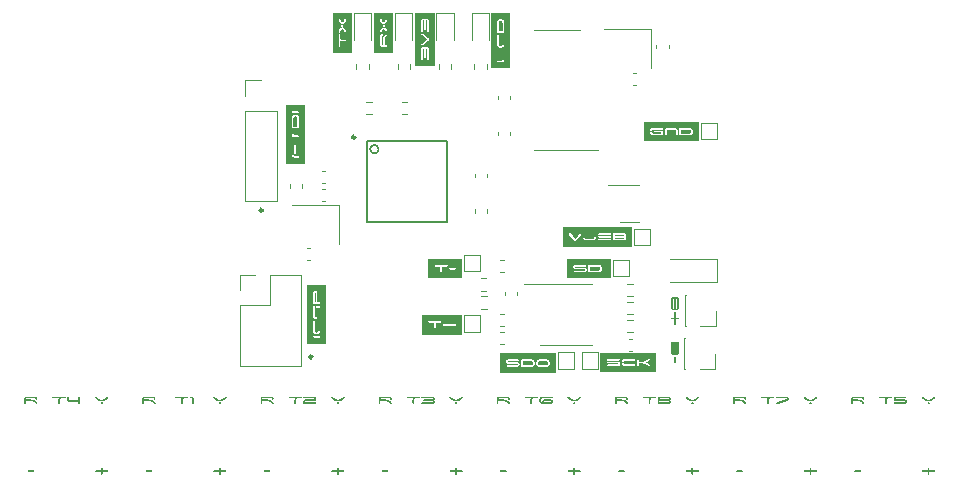
<source format=gbr>
%TF.GenerationSoftware,KiCad,Pcbnew,(7.0.0)*%
%TF.CreationDate,2024-08-27T08:05:47+05:30*%
%TF.ProjectId,Temperature Thing With Thermocouple 3V3,54656d70-6572-4617-9475-726520546869,v2.0.1*%
%TF.SameCoordinates,Original*%
%TF.FileFunction,Legend,Top*%
%TF.FilePolarity,Positive*%
%FSLAX46Y46*%
G04 Gerber Fmt 4.6, Leading zero omitted, Abs format (unit mm)*
G04 Created by KiCad (PCBNEW (7.0.0)) date 2024-08-27 08:05:47*
%MOMM*%
%LPD*%
G01*
G04 APERTURE LIST*
%ADD10C,0.275000*%
%ADD11C,0.250000*%
%ADD12C,0.120000*%
%ADD13C,0.152400*%
%ADD14C,0.254000*%
G04 APERTURE END LIST*
D10*
X120637500Y-96900000D02*
G75*
G03*
X120637500Y-96900000I-137500J0D01*
G01*
X124837500Y-109300000D02*
G75*
G03*
X124837500Y-109300000I-137500J0D01*
G01*
D11*
G36*
X114249616Y-112680317D02*
G01*
X114260922Y-112681090D01*
X114271575Y-112683408D01*
X114281575Y-112687272D01*
X114290923Y-112692682D01*
X114299619Y-112699637D01*
X114302372Y-112702299D01*
X114309843Y-112710777D01*
X114315768Y-112719907D01*
X114320147Y-112729690D01*
X114322980Y-112740126D01*
X114324268Y-112751214D01*
X114324354Y-112755055D01*
X114323641Y-112765920D01*
X114321503Y-112776167D01*
X114317940Y-112785796D01*
X114312951Y-112794806D01*
X114306537Y-112803198D01*
X114304082Y-112805858D01*
X114296280Y-112813033D01*
X114287893Y-112818990D01*
X114278923Y-112823727D01*
X114269369Y-112827244D01*
X114259231Y-112829543D01*
X114255722Y-112830038D01*
X113975087Y-112830038D01*
X113962998Y-112830443D01*
X113951612Y-112831660D01*
X113940930Y-112833687D01*
X113930951Y-112836526D01*
X113921677Y-112840175D01*
X113911476Y-112845625D01*
X113909874Y-112846646D01*
X113900809Y-112853058D01*
X113892483Y-112860019D01*
X113884895Y-112867529D01*
X113878046Y-112875589D01*
X113871935Y-112884199D01*
X113870062Y-112887191D01*
X113864976Y-112896330D01*
X113860526Y-112905795D01*
X113856710Y-112915587D01*
X113853530Y-112925705D01*
X113850986Y-112936149D01*
X113850279Y-112939703D01*
X113848453Y-112950139D01*
X113847004Y-112960196D01*
X113845792Y-112971453D01*
X113845094Y-112982195D01*
X113844905Y-112990994D01*
X113844905Y-113230108D01*
X113844158Y-113241588D01*
X113841917Y-113252399D01*
X113838182Y-113262539D01*
X113832953Y-113272011D01*
X113826229Y-113280812D01*
X113823656Y-113283597D01*
X113815370Y-113291067D01*
X113806449Y-113296992D01*
X113796892Y-113301371D01*
X113786699Y-113304205D01*
X113775872Y-113305493D01*
X113772121Y-113305579D01*
X113761073Y-113304814D01*
X113750643Y-113302522D01*
X113740831Y-113298701D01*
X113731638Y-113293351D01*
X113723063Y-113286473D01*
X113720342Y-113283841D01*
X113713120Y-113275272D01*
X113707393Y-113266050D01*
X113703160Y-113256175D01*
X113700421Y-113245648D01*
X113699175Y-113234468D01*
X113699092Y-113230596D01*
X113699092Y-112992704D01*
X113699264Y-112981640D01*
X113699779Y-112970554D01*
X113700638Y-112959445D01*
X113701840Y-112948312D01*
X113703386Y-112937157D01*
X113705275Y-112925980D01*
X113707507Y-112914779D01*
X113710083Y-112903555D01*
X113712965Y-112892522D01*
X113715991Y-112882016D01*
X113719162Y-112872036D01*
X113722479Y-112862583D01*
X113726828Y-112851508D01*
X113731404Y-112841255D01*
X113736207Y-112831825D01*
X113737194Y-112830038D01*
X113289741Y-112830038D01*
X113278344Y-112829274D01*
X113267599Y-112826981D01*
X113257507Y-112823160D01*
X113248068Y-112817810D01*
X113239281Y-112810933D01*
X113236497Y-112808300D01*
X113229026Y-112799731D01*
X113223101Y-112790509D01*
X113218722Y-112780634D01*
X113215889Y-112770107D01*
X113214601Y-112758927D01*
X113214515Y-112755055D01*
X113215279Y-112743750D01*
X113217572Y-112733096D01*
X113221393Y-112723096D01*
X113226742Y-112713748D01*
X113233620Y-112705052D01*
X113236252Y-112702299D01*
X113244813Y-112694828D01*
X113254010Y-112688904D01*
X113263841Y-112684524D01*
X113274308Y-112681691D01*
X113285411Y-112680403D01*
X113289253Y-112680317D01*
X114249616Y-112680317D01*
G37*
G36*
X114638939Y-112875223D02*
G01*
X114637556Y-112864614D01*
X114633405Y-112854767D01*
X114627305Y-112846559D01*
X114624773Y-112843960D01*
X114616613Y-112837230D01*
X114607797Y-112832703D01*
X114597231Y-112830255D01*
X114592777Y-112830038D01*
X114527320Y-112830038D01*
X114515831Y-112829274D01*
X114504995Y-112826981D01*
X114494811Y-112823160D01*
X114485280Y-112817810D01*
X114476401Y-112810933D01*
X114473587Y-112808300D01*
X114466033Y-112799731D01*
X114460043Y-112790509D01*
X114455615Y-112780634D01*
X114452750Y-112770107D01*
X114451447Y-112758927D01*
X114451360Y-112755055D01*
X114452125Y-112743750D01*
X114454417Y-112733096D01*
X114458238Y-112723096D01*
X114463588Y-112713748D01*
X114470466Y-112705052D01*
X114473098Y-112702299D01*
X114481585Y-112694828D01*
X114490741Y-112688904D01*
X114500567Y-112684524D01*
X114511063Y-112681691D01*
X114522228Y-112680403D01*
X114526099Y-112680317D01*
X114588869Y-112680317D01*
X114598925Y-112680557D01*
X114608821Y-112681279D01*
X114618556Y-112682481D01*
X114630500Y-112684660D01*
X114642193Y-112687590D01*
X114653636Y-112691271D01*
X114664829Y-112695704D01*
X114675758Y-112700781D01*
X114686257Y-112706395D01*
X114696327Y-112712545D01*
X114705968Y-112719232D01*
X114715180Y-112726455D01*
X114723962Y-112734215D01*
X114727355Y-112737470D01*
X114735464Y-112745869D01*
X114743002Y-112754734D01*
X114749966Y-112764063D01*
X114756359Y-112773858D01*
X114762179Y-112784118D01*
X114767426Y-112794843D01*
X114769365Y-112799263D01*
X114773797Y-112810462D01*
X114777479Y-112821923D01*
X114780409Y-112833646D01*
X114782588Y-112845631D01*
X114783790Y-112855409D01*
X114784512Y-112865354D01*
X114784752Y-112875467D01*
X114784752Y-113230596D01*
X114784005Y-113241994D01*
X114781764Y-113252738D01*
X114778029Y-113262830D01*
X114772799Y-113272270D01*
X114766076Y-113281057D01*
X114763503Y-113283841D01*
X114755283Y-113291228D01*
X114746375Y-113297087D01*
X114736781Y-113301418D01*
X114726500Y-113304220D01*
X114715532Y-113305494D01*
X114711723Y-113305579D01*
X114700758Y-113304814D01*
X114690394Y-113302522D01*
X114680631Y-113298701D01*
X114671469Y-113293351D01*
X114662908Y-113286473D01*
X114660188Y-113283841D01*
X114652967Y-113275272D01*
X114647239Y-113266050D01*
X114643006Y-113256175D01*
X114640267Y-113245648D01*
X114639022Y-113234468D01*
X114638939Y-113230596D01*
X114638939Y-112875223D01*
G37*
G36*
X156773481Y-90080297D02*
G01*
X156784170Y-90081076D01*
X156794333Y-90082373D01*
X156806296Y-90084725D01*
X156817436Y-90087888D01*
X156827753Y-90091862D01*
X156837247Y-90096646D01*
X156842631Y-90099781D01*
X156851108Y-90105302D01*
X156860462Y-90112414D01*
X156868922Y-90120059D01*
X156876490Y-90128237D01*
X156883165Y-90136946D01*
X156885228Y-90139928D01*
X156890904Y-90149113D01*
X156895807Y-90158658D01*
X156899937Y-90168564D01*
X156903295Y-90178831D01*
X156905879Y-90189459D01*
X156907954Y-90200120D01*
X156909600Y-90210490D01*
X156910817Y-90220568D01*
X156911693Y-90231957D01*
X156911985Y-90242948D01*
X156911693Y-90253844D01*
X156910817Y-90265161D01*
X156909600Y-90275196D01*
X156907954Y-90285540D01*
X156905879Y-90296193D01*
X156905104Y-90299776D01*
X156902261Y-90310298D01*
X156898646Y-90320476D01*
X156894259Y-90330310D01*
X156889098Y-90339802D01*
X156883165Y-90348949D01*
X156878814Y-90354761D01*
X156871544Y-90363065D01*
X156863381Y-90370870D01*
X156854325Y-90378177D01*
X156846096Y-90383886D01*
X156837247Y-90389249D01*
X156835414Y-90390271D01*
X156825755Y-90394894D01*
X156815274Y-90398705D01*
X156803969Y-90401706D01*
X156794333Y-90403522D01*
X156784170Y-90404820D01*
X156773481Y-90405598D01*
X156762265Y-90405858D01*
X156046877Y-90405858D01*
X156046877Y-90080038D01*
X156762265Y-90080038D01*
X156773481Y-90080297D01*
G37*
G36*
X157575655Y-91073436D02*
G01*
X152875322Y-91073436D01*
X152875322Y-90242948D01*
X153393179Y-90242948D01*
X153393245Y-90249583D01*
X153393596Y-90259576D01*
X153394247Y-90269616D01*
X153395199Y-90279703D01*
X153396451Y-90289838D01*
X153398004Y-90300019D01*
X153399857Y-90310248D01*
X153402011Y-90320524D01*
X153404465Y-90330848D01*
X153407220Y-90341218D01*
X153410276Y-90351636D01*
X153412472Y-90358527D01*
X153415988Y-90368717D01*
X153419771Y-90378732D01*
X153423819Y-90388570D01*
X153428134Y-90398232D01*
X153432715Y-90407718D01*
X153437562Y-90417028D01*
X153442676Y-90426162D01*
X153448055Y-90435120D01*
X153453701Y-90443902D01*
X153459613Y-90452508D01*
X153463728Y-90458093D01*
X153470104Y-90466235D01*
X153476725Y-90474093D01*
X153483591Y-90481668D01*
X153490701Y-90488960D01*
X153498056Y-90495968D01*
X153505656Y-90502692D01*
X153513501Y-90509134D01*
X153521590Y-90515292D01*
X153529924Y-90521167D01*
X153538503Y-90526758D01*
X153544355Y-90530248D01*
X153553327Y-90535061D01*
X153562531Y-90539367D01*
X153571966Y-90543167D01*
X153581633Y-90546460D01*
X153591532Y-90549246D01*
X153601663Y-90551526D01*
X153612026Y-90553299D01*
X153622620Y-90554565D01*
X153633446Y-90555325D01*
X153644505Y-90555579D01*
X154374058Y-90555579D01*
X154378649Y-90555524D01*
X154389959Y-90554913D01*
X154401032Y-90553621D01*
X154411865Y-90551650D01*
X154422460Y-90548998D01*
X154432816Y-90545668D01*
X154442934Y-90541657D01*
X154446933Y-90539846D01*
X154456654Y-90534968D01*
X154465981Y-90529590D01*
X154474915Y-90523710D01*
X154483455Y-90517330D01*
X154491601Y-90510449D01*
X154499355Y-90503066D01*
X154502334Y-90499980D01*
X154509407Y-90491972D01*
X154515944Y-90483546D01*
X154517946Y-90480596D01*
X154673988Y-90480596D01*
X154674070Y-90484468D01*
X154675301Y-90495648D01*
X154678009Y-90506175D01*
X154682193Y-90516050D01*
X154687855Y-90525272D01*
X154694993Y-90533841D01*
X154697685Y-90536473D01*
X154706198Y-90543351D01*
X154715363Y-90548701D01*
X154725180Y-90552522D01*
X154735650Y-90554814D01*
X154746773Y-90555579D01*
X154750523Y-90555494D01*
X154761351Y-90554220D01*
X154771543Y-90551418D01*
X154781100Y-90547087D01*
X154790022Y-90541228D01*
X154798308Y-90533841D01*
X154800910Y-90531057D01*
X154807711Y-90522270D01*
X154813001Y-90512830D01*
X154816779Y-90502738D01*
X154819046Y-90491994D01*
X154819801Y-90480596D01*
X154819801Y-90242704D01*
X154820082Y-90231808D01*
X154820923Y-90220491D01*
X154822091Y-90210456D01*
X154823671Y-90200112D01*
X154825663Y-90189459D01*
X154826467Y-90185876D01*
X154829372Y-90175369D01*
X154833016Y-90165222D01*
X154837398Y-90155436D01*
X154842519Y-90146011D01*
X154848378Y-90136946D01*
X154852774Y-90131081D01*
X154860055Y-90122726D01*
X154868161Y-90114904D01*
X154877091Y-90107613D01*
X154885163Y-90101945D01*
X154893807Y-90096646D01*
X154895611Y-90095625D01*
X154905175Y-90091002D01*
X154915646Y-90087191D01*
X154927024Y-90084190D01*
X154936778Y-90082373D01*
X154947113Y-90081076D01*
X154958027Y-90080297D01*
X154969522Y-90080038D01*
X155477791Y-90080038D01*
X155489007Y-90080297D01*
X155499697Y-90081076D01*
X155509860Y-90082373D01*
X155521823Y-90084725D01*
X155532963Y-90087888D01*
X155543280Y-90091862D01*
X155552774Y-90096646D01*
X155558158Y-90099781D01*
X155566635Y-90105302D01*
X155575988Y-90112414D01*
X155584449Y-90120059D01*
X155592017Y-90128237D01*
X155598692Y-90136946D01*
X155600755Y-90139928D01*
X155606431Y-90149113D01*
X155611334Y-90158658D01*
X155615464Y-90168564D01*
X155618822Y-90178831D01*
X155621406Y-90189459D01*
X155623481Y-90200112D01*
X155625127Y-90210456D01*
X155626343Y-90220491D01*
X155627220Y-90231808D01*
X155627512Y-90242704D01*
X155627512Y-90480596D01*
X155627595Y-90484468D01*
X155628840Y-90495648D01*
X155631579Y-90506175D01*
X155635813Y-90516050D01*
X155641540Y-90525272D01*
X155648761Y-90533841D01*
X155651481Y-90536473D01*
X155660042Y-90543351D01*
X155669204Y-90548701D01*
X155678967Y-90552522D01*
X155689331Y-90554814D01*
X155700297Y-90555579D01*
X155704105Y-90555493D01*
X155715073Y-90554205D01*
X155725354Y-90551371D01*
X155734949Y-90546992D01*
X155743856Y-90541067D01*
X155752076Y-90533597D01*
X155754649Y-90530813D01*
X155761373Y-90522026D01*
X155766602Y-90512586D01*
X155770337Y-90502494D01*
X155772578Y-90491749D01*
X155773309Y-90480596D01*
X155901064Y-90480596D01*
X155901149Y-90484468D01*
X155902423Y-90495648D01*
X155905225Y-90506175D01*
X155909555Y-90516050D01*
X155915414Y-90525272D01*
X155922802Y-90533841D01*
X155925586Y-90536473D01*
X155934373Y-90543351D01*
X155943812Y-90548701D01*
X155953905Y-90552522D01*
X155964649Y-90554814D01*
X155976047Y-90555579D01*
X156806472Y-90555579D01*
X156813870Y-90555462D01*
X156824774Y-90554851D01*
X156835446Y-90553716D01*
X156845886Y-90552058D01*
X156856094Y-90549875D01*
X156866070Y-90547169D01*
X156875815Y-90543939D01*
X156885327Y-90540185D01*
X156894608Y-90535908D01*
X156903657Y-90531106D01*
X156912474Y-90525781D01*
X156918219Y-90521999D01*
X156926630Y-90516112D01*
X156934792Y-90509966D01*
X156942704Y-90503564D01*
X156950368Y-90496903D01*
X156957782Y-90489985D01*
X156964948Y-90482810D01*
X156971864Y-90475376D01*
X156978532Y-90467686D01*
X156984951Y-90459737D01*
X156991120Y-90451531D01*
X156995120Y-90445906D01*
X157000896Y-90437325D01*
X157006400Y-90428572D01*
X157011635Y-90419648D01*
X157016599Y-90410552D01*
X157021292Y-90401284D01*
X157025715Y-90391844D01*
X157029867Y-90382233D01*
X157033749Y-90372450D01*
X157037360Y-90362495D01*
X157040701Y-90352369D01*
X157042772Y-90345536D01*
X157045627Y-90335307D01*
X157048181Y-90325105D01*
X157050435Y-90314928D01*
X157052389Y-90304778D01*
X157054042Y-90294652D01*
X157055394Y-90284553D01*
X157056446Y-90274480D01*
X157057197Y-90264432D01*
X157057648Y-90254410D01*
X157057798Y-90244413D01*
X157057729Y-90237573D01*
X157057363Y-90227304D01*
X157056684Y-90217028D01*
X157055692Y-90206742D01*
X157054386Y-90196448D01*
X157052766Y-90186146D01*
X157050834Y-90175835D01*
X157048587Y-90165515D01*
X157046028Y-90155186D01*
X157043155Y-90144850D01*
X157039969Y-90134504D01*
X157037675Y-90127643D01*
X157033991Y-90117499D01*
X157030016Y-90107530D01*
X157025748Y-90097738D01*
X157021189Y-90088122D01*
X157016337Y-90078681D01*
X157011194Y-90069417D01*
X157005758Y-90060329D01*
X157000031Y-90051417D01*
X156994012Y-90042680D01*
X156987701Y-90034120D01*
X156983338Y-90028506D01*
X156976575Y-90020323D01*
X156969550Y-90012428D01*
X156962264Y-90004821D01*
X156954715Y-89997502D01*
X156946905Y-89990470D01*
X156938833Y-89983726D01*
X156930499Y-89977270D01*
X156921903Y-89971101D01*
X156913045Y-89965220D01*
X156903925Y-89959626D01*
X156897736Y-89956077D01*
X156888256Y-89951183D01*
X156878539Y-89946803D01*
X156868587Y-89942939D01*
X156858398Y-89939591D01*
X156847973Y-89936757D01*
X156837312Y-89934439D01*
X156826415Y-89932635D01*
X156815281Y-89931347D01*
X156803912Y-89930575D01*
X156792306Y-89930317D01*
X155976047Y-89930317D01*
X155972175Y-89930403D01*
X155960995Y-89931691D01*
X155950468Y-89934524D01*
X155940593Y-89938904D01*
X155931371Y-89944828D01*
X155922802Y-89952299D01*
X155920170Y-89955053D01*
X155913292Y-89963763D01*
X155907942Y-89973143D01*
X155904121Y-89983192D01*
X155901828Y-89993911D01*
X155901064Y-90005300D01*
X155901064Y-90080038D01*
X155901064Y-90480596D01*
X155773309Y-90480596D01*
X155773325Y-90480352D01*
X155773325Y-90241482D01*
X155773258Y-90234822D01*
X155772908Y-90224814D01*
X155772257Y-90214784D01*
X155771305Y-90204732D01*
X155770053Y-90194659D01*
X155768500Y-90184565D01*
X155766647Y-90174449D01*
X155764493Y-90164312D01*
X155762039Y-90154153D01*
X155759284Y-90143973D01*
X155756228Y-90133771D01*
X155754061Y-90127001D01*
X155750580Y-90116989D01*
X155746825Y-90107149D01*
X155742795Y-90097480D01*
X155738490Y-90087983D01*
X155733911Y-90078658D01*
X155729056Y-90069505D01*
X155723927Y-90060523D01*
X155718523Y-90051713D01*
X155712845Y-90043075D01*
X155706891Y-90034609D01*
X155702807Y-90029080D01*
X155696476Y-90021005D01*
X155689901Y-90013192D01*
X155683081Y-90005640D01*
X155676016Y-89998351D01*
X155668707Y-89991324D01*
X155661153Y-89984558D01*
X155653354Y-89978054D01*
X155645310Y-89971813D01*
X155637022Y-89965833D01*
X155628489Y-89960115D01*
X155622667Y-89956506D01*
X155613742Y-89951530D01*
X155604584Y-89947078D01*
X155595194Y-89943150D01*
X155585573Y-89939745D01*
X155575720Y-89936864D01*
X155565635Y-89934507D01*
X155555318Y-89932674D01*
X155544769Y-89931365D01*
X155533989Y-89930579D01*
X155522976Y-89930317D01*
X154938259Y-89930317D01*
X154930555Y-89930431D01*
X154919188Y-89931027D01*
X154908049Y-89932134D01*
X154897138Y-89933751D01*
X154886454Y-89935880D01*
X154875997Y-89938520D01*
X154865768Y-89941670D01*
X154855767Y-89945332D01*
X154845993Y-89949504D01*
X154836447Y-89954188D01*
X154827128Y-89959382D01*
X154821079Y-89963078D01*
X154812215Y-89968858D01*
X154803605Y-89974922D01*
X154795248Y-89981269D01*
X154787144Y-89987899D01*
X154779294Y-89994813D01*
X154771697Y-90002010D01*
X154764353Y-90009490D01*
X154757263Y-90017254D01*
X154750425Y-90025301D01*
X154743842Y-90033632D01*
X154739602Y-90039288D01*
X154733485Y-90047920D01*
X154727661Y-90056728D01*
X154722128Y-90065712D01*
X154716887Y-90074872D01*
X154711938Y-90084207D01*
X154707282Y-90093719D01*
X154702917Y-90103407D01*
X154698844Y-90113271D01*
X154695063Y-90123311D01*
X154691574Y-90133527D01*
X154689444Y-90140394D01*
X154686508Y-90150688D01*
X154683880Y-90160974D01*
X154681562Y-90171251D01*
X154679552Y-90181519D01*
X154677852Y-90191779D01*
X154676461Y-90202030D01*
X154675379Y-90212272D01*
X154674606Y-90222506D01*
X154674143Y-90232731D01*
X154673988Y-90242948D01*
X154673988Y-90480596D01*
X154517946Y-90480596D01*
X154521944Y-90474703D01*
X154527407Y-90465443D01*
X154532334Y-90455765D01*
X154536724Y-90445669D01*
X154538321Y-90441503D01*
X154541863Y-90430962D01*
X154544761Y-90420241D01*
X154547015Y-90409342D01*
X154548625Y-90398264D01*
X154549591Y-90387007D01*
X154549913Y-90375572D01*
X154549913Y-90344553D01*
X154549861Y-90339958D01*
X154549282Y-90328605D01*
X154548058Y-90317442D01*
X154546190Y-90306470D01*
X154543679Y-90295689D01*
X154540523Y-90285099D01*
X154536724Y-90274699D01*
X154535032Y-90270582D01*
X154530428Y-90260588D01*
X154525286Y-90251023D01*
X154519608Y-90241888D01*
X154513394Y-90233182D01*
X154506642Y-90224905D01*
X154499355Y-90217058D01*
X154496301Y-90214046D01*
X154488390Y-90206875D01*
X154480086Y-90200217D01*
X154471388Y-90194071D01*
X154462297Y-90188439D01*
X154452813Y-90183319D01*
X154442934Y-90178712D01*
X154438886Y-90177026D01*
X154428607Y-90173287D01*
X154418102Y-90170228D01*
X154407370Y-90167849D01*
X154396411Y-90166150D01*
X154385226Y-90165130D01*
X154373814Y-90164790D01*
X153836968Y-90164790D01*
X153833096Y-90164875D01*
X153821916Y-90166149D01*
X153811389Y-90168951D01*
X153801515Y-90173281D01*
X153792292Y-90179140D01*
X153783723Y-90186528D01*
X153781091Y-90189282D01*
X153774213Y-90197992D01*
X153768863Y-90207371D01*
X153765042Y-90217421D01*
X153762750Y-90228140D01*
X153761985Y-90239528D01*
X153762070Y-90243400D01*
X153763344Y-90254580D01*
X153766146Y-90265107D01*
X153770477Y-90274982D01*
X153776336Y-90284204D01*
X153783723Y-90292773D01*
X153786507Y-90295406D01*
X153795294Y-90302284D01*
X153804734Y-90307633D01*
X153814826Y-90311454D01*
X153825571Y-90313747D01*
X153836968Y-90314511D01*
X154368440Y-90314511D01*
X154377766Y-90315823D01*
X154386648Y-90320296D01*
X154394086Y-90327944D01*
X154395875Y-90330469D01*
X154400570Y-90339628D01*
X154403308Y-90349932D01*
X154404100Y-90360184D01*
X154404001Y-90363622D01*
X154402520Y-90373419D01*
X154398789Y-90383399D01*
X154392865Y-90392424D01*
X154387125Y-90398302D01*
X154378057Y-90403969D01*
X154368440Y-90405858D01*
X153688224Y-90405858D01*
X153676840Y-90405598D01*
X153666013Y-90404820D01*
X153655744Y-90403522D01*
X153643690Y-90401170D01*
X153632507Y-90398008D01*
X153622195Y-90394034D01*
X153612753Y-90389249D01*
X153607500Y-90386073D01*
X153599213Y-90380502D01*
X153590039Y-90373361D01*
X153581707Y-90365722D01*
X153574217Y-90357585D01*
X153567568Y-90348949D01*
X153565563Y-90345938D01*
X153560027Y-90336676D01*
X153555213Y-90327070D01*
X153551120Y-90317121D01*
X153547748Y-90306829D01*
X153545098Y-90296193D01*
X153543023Y-90285540D01*
X153541377Y-90275196D01*
X153540160Y-90265161D01*
X153539284Y-90253844D01*
X153538992Y-90242948D01*
X153538998Y-90241402D01*
X153539373Y-90230354D01*
X153540160Y-90220568D01*
X153541377Y-90210490D01*
X153543023Y-90200120D01*
X153545098Y-90189459D01*
X153545901Y-90185876D01*
X153548792Y-90175369D01*
X153552404Y-90165222D01*
X153556737Y-90155436D01*
X153561792Y-90146011D01*
X153567568Y-90136946D01*
X153571907Y-90131081D01*
X153579117Y-90122726D01*
X153587169Y-90114904D01*
X153596061Y-90107613D01*
X153604115Y-90101945D01*
X153612753Y-90096646D01*
X153614572Y-90095625D01*
X153624188Y-90091002D01*
X153634674Y-90087191D01*
X153646031Y-90084190D01*
X153655744Y-90082373D01*
X153666013Y-90081076D01*
X153676840Y-90080297D01*
X153688224Y-90080038D01*
X154474930Y-90080038D01*
X154478801Y-90079953D01*
X154489966Y-90078679D01*
X154500462Y-90075877D01*
X154510288Y-90071547D01*
X154519444Y-90065688D01*
X154527931Y-90058300D01*
X154530593Y-90055516D01*
X154537548Y-90046729D01*
X154542958Y-90037290D01*
X154546822Y-90027197D01*
X154549140Y-90016453D01*
X154549913Y-90005055D01*
X154549827Y-90001214D01*
X154548539Y-89990126D01*
X154545705Y-89979690D01*
X154541326Y-89969907D01*
X154535401Y-89960777D01*
X154527931Y-89952299D01*
X154525177Y-89949637D01*
X154516467Y-89942682D01*
X154507087Y-89937272D01*
X154497038Y-89933408D01*
X154486319Y-89931090D01*
X154474930Y-89930317D01*
X153658426Y-89930317D01*
X153650692Y-89930431D01*
X153639279Y-89931027D01*
X153628094Y-89932134D01*
X153617137Y-89933751D01*
X153606407Y-89935880D01*
X153595905Y-89938520D01*
X153585631Y-89941670D01*
X153575583Y-89945332D01*
X153565764Y-89949504D01*
X153556172Y-89954188D01*
X153546807Y-89959382D01*
X153540728Y-89963078D01*
X153531824Y-89968858D01*
X153523177Y-89974922D01*
X153514788Y-89981269D01*
X153506656Y-89987899D01*
X153498782Y-89994813D01*
X153491166Y-90002010D01*
X153483807Y-90009490D01*
X153476706Y-90017254D01*
X153469862Y-90025301D01*
X153463276Y-90033632D01*
X153459036Y-90039288D01*
X153452920Y-90047920D01*
X153447095Y-90056728D01*
X153441563Y-90065712D01*
X153436322Y-90074872D01*
X153431373Y-90084207D01*
X153426716Y-90093719D01*
X153422351Y-90103407D01*
X153418278Y-90113271D01*
X153414497Y-90123311D01*
X153411008Y-90133527D01*
X153408849Y-90140394D01*
X153405872Y-90150688D01*
X153403208Y-90160974D01*
X153400857Y-90171251D01*
X153398820Y-90181519D01*
X153397096Y-90191779D01*
X153395686Y-90202030D01*
X153394589Y-90212272D01*
X153393805Y-90222506D01*
X153393335Y-90232731D01*
X153393179Y-90242948D01*
X152875322Y-90242948D01*
X152875322Y-89412460D01*
X157575655Y-89412460D01*
X157575655Y-91073436D01*
G37*
G36*
X121205897Y-118921385D02*
G01*
X121217285Y-118922149D01*
X121228004Y-118924442D01*
X121238054Y-118928263D01*
X121247433Y-118933612D01*
X121256143Y-118940490D01*
X121258897Y-118943122D01*
X121266368Y-118951609D01*
X121272293Y-118960765D01*
X121276672Y-118970591D01*
X121279505Y-118981087D01*
X121280793Y-118992252D01*
X121280879Y-118996123D01*
X121280106Y-119007520D01*
X121277788Y-119018265D01*
X121273924Y-119028357D01*
X121268514Y-119037797D01*
X121261559Y-119046584D01*
X121258897Y-119049368D01*
X121250336Y-119056755D01*
X121241140Y-119062614D01*
X121231308Y-119066945D01*
X121220841Y-119069747D01*
X121209739Y-119071021D01*
X121205897Y-119071106D01*
X120786776Y-119071106D01*
X120776435Y-119069214D01*
X120766660Y-119066102D01*
X120757452Y-119061772D01*
X120748811Y-119056222D01*
X120740737Y-119049453D01*
X120738172Y-119046926D01*
X120731365Y-119038740D01*
X120725967Y-119029935D01*
X120721977Y-119020513D01*
X120719395Y-119010472D01*
X120718222Y-118999813D01*
X120718144Y-118996123D01*
X120718908Y-118984734D01*
X120721201Y-118974015D01*
X120725022Y-118963966D01*
X120730371Y-118954586D01*
X120737249Y-118945877D01*
X120739881Y-118943122D01*
X120748442Y-118935735D01*
X120757639Y-118929876D01*
X120767470Y-118925545D01*
X120777937Y-118922743D01*
X120789040Y-118921470D01*
X120792882Y-118921385D01*
X121205897Y-118921385D01*
G37*
G36*
X141205897Y-118921385D02*
G01*
X141217285Y-118922149D01*
X141228004Y-118924442D01*
X141238054Y-118928263D01*
X141247433Y-118933612D01*
X141256143Y-118940490D01*
X141258897Y-118943122D01*
X141266368Y-118951609D01*
X141272293Y-118960765D01*
X141276672Y-118970591D01*
X141279505Y-118981087D01*
X141280793Y-118992252D01*
X141280879Y-118996123D01*
X141280106Y-119007520D01*
X141277788Y-119018265D01*
X141273924Y-119028357D01*
X141268514Y-119037797D01*
X141261559Y-119046584D01*
X141258897Y-119049368D01*
X141250336Y-119056755D01*
X141241140Y-119062614D01*
X141231308Y-119066945D01*
X141220841Y-119069747D01*
X141209739Y-119071021D01*
X141205897Y-119071106D01*
X140786776Y-119071106D01*
X140776435Y-119069214D01*
X140766660Y-119066102D01*
X140757452Y-119061772D01*
X140748811Y-119056222D01*
X140740737Y-119049453D01*
X140738172Y-119046926D01*
X140731365Y-119038740D01*
X140725967Y-119029935D01*
X140721977Y-119020513D01*
X140719395Y-119010472D01*
X140718222Y-118999813D01*
X140718144Y-118996123D01*
X140718908Y-118984734D01*
X140721201Y-118974015D01*
X140725022Y-118963966D01*
X140730371Y-118954586D01*
X140737249Y-118945877D01*
X140739881Y-118943122D01*
X140748442Y-118935735D01*
X140757639Y-118929876D01*
X140767470Y-118925545D01*
X140777937Y-118922743D01*
X140789040Y-118921470D01*
X140792882Y-118921385D01*
X141205897Y-118921385D01*
G37*
G36*
X127074494Y-118914790D02*
G01*
X127479205Y-118914790D01*
X127490594Y-118915554D01*
X127501313Y-118917847D01*
X127511362Y-118921668D01*
X127520741Y-118927018D01*
X127529451Y-118933895D01*
X127532206Y-118936528D01*
X127539593Y-118945014D01*
X127545452Y-118954170D01*
X127549782Y-118963996D01*
X127552585Y-118974492D01*
X127553858Y-118985658D01*
X127553943Y-118989528D01*
X127553179Y-119000926D01*
X127550886Y-119011671D01*
X127547065Y-119021763D01*
X127541716Y-119031202D01*
X127534838Y-119039989D01*
X127532206Y-119042773D01*
X127523719Y-119050161D01*
X127514563Y-119056020D01*
X127504737Y-119060350D01*
X127494241Y-119063152D01*
X127483076Y-119064426D01*
X127479205Y-119064511D01*
X127074494Y-119064511D01*
X127074494Y-119229619D01*
X127073747Y-119241108D01*
X127071506Y-119251945D01*
X127067771Y-119262128D01*
X127062542Y-119271659D01*
X127055818Y-119280538D01*
X127053245Y-119283353D01*
X127044959Y-119290906D01*
X127036038Y-119296897D01*
X127026481Y-119301324D01*
X127016288Y-119304190D01*
X127005461Y-119305492D01*
X127001710Y-119305579D01*
X126990587Y-119304797D01*
X126980117Y-119302453D01*
X126970300Y-119298546D01*
X126961135Y-119293077D01*
X126952623Y-119286044D01*
X126949931Y-119283353D01*
X126942709Y-119274692D01*
X126936982Y-119265378D01*
X126932749Y-119255412D01*
X126930010Y-119244793D01*
X126928764Y-119233521D01*
X126928681Y-119229619D01*
X126928681Y-119064511D01*
X126513469Y-119064511D01*
X126503036Y-119062628D01*
X126493170Y-119059542D01*
X126483870Y-119055255D01*
X126475138Y-119049765D01*
X126466972Y-119043073D01*
X126464376Y-119040575D01*
X126457486Y-119032481D01*
X126452022Y-119023768D01*
X126447984Y-119014437D01*
X126445371Y-119004488D01*
X126444183Y-118993921D01*
X126444104Y-118990261D01*
X126444876Y-118978938D01*
X126447195Y-118968234D01*
X126451059Y-118958147D01*
X126456468Y-118948679D01*
X126463424Y-118939829D01*
X126466086Y-118937016D01*
X126474664Y-118929463D01*
X126483911Y-118923472D01*
X126493829Y-118919044D01*
X126504416Y-118916179D01*
X126515674Y-118914877D01*
X126519575Y-118914790D01*
X126928681Y-118914790D01*
X126928681Y-118754323D01*
X126929429Y-118743108D01*
X126931670Y-118732547D01*
X126935405Y-118722638D01*
X126940634Y-118713381D01*
X126947357Y-118704778D01*
X126949931Y-118702055D01*
X126958300Y-118694667D01*
X126967287Y-118688808D01*
X126976893Y-118684478D01*
X126987117Y-118681676D01*
X126997959Y-118680402D01*
X127001710Y-118680317D01*
X127012667Y-118681081D01*
X127023005Y-118683374D01*
X127032725Y-118687195D01*
X127041827Y-118692544D01*
X127050311Y-118699422D01*
X127053001Y-118702055D01*
X127060305Y-118710441D01*
X127066099Y-118719480D01*
X127070380Y-118729171D01*
X127073151Y-118739515D01*
X127074410Y-118750512D01*
X127074494Y-118754323D01*
X127074494Y-118914790D01*
G37*
G36*
X153930540Y-110623436D02*
G01*
X149219460Y-110623436D01*
X149219460Y-109672536D01*
X149737317Y-109672536D01*
X149737450Y-109680043D01*
X149738041Y-109689899D01*
X149739446Y-109701971D01*
X149741590Y-109713770D01*
X149744474Y-109725294D01*
X149748097Y-109736543D01*
X149752460Y-109747519D01*
X149754425Y-109751791D01*
X149759706Y-109762188D01*
X149765511Y-109772180D01*
X149771842Y-109781766D01*
X149778697Y-109790946D01*
X149786077Y-109799721D01*
X149793981Y-109808091D01*
X149797312Y-109811286D01*
X149805931Y-109818915D01*
X149814967Y-109826031D01*
X149824420Y-109832635D01*
X149834292Y-109838725D01*
X149844580Y-109844303D01*
X149855286Y-109849368D01*
X149866420Y-109853730D01*
X149877840Y-109857354D01*
X149889547Y-109860237D01*
X149901539Y-109862382D01*
X149911340Y-109863565D01*
X149921323Y-109864274D01*
X149931490Y-109864511D01*
X150709403Y-109864511D01*
X150712662Y-109864631D01*
X150722966Y-109866768D01*
X150732411Y-109871577D01*
X150740178Y-109878189D01*
X150743977Y-109882542D01*
X150749194Y-109891158D01*
X150752324Y-109900780D01*
X150753367Y-109911406D01*
X150753161Y-109915958D01*
X150751190Y-109925561D01*
X150746553Y-109935187D01*
X150740178Y-109942913D01*
X150738541Y-109944481D01*
X150729782Y-109950801D01*
X150720070Y-109954594D01*
X150709403Y-109955858D01*
X149854309Y-109955858D01*
X149850437Y-109955944D01*
X149839258Y-109957232D01*
X149828730Y-109960065D01*
X149818856Y-109964445D01*
X149809634Y-109970369D01*
X149801064Y-109977840D01*
X149798432Y-109980593D01*
X149791554Y-109989289D01*
X149786204Y-109998637D01*
X149782383Y-110008637D01*
X149780091Y-110019290D01*
X149779326Y-110030596D01*
X149779411Y-110034468D01*
X149780685Y-110045648D01*
X149783487Y-110056175D01*
X149787818Y-110066050D01*
X149793677Y-110075272D01*
X149801064Y-110083841D01*
X149803848Y-110086473D01*
X149812635Y-110093351D01*
X149822075Y-110098701D01*
X149832167Y-110102522D01*
X149842912Y-110104814D01*
X149854309Y-110105579D01*
X150703541Y-110105579D01*
X150706086Y-110105564D01*
X150716169Y-110105221D01*
X150726099Y-110104420D01*
X150735876Y-110103160D01*
X150745501Y-110101443D01*
X150757317Y-110098652D01*
X150768894Y-110095146D01*
X150780234Y-110090924D01*
X150784683Y-110089017D01*
X150795474Y-110083857D01*
X150805788Y-110078136D01*
X150815624Y-110071854D01*
X150824983Y-110065012D01*
X150833866Y-110057610D01*
X150842271Y-110049647D01*
X150845525Y-110046286D01*
X150853274Y-110037591D01*
X150860475Y-110028478D01*
X150867127Y-110018948D01*
X150873231Y-110009001D01*
X150878786Y-109998636D01*
X150883793Y-109987854D01*
X150884739Y-109985650D01*
X150889022Y-109974450D01*
X150892553Y-109962952D01*
X150895333Y-109951156D01*
X150897016Y-109941505D01*
X150898218Y-109931663D01*
X150898939Y-109921629D01*
X150899180Y-109911406D01*
X150899165Y-109908846D01*
X150898804Y-109898708D01*
X150897963Y-109888730D01*
X150896640Y-109878913D01*
X150894837Y-109869256D01*
X150891907Y-109857410D01*
X150888225Y-109845814D01*
X150883793Y-109834469D01*
X150881856Y-109830018D01*
X150876630Y-109819217D01*
X150870855Y-109808881D01*
X150864532Y-109799010D01*
X150860104Y-109792948D01*
X151022034Y-109792948D01*
X151022101Y-109799583D01*
X151022451Y-109809576D01*
X151023103Y-109819616D01*
X151024054Y-109829703D01*
X151025307Y-109839838D01*
X151026859Y-109850019D01*
X151028713Y-109860248D01*
X151030866Y-109870524D01*
X151033321Y-109880848D01*
X151036076Y-109891218D01*
X151039131Y-109901636D01*
X151041327Y-109908527D01*
X151044844Y-109918717D01*
X151048626Y-109928732D01*
X151052675Y-109938570D01*
X151056989Y-109948232D01*
X151061570Y-109957718D01*
X151066418Y-109967028D01*
X151071531Y-109976162D01*
X151076910Y-109985120D01*
X151082556Y-109993902D01*
X151088468Y-110002508D01*
X151092583Y-110008093D01*
X151098959Y-110016235D01*
X151105580Y-110024093D01*
X151112446Y-110031668D01*
X151119557Y-110038960D01*
X151126912Y-110045968D01*
X151134512Y-110052692D01*
X151142356Y-110059134D01*
X151150446Y-110065292D01*
X151158780Y-110071167D01*
X151167359Y-110076758D01*
X151173211Y-110080248D01*
X151182182Y-110085061D01*
X151191386Y-110089367D01*
X151200821Y-110093167D01*
X151210488Y-110096460D01*
X151220387Y-110099246D01*
X151230518Y-110101526D01*
X151240881Y-110103299D01*
X151251475Y-110104565D01*
X151262302Y-110105325D01*
X151273360Y-110105579D01*
X152103786Y-110105579D01*
X152107656Y-110105494D01*
X152118822Y-110104220D01*
X152129318Y-110101418D01*
X152139144Y-110097087D01*
X152148300Y-110091228D01*
X152156786Y-110083841D01*
X152159448Y-110081057D01*
X152166403Y-110072270D01*
X152171813Y-110062830D01*
X152175677Y-110052738D01*
X152177995Y-110041994D01*
X152178768Y-110030596D01*
X152302844Y-110030596D01*
X152302927Y-110034468D01*
X152304187Y-110045648D01*
X152306958Y-110056175D01*
X152311239Y-110066050D01*
X152317033Y-110075272D01*
X152324337Y-110083841D01*
X152327059Y-110086473D01*
X152335648Y-110093351D01*
X152344873Y-110098701D01*
X152354734Y-110102522D01*
X152365229Y-110104814D01*
X152376361Y-110105579D01*
X152380022Y-110105492D01*
X152390618Y-110104190D01*
X152400630Y-110101324D01*
X152410059Y-110096897D01*
X152418903Y-110090906D01*
X152427163Y-110083353D01*
X152429766Y-110080538D01*
X152436566Y-110071659D01*
X152441856Y-110062128D01*
X152445634Y-110051945D01*
X152447901Y-110041108D01*
X152448657Y-110029619D01*
X152448657Y-109864511D01*
X152764951Y-109864511D01*
X152773946Y-109864583D01*
X152787396Y-109864958D01*
X152800794Y-109865656D01*
X152814140Y-109866676D01*
X152827435Y-109868017D01*
X152840679Y-109869681D01*
X152853871Y-109871667D01*
X152867011Y-109873974D01*
X152880100Y-109876604D01*
X152893137Y-109879556D01*
X152906123Y-109882829D01*
X152914778Y-109885139D01*
X152927699Y-109888793D01*
X152940546Y-109892675D01*
X152953321Y-109896785D01*
X152966023Y-109901122D01*
X152978652Y-109905686D01*
X152991208Y-109910478D01*
X153003691Y-109915498D01*
X153016100Y-109920745D01*
X153028437Y-109926220D01*
X153040701Y-109931922D01*
X153048865Y-109935832D01*
X153061043Y-109941818D01*
X153073140Y-109947950D01*
X153085155Y-109954229D01*
X153097088Y-109960653D01*
X153108940Y-109967223D01*
X153120710Y-109973939D01*
X153132398Y-109980802D01*
X153144005Y-109987810D01*
X153155531Y-109994964D01*
X153166975Y-110002264D01*
X153174562Y-110007192D01*
X153185890Y-110014630D01*
X153197154Y-110022124D01*
X153208353Y-110029674D01*
X153219488Y-110037279D01*
X153230558Y-110044941D01*
X153241564Y-110052658D01*
X153252506Y-110060431D01*
X153263383Y-110068260D01*
X153274196Y-110076145D01*
X153284944Y-110084085D01*
X153289763Y-110087926D01*
X153297843Y-110093489D01*
X153307618Y-110098778D01*
X153317478Y-110102556D01*
X153327424Y-110104823D01*
X153337456Y-110105579D01*
X153341356Y-110105493D01*
X153352599Y-110104205D01*
X153363155Y-110101371D01*
X153373024Y-110096992D01*
X153382206Y-110091067D01*
X153390701Y-110083597D01*
X153393363Y-110080782D01*
X153400318Y-110071904D01*
X153405728Y-110062373D01*
X153409592Y-110052189D01*
X153411910Y-110041352D01*
X153412683Y-110029863D01*
X153411905Y-110019025D01*
X153409569Y-110008981D01*
X153405676Y-109999730D01*
X153400227Y-109991273D01*
X153393861Y-109983366D01*
X153386976Y-109976008D01*
X153379573Y-109969200D01*
X153371650Y-109962941D01*
X153362537Y-109955858D01*
X153353515Y-109948897D01*
X153344585Y-109942058D01*
X153335747Y-109935341D01*
X153327000Y-109928747D01*
X153318344Y-109922274D01*
X153309780Y-109915924D01*
X153301308Y-109909696D01*
X153292878Y-109903578D01*
X153284440Y-109897560D01*
X153275995Y-109891641D01*
X153267542Y-109885821D01*
X153259081Y-109880101D01*
X153250613Y-109874479D01*
X153242137Y-109868957D01*
X153233653Y-109863534D01*
X153225135Y-109858187D01*
X153216556Y-109852894D01*
X153207916Y-109847654D01*
X153199215Y-109842468D01*
X153190453Y-109837335D01*
X153181629Y-109832256D01*
X153172745Y-109827230D01*
X153163800Y-109822257D01*
X153159349Y-109819811D01*
X153150671Y-109815079D01*
X153140241Y-109809464D01*
X153130277Y-109804183D01*
X153120778Y-109799236D01*
X153111744Y-109794623D01*
X153101518Y-109789528D01*
X153104823Y-109787973D01*
X153115195Y-109782964D01*
X153124364Y-109778397D01*
X153134010Y-109773471D01*
X153144132Y-109768188D01*
X153154732Y-109762547D01*
X153163555Y-109757777D01*
X153172558Y-109752873D01*
X153181492Y-109747931D01*
X153190357Y-109742951D01*
X153199154Y-109737932D01*
X153207882Y-109732876D01*
X153216541Y-109727781D01*
X153225131Y-109722648D01*
X153233653Y-109717477D01*
X153242137Y-109712229D01*
X153250613Y-109706868D01*
X153259081Y-109701391D01*
X153267542Y-109695800D01*
X153275995Y-109690095D01*
X153284440Y-109684275D01*
X153292878Y-109678341D01*
X153301308Y-109672292D01*
X153309780Y-109666140D01*
X153318344Y-109659897D01*
X153327000Y-109653562D01*
X153335747Y-109647135D01*
X153344585Y-109640617D01*
X153353515Y-109634007D01*
X153362537Y-109627305D01*
X153371650Y-109620512D01*
X153379573Y-109614284D01*
X153386976Y-109607568D01*
X153393861Y-109600362D01*
X153400227Y-109592669D01*
X153405676Y-109584242D01*
X153409569Y-109575083D01*
X153411905Y-109565191D01*
X153412683Y-109554567D01*
X153412597Y-109550755D01*
X153411309Y-109539744D01*
X153408476Y-109529369D01*
X153404096Y-109519629D01*
X153398172Y-109510524D01*
X153390701Y-109502055D01*
X153387946Y-109499422D01*
X153379222Y-109492544D01*
X153369811Y-109487195D01*
X153359713Y-109483374D01*
X153348928Y-109481081D01*
X153337456Y-109480317D01*
X153332473Y-109480502D01*
X153322558Y-109481979D01*
X153312712Y-109484932D01*
X153302935Y-109489363D01*
X153293226Y-109495271D01*
X153285188Y-109501322D01*
X153278178Y-109506264D01*
X153267590Y-109513663D01*
X153256917Y-109521045D01*
X153246158Y-109528409D01*
X153235313Y-109535756D01*
X153224382Y-109543086D01*
X153213366Y-109550399D01*
X153202263Y-109557695D01*
X153191075Y-109564974D01*
X153179800Y-109572235D01*
X153168440Y-109579480D01*
X153160847Y-109584240D01*
X153149374Y-109591260D01*
X153137803Y-109598134D01*
X153126133Y-109604861D01*
X153114364Y-109611443D01*
X153102497Y-109617879D01*
X153090531Y-109624168D01*
X153078466Y-109630312D01*
X153066302Y-109636310D01*
X153054039Y-109642162D01*
X153041678Y-109647868D01*
X153033392Y-109651578D01*
X153020916Y-109656975D01*
X153008385Y-109662171D01*
X152995797Y-109667165D01*
X152983154Y-109671957D01*
X152970455Y-109676547D01*
X152957701Y-109680936D01*
X152944890Y-109685123D01*
X152932024Y-109689107D01*
X152919101Y-109692891D01*
X152906123Y-109696472D01*
X152897472Y-109698690D01*
X152884452Y-109701749D01*
X152871380Y-109704486D01*
X152858257Y-109706901D01*
X152845082Y-109708994D01*
X152831855Y-109710765D01*
X152818578Y-109712214D01*
X152805248Y-109713341D01*
X152791867Y-109714146D01*
X152778435Y-109714629D01*
X152764951Y-109714790D01*
X152448657Y-109714790D01*
X152448657Y-109554323D01*
X152448573Y-109550512D01*
X152447313Y-109539515D01*
X152444543Y-109529171D01*
X152440261Y-109519480D01*
X152434468Y-109510441D01*
X152427163Y-109502055D01*
X152424441Y-109499422D01*
X152415852Y-109492544D01*
X152406627Y-109487195D01*
X152396766Y-109483374D01*
X152386271Y-109481081D01*
X152375139Y-109480317D01*
X152371506Y-109480403D01*
X152360973Y-109481691D01*
X152350990Y-109484524D01*
X152341556Y-109488904D01*
X152332672Y-109494828D01*
X152324337Y-109502299D01*
X152321734Y-109505053D01*
X152314934Y-109513763D01*
X152309644Y-109523143D01*
X152305866Y-109533192D01*
X152303599Y-109543911D01*
X152302844Y-109555300D01*
X152302844Y-110030596D01*
X152178768Y-110030596D01*
X152178682Y-110026755D01*
X152177394Y-110015667D01*
X152174561Y-110005231D01*
X152170182Y-109995448D01*
X152164257Y-109986318D01*
X152156786Y-109977840D01*
X152154032Y-109975178D01*
X152145322Y-109968223D01*
X152135943Y-109962813D01*
X152125893Y-109958949D01*
X152115174Y-109956631D01*
X152103786Y-109955858D01*
X151316835Y-109955858D01*
X151313922Y-109955842D01*
X151302628Y-109955452D01*
X151291906Y-109954544D01*
X151281756Y-109953117D01*
X151272180Y-109951170D01*
X151261013Y-109948008D01*
X151250741Y-109944034D01*
X151241364Y-109939249D01*
X151236155Y-109936073D01*
X151227931Y-109930502D01*
X151218817Y-109923361D01*
X151210528Y-109915722D01*
X151203064Y-109907585D01*
X151196423Y-109898949D01*
X151194388Y-109895938D01*
X151188776Y-109886676D01*
X151183901Y-109877070D01*
X151179765Y-109867121D01*
X151176368Y-109856829D01*
X151173709Y-109846193D01*
X151171717Y-109835540D01*
X151170137Y-109825196D01*
X151168969Y-109815161D01*
X151168128Y-109803844D01*
X151167847Y-109792948D01*
X151167853Y-109791402D01*
X151168213Y-109780354D01*
X151168969Y-109770568D01*
X151170137Y-109760490D01*
X151171717Y-109750120D01*
X151173709Y-109739459D01*
X151174513Y-109735876D01*
X151177418Y-109725369D01*
X151181062Y-109715222D01*
X151185444Y-109705436D01*
X151190564Y-109696011D01*
X151196423Y-109686946D01*
X151200759Y-109681081D01*
X151207949Y-109672726D01*
X151215963Y-109664904D01*
X151224801Y-109657613D01*
X151232797Y-109651945D01*
X151241364Y-109646646D01*
X151243168Y-109645625D01*
X151252724Y-109641002D01*
X151263175Y-109637191D01*
X151274520Y-109634190D01*
X151284240Y-109632373D01*
X151294533Y-109631076D01*
X151305398Y-109630297D01*
X151316835Y-109630038D01*
X152103786Y-109630038D01*
X152107656Y-109629953D01*
X152118822Y-109628679D01*
X152129318Y-109625877D01*
X152139144Y-109621547D01*
X152148300Y-109615688D01*
X152156786Y-109608300D01*
X152159448Y-109605516D01*
X152166403Y-109596729D01*
X152171813Y-109587290D01*
X152175677Y-109577197D01*
X152177995Y-109566453D01*
X152178768Y-109555055D01*
X152178682Y-109551214D01*
X152177394Y-109540126D01*
X152174561Y-109529690D01*
X152170182Y-109519907D01*
X152164257Y-109510777D01*
X152156786Y-109502299D01*
X152154032Y-109499637D01*
X152145322Y-109492682D01*
X152135943Y-109487272D01*
X152125893Y-109483408D01*
X152115174Y-109481090D01*
X152103786Y-109480317D01*
X151287282Y-109480317D01*
X151279547Y-109480431D01*
X151268135Y-109481027D01*
X151256950Y-109482134D01*
X151245993Y-109483751D01*
X151235263Y-109485880D01*
X151224761Y-109488520D01*
X151214486Y-109491670D01*
X151204439Y-109495332D01*
X151194619Y-109499504D01*
X151185027Y-109504188D01*
X151175663Y-109509382D01*
X151169583Y-109513078D01*
X151160679Y-109518858D01*
X151152032Y-109524922D01*
X151143643Y-109531269D01*
X151135512Y-109537899D01*
X151127638Y-109544813D01*
X151120021Y-109552010D01*
X151112662Y-109559490D01*
X151105561Y-109567254D01*
X151098718Y-109575301D01*
X151092132Y-109583632D01*
X151087892Y-109589288D01*
X151081775Y-109597920D01*
X151075951Y-109606728D01*
X151070418Y-109615712D01*
X151065177Y-109624872D01*
X151060228Y-109634207D01*
X151055572Y-109643719D01*
X151051207Y-109653407D01*
X151047134Y-109663271D01*
X151043353Y-109673311D01*
X151039864Y-109683527D01*
X151037705Y-109690394D01*
X151034727Y-109700688D01*
X151032063Y-109710974D01*
X151029713Y-109721251D01*
X151027675Y-109731519D01*
X151025952Y-109741779D01*
X151024541Y-109752030D01*
X151023444Y-109762272D01*
X151022661Y-109772506D01*
X151022191Y-109782731D01*
X151022034Y-109792948D01*
X150860104Y-109792948D01*
X150857661Y-109789604D01*
X150850240Y-109780663D01*
X150842271Y-109772187D01*
X150838966Y-109768903D01*
X150830370Y-109761078D01*
X150821297Y-109753800D01*
X150811747Y-109747072D01*
X150801719Y-109740892D01*
X150791215Y-109735260D01*
X150780234Y-109730177D01*
X150778000Y-109729231D01*
X150766672Y-109724948D01*
X150755083Y-109721417D01*
X150743231Y-109718637D01*
X150733560Y-109716954D01*
X150723722Y-109715752D01*
X150713716Y-109715031D01*
X150703541Y-109714790D01*
X149928315Y-109714790D01*
X149925049Y-109714679D01*
X149914631Y-109712694D01*
X149904928Y-109708229D01*
X149896807Y-109702090D01*
X149894363Y-109699628D01*
X149888472Y-109691831D01*
X149884465Y-109682443D01*
X149883130Y-109672292D01*
X149883250Y-109668913D01*
X149885387Y-109658456D01*
X149890196Y-109649240D01*
X149896807Y-109642006D01*
X149898533Y-109640557D01*
X149907649Y-109634713D01*
X149917576Y-109631207D01*
X149928315Y-109630038D01*
X150782188Y-109630038D01*
X150786058Y-109629953D01*
X150797224Y-109628679D01*
X150807720Y-109625877D01*
X150817546Y-109621547D01*
X150826702Y-109615688D01*
X150835188Y-109608300D01*
X150837850Y-109605516D01*
X150844805Y-109596729D01*
X150850215Y-109587290D01*
X150854079Y-109577197D01*
X150856397Y-109566453D01*
X150857170Y-109555055D01*
X150857084Y-109551214D01*
X150855796Y-109540126D01*
X150852963Y-109529690D01*
X150848583Y-109519907D01*
X150842659Y-109510777D01*
X150835188Y-109502299D01*
X150832434Y-109499637D01*
X150823724Y-109492682D01*
X150814345Y-109487272D01*
X150804295Y-109483408D01*
X150793576Y-109481090D01*
X150782188Y-109480317D01*
X149931490Y-109480317D01*
X149921323Y-109480557D01*
X149911340Y-109481279D01*
X149901539Y-109482481D01*
X149889547Y-109484660D01*
X149877840Y-109487590D01*
X149866420Y-109491271D01*
X149855286Y-109495704D01*
X149850954Y-109497640D01*
X149840415Y-109502855D01*
X149830293Y-109508607D01*
X149820589Y-109514896D01*
X149811302Y-109521721D01*
X149802433Y-109529083D01*
X149793981Y-109536981D01*
X149790756Y-109540252D01*
X149783062Y-109548729D01*
X149775892Y-109557635D01*
X149769247Y-109566971D01*
X149763126Y-109576736D01*
X149757531Y-109586930D01*
X149752460Y-109597554D01*
X149748911Y-109606259D01*
X149745140Y-109617408D01*
X149742108Y-109628856D01*
X149739816Y-109640602D01*
X149738263Y-109652646D01*
X149737553Y-109662495D01*
X149737317Y-109672536D01*
X149219460Y-109672536D01*
X149219460Y-108962460D01*
X153930540Y-108962460D01*
X153930540Y-110623436D01*
G37*
G36*
X123861759Y-112680317D02*
G01*
X123873065Y-112681090D01*
X123883718Y-112683408D01*
X123893718Y-112687272D01*
X123903066Y-112692682D01*
X123911762Y-112699637D01*
X123914515Y-112702299D01*
X123921986Y-112710777D01*
X123927911Y-112719907D01*
X123932290Y-112729690D01*
X123935123Y-112740126D01*
X123936411Y-112751214D01*
X123936497Y-112755055D01*
X123935784Y-112765920D01*
X123933646Y-112776167D01*
X123930083Y-112785796D01*
X123925094Y-112794806D01*
X123918680Y-112803198D01*
X123916225Y-112805858D01*
X123908423Y-112813033D01*
X123900036Y-112818990D01*
X123891066Y-112823727D01*
X123881512Y-112827244D01*
X123871374Y-112829543D01*
X123867865Y-112830038D01*
X123587230Y-112830038D01*
X123575141Y-112830443D01*
X123563755Y-112831660D01*
X123553073Y-112833687D01*
X123543094Y-112836526D01*
X123533820Y-112840175D01*
X123523619Y-112845625D01*
X123522017Y-112846646D01*
X123512952Y-112853058D01*
X123504626Y-112860019D01*
X123497038Y-112867529D01*
X123490189Y-112875589D01*
X123484078Y-112884199D01*
X123482205Y-112887191D01*
X123477119Y-112896330D01*
X123472669Y-112905795D01*
X123468853Y-112915587D01*
X123465673Y-112925705D01*
X123463129Y-112936149D01*
X123462422Y-112939703D01*
X123460596Y-112950139D01*
X123459147Y-112960196D01*
X123457935Y-112971453D01*
X123457237Y-112982195D01*
X123457048Y-112990994D01*
X123457048Y-113230108D01*
X123456301Y-113241588D01*
X123454060Y-113252399D01*
X123450325Y-113262539D01*
X123445096Y-113272011D01*
X123438372Y-113280812D01*
X123435799Y-113283597D01*
X123427513Y-113291067D01*
X123418592Y-113296992D01*
X123409035Y-113301371D01*
X123398842Y-113304205D01*
X123388015Y-113305493D01*
X123384264Y-113305579D01*
X123373216Y-113304814D01*
X123362786Y-113302522D01*
X123352974Y-113298701D01*
X123343781Y-113293351D01*
X123335206Y-113286473D01*
X123332485Y-113283841D01*
X123325263Y-113275272D01*
X123319536Y-113266050D01*
X123315303Y-113256175D01*
X123312564Y-113245648D01*
X123311318Y-113234468D01*
X123311235Y-113230596D01*
X123311235Y-112992704D01*
X123311407Y-112981640D01*
X123311922Y-112970554D01*
X123312781Y-112959445D01*
X123313983Y-112948312D01*
X123315529Y-112937157D01*
X123317418Y-112925980D01*
X123319650Y-112914779D01*
X123322226Y-112903555D01*
X123325108Y-112892522D01*
X123328134Y-112882016D01*
X123331305Y-112872036D01*
X123334622Y-112862583D01*
X123338971Y-112851508D01*
X123343547Y-112841255D01*
X123348350Y-112831825D01*
X123349337Y-112830038D01*
X122901884Y-112830038D01*
X122890487Y-112829274D01*
X122879742Y-112826981D01*
X122869650Y-112823160D01*
X122860211Y-112817810D01*
X122851424Y-112810933D01*
X122848640Y-112808300D01*
X122841169Y-112799731D01*
X122835244Y-112790509D01*
X122830865Y-112780634D01*
X122828032Y-112770107D01*
X122826744Y-112758927D01*
X122826658Y-112755055D01*
X122827422Y-112743750D01*
X122829715Y-112733096D01*
X122833536Y-112723096D01*
X122838885Y-112713748D01*
X122845763Y-112705052D01*
X122848395Y-112702299D01*
X122856956Y-112694828D01*
X122866153Y-112688904D01*
X122875984Y-112684524D01*
X122886451Y-112681691D01*
X122897554Y-112680403D01*
X122901396Y-112680317D01*
X123861759Y-112680317D01*
G37*
G36*
X125098116Y-113155858D02*
G01*
X125109588Y-113156631D01*
X125120373Y-113158949D01*
X125130471Y-113162813D01*
X125139882Y-113168223D01*
X125148606Y-113175178D01*
X125151361Y-113177840D01*
X125158831Y-113186318D01*
X125164756Y-113195448D01*
X125169135Y-113205231D01*
X125171969Y-113215667D01*
X125173257Y-113226755D01*
X125173343Y-113230596D01*
X125172570Y-113241994D01*
X125170252Y-113252738D01*
X125166388Y-113262830D01*
X125160978Y-113272270D01*
X125154023Y-113281057D01*
X125151361Y-113283841D01*
X125142875Y-113291228D01*
X125133718Y-113297087D01*
X125123892Y-113301418D01*
X125113397Y-113304220D01*
X125102231Y-113305494D01*
X125098360Y-113305579D01*
X124138486Y-113305579D01*
X124127089Y-113304806D01*
X124116344Y-113302488D01*
X124106252Y-113298624D01*
X124096812Y-113293214D01*
X124088025Y-113286259D01*
X124085241Y-113283597D01*
X124077854Y-113274936D01*
X124071995Y-113265622D01*
X124067664Y-113255656D01*
X124064862Y-113245037D01*
X124063588Y-113233766D01*
X124063503Y-113229863D01*
X124063503Y-113094553D01*
X124063825Y-113083123D01*
X124064791Y-113071884D01*
X124066401Y-113060836D01*
X124068655Y-113049979D01*
X124071553Y-113039312D01*
X124075095Y-113028836D01*
X124076693Y-113024699D01*
X124081082Y-113014534D01*
X124086009Y-113004797D01*
X124091472Y-112995490D01*
X124097472Y-112986613D01*
X124104009Y-112978164D01*
X124111082Y-112970146D01*
X124114062Y-112967058D01*
X124121791Y-112959682D01*
X124129866Y-112952819D01*
X124138287Y-112946468D01*
X124147054Y-112940630D01*
X124156166Y-112935305D01*
X124165625Y-112930493D01*
X124169505Y-112928712D01*
X124179512Y-112924701D01*
X124189841Y-112921370D01*
X124200492Y-112918719D01*
X124211465Y-112916748D01*
X124222760Y-112915456D01*
X124234377Y-112914845D01*
X124239114Y-112914790D01*
X124982101Y-112914790D01*
X124991920Y-112913843D01*
X125002014Y-112910571D01*
X125011249Y-112904961D01*
X125013852Y-112902822D01*
X125020464Y-112895470D01*
X125025273Y-112886168D01*
X125027410Y-112875673D01*
X125027530Y-112872292D01*
X125026170Y-112862164D01*
X125022092Y-112852848D01*
X125015294Y-112844342D01*
X125013608Y-112842739D01*
X125005586Y-112836599D01*
X124995902Y-112832134D01*
X124985407Y-112830150D01*
X124982101Y-112830038D01*
X124138486Y-112830038D01*
X124127089Y-112829274D01*
X124116344Y-112826981D01*
X124106252Y-112823160D01*
X124096812Y-112817810D01*
X124088025Y-112810933D01*
X124085241Y-112808300D01*
X124077854Y-112799731D01*
X124071995Y-112790509D01*
X124067664Y-112780634D01*
X124064862Y-112770107D01*
X124063588Y-112758927D01*
X124063503Y-112755055D01*
X124064268Y-112743750D01*
X124066560Y-112733096D01*
X124070381Y-112723096D01*
X124075731Y-112713748D01*
X124082609Y-112705052D01*
X124085241Y-112702299D01*
X124093811Y-112694828D01*
X124103033Y-112688904D01*
X124112907Y-112684524D01*
X124123435Y-112681691D01*
X124134614Y-112680403D01*
X124138486Y-112680317D01*
X124976483Y-112680317D01*
X124986657Y-112680557D01*
X124996664Y-112681279D01*
X125006502Y-112682481D01*
X125016173Y-112684164D01*
X125028025Y-112686944D01*
X125039614Y-112690475D01*
X125050942Y-112694758D01*
X125053175Y-112695704D01*
X125064104Y-112700699D01*
X125074604Y-112706218D01*
X125084674Y-112712262D01*
X125094315Y-112718831D01*
X125103527Y-112725925D01*
X125112309Y-112733543D01*
X125115702Y-112736737D01*
X125123882Y-112745042D01*
X125131477Y-112753777D01*
X125138488Y-112762941D01*
X125144915Y-112772534D01*
X125150758Y-112782556D01*
X125156016Y-112793008D01*
X125157956Y-112797309D01*
X125162389Y-112808291D01*
X125166070Y-112819558D01*
X125169000Y-112831112D01*
X125171179Y-112842952D01*
X125172607Y-112855078D01*
X125173208Y-112864986D01*
X125173343Y-112872536D01*
X125173103Y-112882523D01*
X125172381Y-112892335D01*
X125170803Y-112904353D01*
X125168474Y-112916096D01*
X125165394Y-112927565D01*
X125161562Y-112938760D01*
X125157956Y-112947519D01*
X125152931Y-112958142D01*
X125147322Y-112968337D01*
X125141129Y-112978102D01*
X125134352Y-112987437D01*
X125126990Y-112996343D01*
X125119044Y-113004820D01*
X125115702Y-113008091D01*
X125107021Y-113015925D01*
X125097922Y-113023246D01*
X125088407Y-113030055D01*
X125078474Y-113036351D01*
X125068123Y-113042133D01*
X125057355Y-113047404D01*
X125052931Y-113049368D01*
X125041650Y-113053730D01*
X125030095Y-113057354D01*
X125018266Y-113060237D01*
X125008605Y-113062012D01*
X124998769Y-113063313D01*
X124988757Y-113064141D01*
X124978569Y-113064496D01*
X124975995Y-113064511D01*
X124245464Y-113064511D01*
X124235712Y-113067234D01*
X124226941Y-113072382D01*
X124219819Y-113079166D01*
X124214280Y-113087442D01*
X124210793Y-113097007D01*
X124209409Y-113106716D01*
X124209316Y-113110184D01*
X124209316Y-113155858D01*
X125098116Y-113155858D01*
G37*
G36*
X101554920Y-113229863D02*
G01*
X101554147Y-113241352D01*
X101551829Y-113252189D01*
X101547965Y-113262373D01*
X101542555Y-113271904D01*
X101535600Y-113280782D01*
X101532938Y-113283597D01*
X101524369Y-113291067D01*
X101515147Y-113296992D01*
X101505272Y-113301371D01*
X101494745Y-113304205D01*
X101483565Y-113305493D01*
X101479693Y-113305579D01*
X101469154Y-113304799D01*
X101459365Y-113302462D01*
X101451117Y-113298984D01*
X101442645Y-113294075D01*
X101433995Y-113287864D01*
X101427914Y-113282620D01*
X101420728Y-113275060D01*
X101414516Y-113267388D01*
X101414236Y-113266988D01*
X101407139Y-113257803D01*
X101400013Y-113248872D01*
X101392858Y-113240195D01*
X101385675Y-113231772D01*
X101378463Y-113223602D01*
X101371223Y-113215686D01*
X101363954Y-113208024D01*
X101356656Y-113200615D01*
X101349330Y-113193461D01*
X101341975Y-113186560D01*
X101334591Y-113179913D01*
X101327179Y-113173520D01*
X101316007Y-113164406D01*
X101304771Y-113155863D01*
X101297244Y-113150484D01*
X101285922Y-113142742D01*
X101274489Y-113135361D01*
X101262945Y-113128339D01*
X101251288Y-113121679D01*
X101239520Y-113115379D01*
X101227640Y-113109440D01*
X101215649Y-113103862D01*
X101203546Y-113098644D01*
X101191332Y-113093787D01*
X101179006Y-113089290D01*
X101170726Y-113086493D01*
X101158243Y-113082564D01*
X101145613Y-113079022D01*
X101132838Y-113075867D01*
X101119916Y-113073098D01*
X101106849Y-113070715D01*
X101093635Y-113068718D01*
X101080276Y-113067108D01*
X101066770Y-113065885D01*
X101053119Y-113065048D01*
X101039322Y-113064597D01*
X101030042Y-113064511D01*
X101015974Y-113064511D01*
X101001703Y-113064511D01*
X100987231Y-113064511D01*
X100972557Y-113064511D01*
X100962663Y-113064511D01*
X100952678Y-113064511D01*
X100942604Y-113064511D01*
X100932441Y-113064511D01*
X100922187Y-113064511D01*
X100911844Y-113064511D01*
X100901411Y-113064511D01*
X100890889Y-113064511D01*
X100880277Y-113064511D01*
X100869575Y-113064511D01*
X100590894Y-113064511D01*
X100590894Y-113229619D01*
X100590121Y-113241108D01*
X100587802Y-113251945D01*
X100583938Y-113262128D01*
X100578529Y-113271659D01*
X100571574Y-113280538D01*
X100568912Y-113283353D01*
X100560420Y-113290906D01*
X100551429Y-113296897D01*
X100541941Y-113301324D01*
X100531955Y-113304190D01*
X100521470Y-113305492D01*
X100517865Y-113305579D01*
X100506742Y-113304814D01*
X100496272Y-113302522D01*
X100486455Y-113298701D01*
X100477290Y-113293351D01*
X100468778Y-113286473D01*
X100466086Y-113283841D01*
X100458947Y-113275272D01*
X100453286Y-113266050D01*
X100449101Y-113256175D01*
X100446393Y-113245648D01*
X100445163Y-113234468D01*
X100445081Y-113230596D01*
X100445081Y-112871315D01*
X100445329Y-112860580D01*
X100446073Y-112850112D01*
X100447313Y-112839911D01*
X100449050Y-112829977D01*
X100451282Y-112820310D01*
X100454011Y-112810911D01*
X100458119Y-112799537D01*
X100460956Y-112792913D01*
X100466209Y-112782178D01*
X100471890Y-112771957D01*
X100478001Y-112762248D01*
X100484541Y-112753052D01*
X100491511Y-112744369D01*
X100498910Y-112736198D01*
X100501989Y-112733073D01*
X100509947Y-112725557D01*
X100518251Y-112718576D01*
X100526901Y-112712133D01*
X100535897Y-112706226D01*
X100545239Y-112700856D01*
X100554926Y-112696022D01*
X100558898Y-112694239D01*
X100568979Y-112690228D01*
X100579072Y-112686897D01*
X100589177Y-112684246D01*
X100599293Y-112682275D01*
X100609422Y-112680983D01*
X100619563Y-112680371D01*
X100623622Y-112680317D01*
X101353908Y-112680317D01*
X101364037Y-112680554D01*
X101374028Y-112681263D01*
X101383881Y-112682447D01*
X101393598Y-112684103D01*
X101403177Y-112686232D01*
X101412618Y-112688835D01*
X101421922Y-112691911D01*
X101431089Y-112695460D01*
X101440050Y-112699410D01*
X101450864Y-112704809D01*
X101461249Y-112710720D01*
X101471205Y-112717145D01*
X101480731Y-112724082D01*
X101489828Y-112731532D01*
X101495081Y-112736249D01*
X101503425Y-112744483D01*
X101511209Y-112753160D01*
X101518433Y-112762277D01*
X101525096Y-112771836D01*
X101531198Y-112781835D01*
X101536740Y-112792277D01*
X101538800Y-112796577D01*
X101543444Y-112807482D01*
X101547301Y-112818673D01*
X101550371Y-112830150D01*
X101552653Y-112841914D01*
X101554149Y-112853964D01*
X101554778Y-112863810D01*
X101554920Y-112871315D01*
X101554173Y-112882455D01*
X101551932Y-112892976D01*
X101548197Y-112902879D01*
X101542968Y-112912165D01*
X101536244Y-112920831D01*
X101533671Y-112923583D01*
X101525376Y-112930887D01*
X101516429Y-112936680D01*
X101506829Y-112940962D01*
X101496577Y-112943733D01*
X101485672Y-112944992D01*
X101481892Y-112945076D01*
X101470852Y-112944329D01*
X101460448Y-112942088D01*
X101450679Y-112938353D01*
X101441546Y-112933124D01*
X101433048Y-112926400D01*
X101430356Y-112923827D01*
X101423135Y-112915541D01*
X101417408Y-112906619D01*
X101413174Y-112897063D01*
X101410435Y-112886870D01*
X101409190Y-112876042D01*
X101409107Y-112872292D01*
X101407867Y-112862284D01*
X101403637Y-112852487D01*
X101397188Y-112844682D01*
X101396407Y-112843960D01*
X101388063Y-112837563D01*
X101378909Y-112833026D01*
X101368944Y-112830350D01*
X101366853Y-112830038D01*
X100627042Y-112830038D01*
X100616906Y-112830875D01*
X100606937Y-112834022D01*
X100601885Y-112837121D01*
X100594969Y-112844083D01*
X100590894Y-112852752D01*
X100590894Y-112914790D01*
X100869575Y-112914790D01*
X100885021Y-112914845D01*
X100900281Y-112915011D01*
X100915353Y-112915288D01*
X100930239Y-112915676D01*
X100944937Y-112916174D01*
X100959448Y-112916782D01*
X100973773Y-112917502D01*
X100987910Y-112918332D01*
X101001861Y-112919272D01*
X101015624Y-112920324D01*
X101029201Y-112921486D01*
X101042590Y-112922759D01*
X101055793Y-112924142D01*
X101068808Y-112925636D01*
X101081637Y-112927241D01*
X101094278Y-112928956D01*
X101106783Y-112930798D01*
X101119141Y-112932780D01*
X101131353Y-112934904D01*
X101143417Y-112937169D01*
X101155334Y-112939575D01*
X101167105Y-112942122D01*
X101178728Y-112944811D01*
X101190205Y-112947641D01*
X101201534Y-112950612D01*
X101212717Y-112953724D01*
X101223753Y-112956977D01*
X101234641Y-112960372D01*
X101245383Y-112963908D01*
X101255978Y-112967585D01*
X101266426Y-112971403D01*
X101276728Y-112975362D01*
X101286888Y-112979441D01*
X101296916Y-112983678D01*
X101306810Y-112988073D01*
X101316570Y-112992627D01*
X101326196Y-112997339D01*
X101335689Y-113002210D01*
X101345049Y-113007239D01*
X101354275Y-113012426D01*
X101363367Y-113017772D01*
X101372326Y-113023276D01*
X101381151Y-113028938D01*
X101389843Y-113034759D01*
X101398401Y-113040738D01*
X101406825Y-113046876D01*
X101415116Y-113053172D01*
X101423273Y-113059626D01*
X101431341Y-113066250D01*
X101439302Y-113073056D01*
X101447156Y-113080042D01*
X101454903Y-113087210D01*
X101462543Y-113094560D01*
X101470076Y-113102090D01*
X101477503Y-113109802D01*
X101484822Y-113117695D01*
X101492035Y-113125769D01*
X101499141Y-113134025D01*
X101506140Y-113142462D01*
X101513033Y-113151080D01*
X101519818Y-113159879D01*
X101526496Y-113168860D01*
X101533068Y-113178022D01*
X101539533Y-113187365D01*
X101545529Y-113196244D01*
X101550052Y-113205357D01*
X101553102Y-113214704D01*
X101554785Y-113225672D01*
X101554920Y-113229863D01*
G37*
G36*
X167074494Y-118914790D02*
G01*
X167479205Y-118914790D01*
X167490594Y-118915554D01*
X167501313Y-118917847D01*
X167511362Y-118921668D01*
X167520741Y-118927018D01*
X167529451Y-118933895D01*
X167532206Y-118936528D01*
X167539593Y-118945014D01*
X167545452Y-118954170D01*
X167549782Y-118963996D01*
X167552585Y-118974492D01*
X167553858Y-118985658D01*
X167553943Y-118989528D01*
X167553179Y-119000926D01*
X167550886Y-119011671D01*
X167547065Y-119021763D01*
X167541716Y-119031202D01*
X167534838Y-119039989D01*
X167532206Y-119042773D01*
X167523719Y-119050161D01*
X167514563Y-119056020D01*
X167504737Y-119060350D01*
X167494241Y-119063152D01*
X167483076Y-119064426D01*
X167479205Y-119064511D01*
X167074494Y-119064511D01*
X167074494Y-119229619D01*
X167073747Y-119241108D01*
X167071506Y-119251945D01*
X167067771Y-119262128D01*
X167062542Y-119271659D01*
X167055818Y-119280538D01*
X167053245Y-119283353D01*
X167044959Y-119290906D01*
X167036038Y-119296897D01*
X167026481Y-119301324D01*
X167016288Y-119304190D01*
X167005461Y-119305492D01*
X167001710Y-119305579D01*
X166990587Y-119304797D01*
X166980117Y-119302453D01*
X166970300Y-119298546D01*
X166961135Y-119293077D01*
X166952623Y-119286044D01*
X166949931Y-119283353D01*
X166942709Y-119274692D01*
X166936982Y-119265378D01*
X166932749Y-119255412D01*
X166930010Y-119244793D01*
X166928764Y-119233521D01*
X166928681Y-119229619D01*
X166928681Y-119064511D01*
X166513469Y-119064511D01*
X166503036Y-119062628D01*
X166493170Y-119059542D01*
X166483870Y-119055255D01*
X166475138Y-119049765D01*
X166466972Y-119043073D01*
X166464376Y-119040575D01*
X166457486Y-119032481D01*
X166452022Y-119023768D01*
X166447984Y-119014437D01*
X166445371Y-119004488D01*
X166444183Y-118993921D01*
X166444104Y-118990261D01*
X166444876Y-118978938D01*
X166447195Y-118968234D01*
X166451059Y-118958147D01*
X166456468Y-118948679D01*
X166463424Y-118939829D01*
X166466086Y-118937016D01*
X166474664Y-118929463D01*
X166483911Y-118923472D01*
X166493829Y-118919044D01*
X166504416Y-118916179D01*
X166515674Y-118914877D01*
X166519575Y-118914790D01*
X166928681Y-118914790D01*
X166928681Y-118754323D01*
X166929429Y-118743108D01*
X166931670Y-118732547D01*
X166935405Y-118722638D01*
X166940634Y-118713381D01*
X166947357Y-118704778D01*
X166949931Y-118702055D01*
X166958300Y-118694667D01*
X166967287Y-118688808D01*
X166976893Y-118684478D01*
X166987117Y-118681676D01*
X166997959Y-118680402D01*
X167001710Y-118680317D01*
X167012667Y-118681081D01*
X167023005Y-118683374D01*
X167032725Y-118687195D01*
X167041827Y-118692544D01*
X167050311Y-118699422D01*
X167053001Y-118702055D01*
X167060305Y-118710441D01*
X167066099Y-118719480D01*
X167070380Y-118729171D01*
X167073151Y-118739515D01*
X167074410Y-118750512D01*
X167074494Y-118754323D01*
X167074494Y-118914790D01*
G37*
G36*
X173857851Y-112680317D02*
G01*
X173869157Y-112681090D01*
X173879810Y-112683408D01*
X173889810Y-112687272D01*
X173899158Y-112692682D01*
X173907854Y-112699637D01*
X173910607Y-112702299D01*
X173918078Y-112710777D01*
X173924003Y-112719907D01*
X173928382Y-112729690D01*
X173931215Y-112740126D01*
X173932503Y-112751214D01*
X173932589Y-112755055D01*
X173931876Y-112765920D01*
X173929738Y-112776167D01*
X173926175Y-112785796D01*
X173921186Y-112794806D01*
X173914772Y-112803198D01*
X173912317Y-112805858D01*
X173904515Y-112813033D01*
X173896128Y-112818990D01*
X173887158Y-112823727D01*
X173877604Y-112827244D01*
X173867466Y-112829543D01*
X173863957Y-112830038D01*
X173583322Y-112830038D01*
X173571233Y-112830443D01*
X173559847Y-112831660D01*
X173549165Y-112833687D01*
X173539186Y-112836526D01*
X173529912Y-112840175D01*
X173519711Y-112845625D01*
X173518109Y-112846646D01*
X173509044Y-112853058D01*
X173500718Y-112860019D01*
X173493130Y-112867529D01*
X173486281Y-112875589D01*
X173480170Y-112884199D01*
X173478297Y-112887191D01*
X173473211Y-112896330D01*
X173468761Y-112905795D01*
X173464945Y-112915587D01*
X173461765Y-112925705D01*
X173459221Y-112936149D01*
X173458514Y-112939703D01*
X173456688Y-112950139D01*
X173455239Y-112960196D01*
X173454027Y-112971453D01*
X173453329Y-112982195D01*
X173453140Y-112990994D01*
X173453140Y-113230108D01*
X173452393Y-113241588D01*
X173450152Y-113252399D01*
X173446417Y-113262539D01*
X173441188Y-113272011D01*
X173434464Y-113280812D01*
X173431891Y-113283597D01*
X173423605Y-113291067D01*
X173414684Y-113296992D01*
X173405127Y-113301371D01*
X173394934Y-113304205D01*
X173384107Y-113305493D01*
X173380356Y-113305579D01*
X173369308Y-113304814D01*
X173358878Y-113302522D01*
X173349066Y-113298701D01*
X173339873Y-113293351D01*
X173331298Y-113286473D01*
X173328577Y-113283841D01*
X173321355Y-113275272D01*
X173315628Y-113266050D01*
X173311395Y-113256175D01*
X173308656Y-113245648D01*
X173307410Y-113234468D01*
X173307327Y-113230596D01*
X173307327Y-112992704D01*
X173307499Y-112981640D01*
X173308014Y-112970554D01*
X173308873Y-112959445D01*
X173310075Y-112948312D01*
X173311621Y-112937157D01*
X173313510Y-112925980D01*
X173315742Y-112914779D01*
X173318318Y-112903555D01*
X173321200Y-112892522D01*
X173324226Y-112882016D01*
X173327397Y-112872036D01*
X173330714Y-112862583D01*
X173335063Y-112851508D01*
X173339639Y-112841255D01*
X173344442Y-112831825D01*
X173345429Y-112830038D01*
X172897976Y-112830038D01*
X172886579Y-112829274D01*
X172875834Y-112826981D01*
X172865742Y-112823160D01*
X172856303Y-112817810D01*
X172847516Y-112810933D01*
X172844732Y-112808300D01*
X172837261Y-112799731D01*
X172831336Y-112790509D01*
X172826957Y-112780634D01*
X172824124Y-112770107D01*
X172822836Y-112758927D01*
X172822750Y-112755055D01*
X172823514Y-112743750D01*
X172825807Y-112733096D01*
X172829628Y-112723096D01*
X172834977Y-112713748D01*
X172841855Y-112705052D01*
X172844487Y-112702299D01*
X172853048Y-112694828D01*
X172862245Y-112688904D01*
X172872076Y-112684524D01*
X172882543Y-112681691D01*
X172893646Y-112680403D01*
X172897488Y-112680317D01*
X173857851Y-112680317D01*
G37*
G36*
X174205408Y-112830038D02*
G01*
X174205408Y-112888656D01*
X174208028Y-112898623D01*
X174214690Y-112906730D01*
X174223598Y-112911949D01*
X174233896Y-112914404D01*
X174240824Y-112914790D01*
X174978681Y-112914790D01*
X174988913Y-112915031D01*
X174998969Y-112915752D01*
X175008849Y-112916954D01*
X175018554Y-112918637D01*
X175028083Y-112920801D01*
X175039748Y-112924182D01*
X175051138Y-112928314D01*
X175055618Y-112930177D01*
X175066535Y-112935260D01*
X175076999Y-112940892D01*
X175087009Y-112947072D01*
X175096567Y-112953800D01*
X175105671Y-112961078D01*
X175114322Y-112968903D01*
X175117655Y-112972187D01*
X175125624Y-112980663D01*
X175133045Y-112989604D01*
X175139916Y-112999010D01*
X175146240Y-113008881D01*
X175152014Y-113019217D01*
X175157240Y-113030018D01*
X175159177Y-113034469D01*
X175163610Y-113045814D01*
X175167291Y-113057410D01*
X175170221Y-113069256D01*
X175172025Y-113078913D01*
X175173347Y-113088730D01*
X175174188Y-113098708D01*
X175174549Y-113108846D01*
X175174564Y-113111406D01*
X175174324Y-113121629D01*
X175173602Y-113131663D01*
X175172400Y-113141505D01*
X175170717Y-113151156D01*
X175167937Y-113162952D01*
X175164406Y-113174450D01*
X175160123Y-113185650D01*
X175159177Y-113187854D01*
X175154176Y-113198636D01*
X175148639Y-113209001D01*
X175142565Y-113218948D01*
X175135955Y-113228478D01*
X175128807Y-113237591D01*
X175121124Y-113246286D01*
X175117900Y-113249647D01*
X175109500Y-113257610D01*
X175100636Y-113265012D01*
X175091306Y-113271854D01*
X175081511Y-113278136D01*
X175071251Y-113283857D01*
X175060526Y-113289017D01*
X175056106Y-113290924D01*
X175044843Y-113295146D01*
X175033342Y-113298652D01*
X175021602Y-113301443D01*
X175009624Y-113303518D01*
X174999869Y-113304663D01*
X174989962Y-113305350D01*
X174979902Y-113305579D01*
X174134334Y-113305579D01*
X174122945Y-113304814D01*
X174112226Y-113302522D01*
X174102177Y-113298701D01*
X174092797Y-113293351D01*
X174084087Y-113286473D01*
X174081333Y-113283841D01*
X174073946Y-113275272D01*
X174068087Y-113266050D01*
X174063756Y-113256175D01*
X174060954Y-113245648D01*
X174059680Y-113234468D01*
X174059595Y-113230596D01*
X174060360Y-113219290D01*
X174062652Y-113208637D01*
X174066473Y-113198637D01*
X174071823Y-113189289D01*
X174078701Y-113180593D01*
X174081333Y-113177840D01*
X174089820Y-113170369D01*
X174098976Y-113164445D01*
X174108802Y-113160065D01*
X174119298Y-113157232D01*
X174130463Y-113155944D01*
X174134334Y-113155858D01*
X174985032Y-113155858D01*
X174995698Y-113154594D01*
X175005411Y-113150801D01*
X175014169Y-113144481D01*
X175015806Y-113142913D01*
X175022064Y-113135187D01*
X175026615Y-113125561D01*
X175028549Y-113115958D01*
X175028751Y-113111406D01*
X175027708Y-113100780D01*
X175024578Y-113091158D01*
X175019362Y-113082542D01*
X175015562Y-113078189D01*
X175007913Y-113071577D01*
X174998554Y-113066768D01*
X174988288Y-113064631D01*
X174985032Y-113064511D01*
X174237648Y-113064511D01*
X174227573Y-113064177D01*
X174217498Y-113063175D01*
X174207423Y-113061506D01*
X174197348Y-113059168D01*
X174187273Y-113056163D01*
X174177198Y-113052490D01*
X174173168Y-113050833D01*
X174163343Y-113046226D01*
X174153863Y-113041107D01*
X174144729Y-113035474D01*
X174135940Y-113029329D01*
X174127498Y-113022670D01*
X174119402Y-113015499D01*
X174116260Y-113012487D01*
X174108695Y-113004534D01*
X174101572Y-112996092D01*
X174094890Y-112987160D01*
X174088649Y-112977740D01*
X174082849Y-112967831D01*
X174077491Y-112957432D01*
X174075471Y-112953136D01*
X174070898Y-112942089D01*
X174067099Y-112930625D01*
X174064619Y-112921153D01*
X174062634Y-112911414D01*
X174061146Y-112901407D01*
X174060154Y-112891134D01*
X174059657Y-112880593D01*
X174059595Y-112875223D01*
X174059595Y-112750659D01*
X174059977Y-112740649D01*
X174061527Y-112729349D01*
X174064270Y-112719397D01*
X174069136Y-112709233D01*
X174075719Y-112701010D01*
X174084020Y-112694727D01*
X174094095Y-112689830D01*
X174103750Y-112686523D01*
X174114550Y-112683920D01*
X174126495Y-112682020D01*
X174136875Y-112681007D01*
X174147988Y-112680444D01*
X174156804Y-112680317D01*
X175057327Y-112680317D01*
X175068633Y-112681090D01*
X175079286Y-112683408D01*
X175089287Y-112687272D01*
X175098635Y-112692682D01*
X175107330Y-112699637D01*
X175110084Y-112702299D01*
X175117554Y-112710777D01*
X175123479Y-112719907D01*
X175127858Y-112729690D01*
X175130692Y-112740126D01*
X175131980Y-112751214D01*
X175132066Y-112755055D01*
X175131293Y-112766453D01*
X175128975Y-112777197D01*
X175125111Y-112787290D01*
X175119701Y-112796729D01*
X175112746Y-112805516D01*
X175110084Y-112808300D01*
X175101597Y-112815688D01*
X175092441Y-112821547D01*
X175082615Y-112825877D01*
X175072119Y-112828679D01*
X175060954Y-112829953D01*
X175057083Y-112830038D01*
X174205408Y-112830038D01*
G37*
G36*
X107074494Y-118914790D02*
G01*
X107479205Y-118914790D01*
X107490594Y-118915554D01*
X107501313Y-118917847D01*
X107511362Y-118921668D01*
X107520741Y-118927018D01*
X107529451Y-118933895D01*
X107532206Y-118936528D01*
X107539593Y-118945014D01*
X107545452Y-118954170D01*
X107549782Y-118963996D01*
X107552585Y-118974492D01*
X107553858Y-118985658D01*
X107553943Y-118989528D01*
X107553179Y-119000926D01*
X107550886Y-119011671D01*
X107547065Y-119021763D01*
X107541716Y-119031202D01*
X107534838Y-119039989D01*
X107532206Y-119042773D01*
X107523719Y-119050161D01*
X107514563Y-119056020D01*
X107504737Y-119060350D01*
X107494241Y-119063152D01*
X107483076Y-119064426D01*
X107479205Y-119064511D01*
X107074494Y-119064511D01*
X107074494Y-119229619D01*
X107073747Y-119241108D01*
X107071506Y-119251945D01*
X107067771Y-119262128D01*
X107062542Y-119271659D01*
X107055818Y-119280538D01*
X107053245Y-119283353D01*
X107044959Y-119290906D01*
X107036038Y-119296897D01*
X107026481Y-119301324D01*
X107016288Y-119304190D01*
X107005461Y-119305492D01*
X107001710Y-119305579D01*
X106990587Y-119304797D01*
X106980117Y-119302453D01*
X106970300Y-119298546D01*
X106961135Y-119293077D01*
X106952623Y-119286044D01*
X106949931Y-119283353D01*
X106942709Y-119274692D01*
X106936982Y-119265378D01*
X106932749Y-119255412D01*
X106930010Y-119244793D01*
X106928764Y-119233521D01*
X106928681Y-119229619D01*
X106928681Y-119064511D01*
X106513469Y-119064511D01*
X106503036Y-119062628D01*
X106493170Y-119059542D01*
X106483870Y-119055255D01*
X106475138Y-119049765D01*
X106466972Y-119043073D01*
X106464376Y-119040575D01*
X106457486Y-119032481D01*
X106452022Y-119023768D01*
X106447984Y-119014437D01*
X106445371Y-119004488D01*
X106444183Y-118993921D01*
X106444104Y-118990261D01*
X106444876Y-118978938D01*
X106447195Y-118968234D01*
X106451059Y-118958147D01*
X106456468Y-118948679D01*
X106463424Y-118939829D01*
X106466086Y-118937016D01*
X106474664Y-118929463D01*
X106483911Y-118923472D01*
X106493829Y-118919044D01*
X106504416Y-118916179D01*
X106515674Y-118914877D01*
X106519575Y-118914790D01*
X106928681Y-118914790D01*
X106928681Y-118754323D01*
X106929429Y-118743108D01*
X106931670Y-118732547D01*
X106935405Y-118722638D01*
X106940634Y-118713381D01*
X106947357Y-118704778D01*
X106949931Y-118702055D01*
X106958300Y-118694667D01*
X106967287Y-118688808D01*
X106976893Y-118684478D01*
X106987117Y-118681676D01*
X106997959Y-118680402D01*
X107001710Y-118680317D01*
X107012667Y-118681081D01*
X107023005Y-118683374D01*
X107032725Y-118687195D01*
X107041827Y-118692544D01*
X107050311Y-118699422D01*
X107053001Y-118702055D01*
X107060305Y-118710441D01*
X107066099Y-118719480D01*
X107070380Y-118729171D01*
X107073151Y-118739515D01*
X107074410Y-118750512D01*
X107074494Y-118754323D01*
X107074494Y-118914790D01*
G37*
G36*
X146914515Y-113243053D02*
G01*
X146915183Y-113231062D01*
X146917187Y-113219668D01*
X146920526Y-113208870D01*
X146925201Y-113198669D01*
X146931212Y-113189064D01*
X146938558Y-113180055D01*
X146941871Y-113176618D01*
X146950705Y-113168738D01*
X146960113Y-113162193D01*
X146970092Y-113156984D01*
X146980644Y-113153110D01*
X146991769Y-113150572D01*
X147003466Y-113149370D01*
X147008305Y-113149263D01*
X147020295Y-113149931D01*
X147031689Y-113151935D01*
X147042487Y-113155274D01*
X147052688Y-113159949D01*
X147062293Y-113165960D01*
X147071302Y-113173306D01*
X147074739Y-113176618D01*
X147082619Y-113185389D01*
X147089164Y-113194755D01*
X147094374Y-113204718D01*
X147098247Y-113215278D01*
X147100785Y-113226433D01*
X147101987Y-113238185D01*
X147102094Y-113243053D01*
X147101426Y-113255049D01*
X147099423Y-113266461D01*
X147096083Y-113277288D01*
X147091408Y-113287531D01*
X147085398Y-113297190D01*
X147078051Y-113306265D01*
X147074739Y-113309731D01*
X147065968Y-113317541D01*
X147056602Y-113324028D01*
X147046639Y-113329190D01*
X147036080Y-113333029D01*
X147024924Y-113335544D01*
X147013172Y-113336736D01*
X147008305Y-113336842D01*
X146996379Y-113336180D01*
X146985025Y-113334194D01*
X146974244Y-113330885D01*
X146964036Y-113326252D01*
X146954400Y-113320295D01*
X146945336Y-113313014D01*
X146941871Y-113309731D01*
X146933990Y-113300890D01*
X146927445Y-113291465D01*
X146922236Y-113281456D01*
X146918362Y-113270862D01*
X146915824Y-113259684D01*
X146914622Y-113247921D01*
X146914515Y-113243053D01*
G37*
G36*
X147001954Y-112930422D02*
G01*
X147011961Y-112930379D01*
X147021741Y-112930250D01*
X147034426Y-112929945D01*
X147046707Y-112929487D01*
X147058583Y-112928876D01*
X147070055Y-112928113D01*
X147081122Y-112927197D01*
X147091785Y-112926128D01*
X147096965Y-112925537D01*
X147107368Y-112923984D01*
X147117939Y-112921888D01*
X147128678Y-112919251D01*
X147139585Y-112916072D01*
X147150660Y-112912352D01*
X147161903Y-112908089D01*
X147173314Y-112903284D01*
X147184892Y-112897937D01*
X147193762Y-112893520D01*
X147202876Y-112888695D01*
X147212234Y-112883462D01*
X147221838Y-112877822D01*
X147231686Y-112871773D01*
X147241779Y-112865317D01*
X147252117Y-112858452D01*
X147262699Y-112851180D01*
X147273526Y-112843500D01*
X147284598Y-112835412D01*
X147292115Y-112829794D01*
X147303736Y-112820912D01*
X147311777Y-112814638D01*
X147320053Y-112808082D01*
X147328563Y-112801243D01*
X147337308Y-112794122D01*
X147346288Y-112786718D01*
X147355502Y-112779032D01*
X147364952Y-112771064D01*
X147374635Y-112762813D01*
X147384554Y-112754280D01*
X147394707Y-112745464D01*
X147405095Y-112736366D01*
X147415718Y-112726986D01*
X147426575Y-112717323D01*
X147437667Y-112707377D01*
X147443301Y-112702299D01*
X147451480Y-112695966D01*
X147461326Y-112689784D01*
X147471206Y-112685147D01*
X147481121Y-112682056D01*
X147491070Y-112680510D01*
X147496058Y-112680317D01*
X147507446Y-112681098D01*
X147518165Y-112683443D01*
X147528215Y-112687349D01*
X147537594Y-112692819D01*
X147546304Y-112699852D01*
X147549058Y-112702543D01*
X147556529Y-112711130D01*
X147562454Y-112720403D01*
X147566833Y-112730364D01*
X147569666Y-112741011D01*
X147570954Y-112752346D01*
X147571040Y-112756277D01*
X147570205Y-112767077D01*
X147567701Y-112777495D01*
X147564019Y-112786545D01*
X147562492Y-112789494D01*
X147556791Y-112798681D01*
X147550375Y-112807010D01*
X147543243Y-112814481D01*
X147541731Y-112815872D01*
X147530753Y-112825716D01*
X147519921Y-112835343D01*
X147509236Y-112844752D01*
X147498699Y-112853943D01*
X147488308Y-112862917D01*
X147478064Y-112871674D01*
X147467967Y-112880213D01*
X147458017Y-112888534D01*
X147448214Y-112896638D01*
X147438558Y-112904524D01*
X147429048Y-112912193D01*
X147419686Y-112919644D01*
X147410471Y-112926878D01*
X147401402Y-112933895D01*
X147392481Y-112940693D01*
X147383706Y-112947274D01*
X147375033Y-112953665D01*
X147366414Y-112959891D01*
X147357852Y-112965953D01*
X147349344Y-112971851D01*
X147340892Y-112977585D01*
X147332495Y-112983155D01*
X147324154Y-112988561D01*
X147315868Y-112993803D01*
X147303542Y-113001358D01*
X147291341Y-113008543D01*
X147279265Y-113015360D01*
X147267313Y-113021807D01*
X147255485Y-113027885D01*
X147251571Y-113029829D01*
X147239914Y-113035444D01*
X147228301Y-113040751D01*
X147216730Y-113045748D01*
X147205203Y-113050437D01*
X147193718Y-113054816D01*
X147182276Y-113058886D01*
X147170877Y-113062647D01*
X147159522Y-113066099D01*
X147148209Y-113069241D01*
X147136939Y-113072075D01*
X147129449Y-113073792D01*
X147118202Y-113076106D01*
X147106809Y-113078191D01*
X147095270Y-113080050D01*
X147083585Y-113081681D01*
X147071754Y-113083084D01*
X147059777Y-113084259D01*
X147047654Y-113085207D01*
X147035385Y-113085928D01*
X147022970Y-113086421D01*
X147010409Y-113086687D01*
X147001954Y-113086737D01*
X146988502Y-113086630D01*
X146975256Y-113086308D01*
X146962215Y-113085771D01*
X146949381Y-113085020D01*
X146936753Y-113084054D01*
X146924331Y-113082873D01*
X146912115Y-113081478D01*
X146900105Y-113079868D01*
X146888301Y-113078043D01*
X146876704Y-113076004D01*
X146869086Y-113074525D01*
X146857768Y-113072022D01*
X146846438Y-113069184D01*
X146835094Y-113066011D01*
X146823737Y-113062504D01*
X146812368Y-113058661D01*
X146800985Y-113054484D01*
X146789590Y-113049971D01*
X146778182Y-113045124D01*
X146766761Y-113039942D01*
X146755327Y-113034425D01*
X146747698Y-113030561D01*
X146736222Y-113024475D01*
X146724599Y-113018033D01*
X146712831Y-113011235D01*
X146700917Y-113004080D01*
X146688858Y-112996569D01*
X146676652Y-112988701D01*
X146668433Y-112983258D01*
X146660150Y-112977657D01*
X146651802Y-112971897D01*
X146643389Y-112965979D01*
X146634911Y-112959903D01*
X146626368Y-112953668D01*
X146617760Y-112947274D01*
X146609070Y-112940693D01*
X146600217Y-112933895D01*
X146591202Y-112926878D01*
X146582025Y-112919644D01*
X146572685Y-112912193D01*
X146563184Y-112904524D01*
X146553520Y-112896638D01*
X146543694Y-112888534D01*
X146533706Y-112880213D01*
X146523555Y-112871674D01*
X146513243Y-112862917D01*
X146502768Y-112853943D01*
X146492131Y-112844752D01*
X146481332Y-112835343D01*
X146470370Y-112825716D01*
X146459247Y-112815872D01*
X146451972Y-112808573D01*
X146445413Y-112800416D01*
X146439569Y-112791400D01*
X146438486Y-112789494D01*
X146434354Y-112780546D01*
X146431349Y-112770242D01*
X146430013Y-112759557D01*
X146429938Y-112756277D01*
X146430702Y-112744713D01*
X146432995Y-112733837D01*
X146436816Y-112723647D01*
X146442165Y-112714145D01*
X146449043Y-112705329D01*
X146451675Y-112702543D01*
X146460245Y-112694990D01*
X146469467Y-112688999D01*
X146479342Y-112684571D01*
X146489869Y-112681706D01*
X146501049Y-112680404D01*
X146504920Y-112680317D01*
X146515402Y-112681096D01*
X146525018Y-112683434D01*
X146533008Y-112686912D01*
X146542282Y-112692018D01*
X146550662Y-112697302D01*
X146557432Y-112702055D01*
X146568494Y-112711993D01*
X146579330Y-112721659D01*
X146589942Y-112731052D01*
X146600328Y-112740172D01*
X146610488Y-112749019D01*
X146620424Y-112757593D01*
X146630135Y-112765895D01*
X146639620Y-112773923D01*
X146648880Y-112781679D01*
X146657915Y-112789162D01*
X146666725Y-112796371D01*
X146675310Y-112803309D01*
X146683670Y-112809973D01*
X146691804Y-112816364D01*
X146699713Y-112822483D01*
X146707398Y-112828328D01*
X146718639Y-112836647D01*
X146729648Y-112844566D01*
X146740426Y-112852085D01*
X146750972Y-112859206D01*
X146761286Y-112865927D01*
X146771368Y-112872249D01*
X146781219Y-112878172D01*
X146790837Y-112883695D01*
X146800224Y-112888819D01*
X146809378Y-112893544D01*
X146815353Y-112896472D01*
X146827122Y-112901830D01*
X146838739Y-112906669D01*
X146850203Y-112910989D01*
X146861515Y-112914790D01*
X146872674Y-112918072D01*
X146883680Y-112920835D01*
X146894533Y-112923079D01*
X146905234Y-112924804D01*
X146916042Y-112926121D01*
X146927216Y-112927262D01*
X146938757Y-112928227D01*
X146950663Y-112929017D01*
X146962937Y-112929632D01*
X146975576Y-112930071D01*
X146988582Y-112930334D01*
X146998577Y-112930416D01*
X147001954Y-112930422D01*
G37*
G36*
X103860782Y-112680317D02*
G01*
X103872088Y-112681090D01*
X103882741Y-112683408D01*
X103892741Y-112687272D01*
X103902089Y-112692682D01*
X103910785Y-112699637D01*
X103913538Y-112702299D01*
X103921009Y-112710777D01*
X103926934Y-112719907D01*
X103931313Y-112729690D01*
X103934146Y-112740126D01*
X103935434Y-112751214D01*
X103935520Y-112755055D01*
X103934807Y-112765920D01*
X103932669Y-112776167D01*
X103929106Y-112785796D01*
X103924117Y-112794806D01*
X103917703Y-112803198D01*
X103915248Y-112805858D01*
X103907446Y-112813033D01*
X103899059Y-112818990D01*
X103890089Y-112823727D01*
X103880535Y-112827244D01*
X103870397Y-112829543D01*
X103866888Y-112830038D01*
X103586253Y-112830038D01*
X103574164Y-112830443D01*
X103562778Y-112831660D01*
X103552096Y-112833687D01*
X103542117Y-112836526D01*
X103532843Y-112840175D01*
X103522642Y-112845625D01*
X103521040Y-112846646D01*
X103511975Y-112853058D01*
X103503649Y-112860019D01*
X103496061Y-112867529D01*
X103489212Y-112875589D01*
X103483101Y-112884199D01*
X103481228Y-112887191D01*
X103476142Y-112896330D01*
X103471692Y-112905795D01*
X103467876Y-112915587D01*
X103464696Y-112925705D01*
X103462152Y-112936149D01*
X103461445Y-112939703D01*
X103459619Y-112950139D01*
X103458170Y-112960196D01*
X103456958Y-112971453D01*
X103456260Y-112982195D01*
X103456071Y-112990994D01*
X103456071Y-113230108D01*
X103455324Y-113241588D01*
X103453083Y-113252399D01*
X103449348Y-113262539D01*
X103444119Y-113272011D01*
X103437395Y-113280812D01*
X103434822Y-113283597D01*
X103426536Y-113291067D01*
X103417615Y-113296992D01*
X103408058Y-113301371D01*
X103397865Y-113304205D01*
X103387038Y-113305493D01*
X103383287Y-113305579D01*
X103372239Y-113304814D01*
X103361809Y-113302522D01*
X103351997Y-113298701D01*
X103342804Y-113293351D01*
X103334229Y-113286473D01*
X103331508Y-113283841D01*
X103324286Y-113275272D01*
X103318559Y-113266050D01*
X103314326Y-113256175D01*
X103311587Y-113245648D01*
X103310341Y-113234468D01*
X103310258Y-113230596D01*
X103310258Y-112992704D01*
X103310430Y-112981640D01*
X103310945Y-112970554D01*
X103311804Y-112959445D01*
X103313006Y-112948312D01*
X103314552Y-112937157D01*
X103316441Y-112925980D01*
X103318673Y-112914779D01*
X103321249Y-112903555D01*
X103324131Y-112892522D01*
X103327157Y-112882016D01*
X103330328Y-112872036D01*
X103333645Y-112862583D01*
X103337994Y-112851508D01*
X103342570Y-112841255D01*
X103347373Y-112831825D01*
X103348360Y-112830038D01*
X102900907Y-112830038D01*
X102889510Y-112829274D01*
X102878765Y-112826981D01*
X102868673Y-112823160D01*
X102859234Y-112817810D01*
X102850447Y-112810933D01*
X102847663Y-112808300D01*
X102840192Y-112799731D01*
X102834267Y-112790509D01*
X102829888Y-112780634D01*
X102827055Y-112770107D01*
X102825767Y-112758927D01*
X102825681Y-112755055D01*
X102826445Y-112743750D01*
X102828738Y-112733096D01*
X102832559Y-112723096D01*
X102837908Y-112713748D01*
X102844786Y-112705052D01*
X102847418Y-112702299D01*
X102855979Y-112694828D01*
X102865176Y-112688904D01*
X102875007Y-112684524D01*
X102885474Y-112681691D01*
X102896577Y-112680403D01*
X102900419Y-112680317D01*
X103860782Y-112680317D01*
G37*
G36*
X104208339Y-112925293D02*
G01*
X104209421Y-112935232D01*
X104213161Y-112945097D01*
X104219573Y-112953722D01*
X104222017Y-112956067D01*
X104230177Y-112961971D01*
X104240013Y-112966264D01*
X104250660Y-112968172D01*
X104254013Y-112968279D01*
X105026553Y-112968279D01*
X105026553Y-112754078D01*
X105027300Y-112742864D01*
X105029541Y-112732303D01*
X105033276Y-112722394D01*
X105038506Y-112713137D01*
X105045229Y-112704533D01*
X105047802Y-112701810D01*
X105056163Y-112694506D01*
X105065124Y-112688713D01*
X105074687Y-112684431D01*
X105084851Y-112681660D01*
X105095615Y-112680401D01*
X105099337Y-112680317D01*
X105110534Y-112681090D01*
X105121044Y-112683408D01*
X105130868Y-112687272D01*
X105140004Y-112692682D01*
X105148453Y-112699637D01*
X105151117Y-112702299D01*
X105158338Y-112710785D01*
X105164066Y-112719942D01*
X105168299Y-112729768D01*
X105171038Y-112740263D01*
X105172283Y-112751429D01*
X105172366Y-112755300D01*
X105172366Y-113230596D01*
X105171619Y-113241994D01*
X105169378Y-113252738D01*
X105165643Y-113262830D01*
X105160413Y-113272270D01*
X105153690Y-113281057D01*
X105151117Y-113283841D01*
X105142897Y-113291228D01*
X105133989Y-113297087D01*
X105124395Y-113301418D01*
X105114114Y-113304220D01*
X105103146Y-113305494D01*
X105099337Y-113305579D01*
X105088770Y-113304789D01*
X105078684Y-113302419D01*
X105069078Y-113298469D01*
X105059953Y-113292939D01*
X105051309Y-113285829D01*
X105048535Y-113283108D01*
X105041064Y-113274339D01*
X105035140Y-113264882D01*
X105030760Y-113254738D01*
X105027927Y-113243907D01*
X105026639Y-113232390D01*
X105026553Y-113228398D01*
X105026553Y-113118000D01*
X104263783Y-113118000D01*
X104253650Y-113117767D01*
X104243648Y-113117069D01*
X104233775Y-113115905D01*
X104224032Y-113114275D01*
X104214419Y-113112180D01*
X104204935Y-113109620D01*
X104195582Y-113106593D01*
X104186358Y-113103101D01*
X104177397Y-113099148D01*
X104166582Y-113093733D01*
X104156197Y-113087794D01*
X104146242Y-113081330D01*
X104136715Y-113074342D01*
X104127618Y-113066828D01*
X104122366Y-113062069D01*
X104114021Y-113053769D01*
X104106237Y-113045053D01*
X104099014Y-113035919D01*
X104092351Y-113026367D01*
X104086248Y-113016398D01*
X104080706Y-113006012D01*
X104078646Y-113001741D01*
X104074003Y-112990765D01*
X104070146Y-112979515D01*
X104067076Y-112967991D01*
X104064793Y-112956193D01*
X104063298Y-112944121D01*
X104062668Y-112934265D01*
X104062526Y-112926758D01*
X104062526Y-112754323D01*
X104063273Y-112743108D01*
X104065515Y-112732547D01*
X104069250Y-112722638D01*
X104074479Y-112713381D01*
X104081202Y-112704778D01*
X104083776Y-112702055D01*
X104092062Y-112694667D01*
X104100983Y-112688808D01*
X104110540Y-112684478D01*
X104120733Y-112681676D01*
X104131560Y-112680402D01*
X104135311Y-112680317D01*
X104146350Y-112681073D01*
X104156755Y-112683340D01*
X104166523Y-112687118D01*
X104175657Y-112692407D01*
X104184155Y-112699208D01*
X104186846Y-112701810D01*
X104194150Y-112710197D01*
X104199944Y-112719236D01*
X104204225Y-112728927D01*
X104206996Y-112739271D01*
X104208255Y-112750268D01*
X104208339Y-112754078D01*
X104208339Y-112925293D01*
G37*
G36*
X123403844Y-88952525D02*
G01*
X123415161Y-88953401D01*
X123425196Y-88954618D01*
X123435540Y-88956263D01*
X123446193Y-88958339D01*
X123449776Y-88959114D01*
X123460298Y-88961956D01*
X123470476Y-88965571D01*
X123480310Y-88969959D01*
X123489802Y-88975120D01*
X123498949Y-88981053D01*
X123504761Y-88985404D01*
X123513065Y-88992674D01*
X123520870Y-89000837D01*
X123528177Y-89009893D01*
X123533886Y-89018122D01*
X123539249Y-89026971D01*
X123540271Y-89028804D01*
X123544894Y-89038463D01*
X123548705Y-89048944D01*
X123551706Y-89060249D01*
X123553522Y-89069885D01*
X123554820Y-89080048D01*
X123555598Y-89090737D01*
X123555858Y-89101953D01*
X123555858Y-89817341D01*
X123230038Y-89817341D01*
X123230038Y-89101953D01*
X123230297Y-89090737D01*
X123231076Y-89080048D01*
X123232373Y-89069885D01*
X123234725Y-89057922D01*
X123237888Y-89046782D01*
X123241862Y-89036465D01*
X123246646Y-89026971D01*
X123249781Y-89021587D01*
X123255302Y-89013110D01*
X123262414Y-89003756D01*
X123270059Y-88995296D01*
X123278237Y-88987728D01*
X123286946Y-88981053D01*
X123289928Y-88978989D01*
X123299113Y-88973314D01*
X123308658Y-88968411D01*
X123318564Y-88964281D01*
X123328831Y-88960923D01*
X123339459Y-88958339D01*
X123350120Y-88956263D01*
X123360490Y-88954618D01*
X123370568Y-88953401D01*
X123381957Y-88952525D01*
X123392948Y-88952232D01*
X123403844Y-88952525D01*
G37*
G36*
X124223436Y-92968381D02*
G01*
X122562460Y-92968381D01*
X122562460Y-92185519D01*
X123080317Y-92185519D01*
X123080431Y-92193224D01*
X123081027Y-92204596D01*
X123082134Y-92215744D01*
X123083751Y-92226669D01*
X123085880Y-92237371D01*
X123088520Y-92247850D01*
X123091670Y-92258105D01*
X123095332Y-92268137D01*
X123099504Y-92277946D01*
X123104188Y-92287532D01*
X123109382Y-92296894D01*
X123113078Y-92302973D01*
X123118858Y-92311878D01*
X123124922Y-92320525D01*
X123131269Y-92328914D01*
X123137899Y-92337045D01*
X123144813Y-92344919D01*
X123152010Y-92352536D01*
X123159490Y-92359894D01*
X123167254Y-92366996D01*
X123175301Y-92373839D01*
X123183632Y-92380425D01*
X123189288Y-92384636D01*
X123197920Y-92390717D01*
X123206728Y-92396515D01*
X123215712Y-92402029D01*
X123224872Y-92407259D01*
X123234207Y-92412207D01*
X123243719Y-92416871D01*
X123253407Y-92421251D01*
X123263271Y-92425349D01*
X123273311Y-92429163D01*
X123283527Y-92432693D01*
X123290394Y-92434852D01*
X123300688Y-92437830D01*
X123310974Y-92440494D01*
X123321251Y-92442844D01*
X123331519Y-92444881D01*
X123341779Y-92446605D01*
X123352030Y-92448015D01*
X123362272Y-92449112D01*
X123372506Y-92449896D01*
X123382731Y-92450366D01*
X123392948Y-92450523D01*
X123630596Y-92450523D01*
X123634468Y-92450440D01*
X123645648Y-92449195D01*
X123656175Y-92446456D01*
X123666050Y-92442222D01*
X123675272Y-92436495D01*
X123683841Y-92429274D01*
X123686473Y-92426554D01*
X123693351Y-92417993D01*
X123698701Y-92408831D01*
X123702522Y-92399068D01*
X123704814Y-92388704D01*
X123705579Y-92377738D01*
X123705494Y-92373988D01*
X123704220Y-92363160D01*
X123701418Y-92352968D01*
X123697087Y-92343411D01*
X123691228Y-92334489D01*
X123683841Y-92326203D01*
X123681057Y-92323600D01*
X123672270Y-92316800D01*
X123662830Y-92311510D01*
X123652738Y-92307732D01*
X123641994Y-92305465D01*
X123630596Y-92304710D01*
X123383178Y-92304710D01*
X123374016Y-92304495D01*
X123363088Y-92303702D01*
X123351904Y-92302325D01*
X123342112Y-92300679D01*
X123332131Y-92298604D01*
X123328759Y-92297802D01*
X123318835Y-92294940D01*
X123309204Y-92291391D01*
X123299865Y-92287155D01*
X123290817Y-92282232D01*
X123282062Y-92276622D01*
X123279225Y-92274591D01*
X123271116Y-92267936D01*
X123263609Y-92260440D01*
X123256702Y-92252102D01*
X123250397Y-92242923D01*
X123244692Y-92232902D01*
X123240471Y-92223802D01*
X123236964Y-92213902D01*
X123234174Y-92203203D01*
X123232099Y-92191706D01*
X123230954Y-92181932D01*
X123230267Y-92171647D01*
X123230038Y-92160851D01*
X123230038Y-92141067D01*
X123314790Y-92141067D01*
X123314875Y-92144909D01*
X123316149Y-92156012D01*
X123318951Y-92166479D01*
X123323281Y-92176311D01*
X123329140Y-92185507D01*
X123336528Y-92194068D01*
X123339282Y-92196730D01*
X123347992Y-92203685D01*
X123357371Y-92209094D01*
X123367421Y-92212958D01*
X123378140Y-92215277D01*
X123389528Y-92216050D01*
X123393400Y-92215964D01*
X123404580Y-92214676D01*
X123415107Y-92211842D01*
X123424982Y-92207463D01*
X123434204Y-92201538D01*
X123442773Y-92194068D01*
X123445406Y-92191285D01*
X123452284Y-92182512D01*
X123457633Y-92173104D01*
X123461454Y-92163060D01*
X123463747Y-92152381D01*
X123464511Y-92141067D01*
X123464511Y-91415666D01*
X123464426Y-91411824D01*
X123463152Y-91400721D01*
X123460350Y-91390254D01*
X123456020Y-91380422D01*
X123450161Y-91371226D01*
X123442773Y-91362665D01*
X123439989Y-91360003D01*
X123431202Y-91353048D01*
X123421763Y-91347638D01*
X123411671Y-91343774D01*
X123400926Y-91341456D01*
X123389528Y-91340683D01*
X123385658Y-91340769D01*
X123374492Y-91342057D01*
X123363996Y-91344891D01*
X123354170Y-91349270D01*
X123345014Y-91355195D01*
X123336528Y-91362665D01*
X123333895Y-91365448D01*
X123327018Y-91374221D01*
X123321668Y-91383629D01*
X123317847Y-91393673D01*
X123315554Y-91404351D01*
X123314790Y-91415666D01*
X123314790Y-92141067D01*
X123230038Y-92141067D01*
X123230038Y-91384891D01*
X123229953Y-91381020D01*
X123228679Y-91369840D01*
X123225877Y-91359313D01*
X123221547Y-91349438D01*
X123215688Y-91340216D01*
X123208300Y-91331646D01*
X123205516Y-91328955D01*
X123196729Y-91321922D01*
X123187290Y-91316453D01*
X123177197Y-91312546D01*
X123166453Y-91310202D01*
X123155055Y-91309420D01*
X123151214Y-91309506D01*
X123140126Y-91310794D01*
X123129690Y-91313628D01*
X123119907Y-91318007D01*
X123110777Y-91323932D01*
X123102299Y-91331402D01*
X123099637Y-91334186D01*
X123092682Y-91342973D01*
X123087272Y-91352413D01*
X123083408Y-91362505D01*
X123081090Y-91373250D01*
X123080317Y-91384647D01*
X123080317Y-92185519D01*
X122562460Y-92185519D01*
X122562460Y-91125261D01*
X123080317Y-91125261D01*
X123080403Y-91129103D01*
X123081691Y-91140206D01*
X123084524Y-91150673D01*
X123088904Y-91160505D01*
X123094828Y-91169701D01*
X123102299Y-91178262D01*
X123105052Y-91180894D01*
X123113748Y-91187772D01*
X123123096Y-91193121D01*
X123133096Y-91196943D01*
X123143750Y-91199235D01*
X123155055Y-91199999D01*
X123158927Y-91199914D01*
X123170107Y-91198626D01*
X123180634Y-91195792D01*
X123190509Y-91191413D01*
X123199731Y-91185488D01*
X123208300Y-91178018D01*
X123210933Y-91175234D01*
X123217810Y-91166447D01*
X123223160Y-91157007D01*
X123226981Y-91146915D01*
X123229274Y-91136170D01*
X123230038Y-91124773D01*
X123230038Y-90677320D01*
X123231825Y-90678307D01*
X123241255Y-90683110D01*
X123251508Y-90687686D01*
X123262583Y-90692035D01*
X123272036Y-90695352D01*
X123282016Y-90698523D01*
X123292522Y-90701549D01*
X123303555Y-90704431D01*
X123314779Y-90707007D01*
X123325980Y-90709239D01*
X123337157Y-90711128D01*
X123348312Y-90712674D01*
X123359445Y-90713876D01*
X123370554Y-90714735D01*
X123381640Y-90715250D01*
X123392704Y-90715422D01*
X123630596Y-90715422D01*
X123634468Y-90715339D01*
X123645648Y-90714094D01*
X123656175Y-90711354D01*
X123666050Y-90707121D01*
X123675272Y-90701394D01*
X123683841Y-90694172D01*
X123686473Y-90691451D01*
X123693351Y-90682876D01*
X123698701Y-90673683D01*
X123702522Y-90663871D01*
X123704814Y-90653441D01*
X123705579Y-90642393D01*
X123705493Y-90638643D01*
X123704205Y-90627815D01*
X123701371Y-90617622D01*
X123696992Y-90608065D01*
X123691067Y-90599144D01*
X123683597Y-90590858D01*
X123680812Y-90588285D01*
X123672011Y-90581561D01*
X123662539Y-90576332D01*
X123652399Y-90572597D01*
X123641588Y-90570356D01*
X123630108Y-90569609D01*
X123390994Y-90569609D01*
X123382195Y-90569420D01*
X123371453Y-90568722D01*
X123360196Y-90567510D01*
X123350139Y-90566061D01*
X123339703Y-90564235D01*
X123336149Y-90563528D01*
X123325705Y-90560984D01*
X123315587Y-90557804D01*
X123305795Y-90553989D01*
X123296330Y-90549538D01*
X123287191Y-90544452D01*
X123284199Y-90542579D01*
X123275589Y-90536468D01*
X123267529Y-90529619D01*
X123260019Y-90522031D01*
X123253058Y-90513705D01*
X123246646Y-90504640D01*
X123245625Y-90503038D01*
X123240175Y-90492837D01*
X123236526Y-90483563D01*
X123233687Y-90473584D01*
X123231660Y-90462902D01*
X123230443Y-90451516D01*
X123230038Y-90439427D01*
X123230038Y-90158792D01*
X123229543Y-90155283D01*
X123227244Y-90145145D01*
X123223727Y-90135591D01*
X123218990Y-90126621D01*
X123213033Y-90118234D01*
X123205858Y-90110432D01*
X123203198Y-90107977D01*
X123194806Y-90101563D01*
X123185796Y-90096574D01*
X123176167Y-90093011D01*
X123165920Y-90090873D01*
X123155055Y-90090160D01*
X123151214Y-90090246D01*
X123140126Y-90091534D01*
X123129690Y-90094367D01*
X123119907Y-90098747D01*
X123110777Y-90104671D01*
X123102299Y-90112142D01*
X123099637Y-90114895D01*
X123092682Y-90123591D01*
X123087272Y-90132939D01*
X123083408Y-90142939D01*
X123081090Y-90153592D01*
X123080317Y-90164898D01*
X123080317Y-91125261D01*
X122562460Y-91125261D01*
X122562460Y-89888171D01*
X123080317Y-89888171D01*
X123080403Y-89892043D01*
X123081691Y-89903223D01*
X123084524Y-89913750D01*
X123088904Y-89923624D01*
X123094828Y-89932847D01*
X123102299Y-89941416D01*
X123105053Y-89944048D01*
X123113763Y-89950926D01*
X123123143Y-89956276D01*
X123133192Y-89960097D01*
X123143911Y-89962389D01*
X123155300Y-89963154D01*
X123630596Y-89963154D01*
X123634468Y-89963069D01*
X123645648Y-89961795D01*
X123656175Y-89958993D01*
X123666050Y-89954662D01*
X123675272Y-89948803D01*
X123683841Y-89941416D01*
X123686473Y-89938632D01*
X123693351Y-89929845D01*
X123698701Y-89920405D01*
X123702522Y-89910313D01*
X123704814Y-89899568D01*
X123705579Y-89888171D01*
X123705579Y-89057745D01*
X123705462Y-89050348D01*
X123704851Y-89039444D01*
X123703716Y-89028772D01*
X123702058Y-89018332D01*
X123699875Y-89008124D01*
X123697169Y-88998148D01*
X123693939Y-88988403D01*
X123690185Y-88978891D01*
X123685908Y-88969610D01*
X123681106Y-88960561D01*
X123675781Y-88951744D01*
X123671999Y-88945999D01*
X123666112Y-88937588D01*
X123659966Y-88929426D01*
X123653564Y-88921514D01*
X123646903Y-88913850D01*
X123639985Y-88906436D01*
X123632810Y-88899270D01*
X123625376Y-88892353D01*
X123617686Y-88885686D01*
X123609737Y-88879267D01*
X123601531Y-88873098D01*
X123595906Y-88869097D01*
X123587325Y-88863322D01*
X123578572Y-88857817D01*
X123569648Y-88852583D01*
X123560552Y-88847619D01*
X123551284Y-88842926D01*
X123541844Y-88838503D01*
X123532233Y-88834351D01*
X123522450Y-88830469D01*
X123512495Y-88826857D01*
X123502369Y-88823517D01*
X123495536Y-88821446D01*
X123485307Y-88818591D01*
X123475105Y-88816037D01*
X123464928Y-88813783D01*
X123454778Y-88811829D01*
X123444652Y-88810176D01*
X123434553Y-88808824D01*
X123424480Y-88807772D01*
X123414432Y-88807021D01*
X123404410Y-88806570D01*
X123394413Y-88806420D01*
X123387573Y-88806489D01*
X123377304Y-88806855D01*
X123367028Y-88807534D01*
X123356742Y-88808526D01*
X123346448Y-88809832D01*
X123336146Y-88811452D01*
X123325835Y-88813384D01*
X123315515Y-88815630D01*
X123305186Y-88818190D01*
X123294850Y-88821063D01*
X123284504Y-88824249D01*
X123277643Y-88826543D01*
X123267499Y-88830227D01*
X123257530Y-88834202D01*
X123247738Y-88838470D01*
X123238122Y-88843029D01*
X123228681Y-88847881D01*
X123219417Y-88853024D01*
X123210329Y-88858459D01*
X123201417Y-88864187D01*
X123192680Y-88870206D01*
X123184120Y-88876517D01*
X123178506Y-88880880D01*
X123170323Y-88887643D01*
X123162428Y-88894668D01*
X123154821Y-88901954D01*
X123147502Y-88909502D01*
X123140470Y-88917313D01*
X123133726Y-88925385D01*
X123127270Y-88933719D01*
X123121101Y-88942315D01*
X123115220Y-88951173D01*
X123109626Y-88960293D01*
X123106077Y-88966482D01*
X123101183Y-88975962D01*
X123096803Y-88985678D01*
X123092939Y-88995631D01*
X123089591Y-89005820D01*
X123086757Y-89016245D01*
X123084439Y-89026906D01*
X123082635Y-89037803D01*
X123081347Y-89048936D01*
X123080575Y-89060306D01*
X123080317Y-89071911D01*
X123080317Y-89817341D01*
X123080317Y-89888171D01*
X122562460Y-89888171D01*
X122562460Y-88609560D01*
X123080317Y-88609560D01*
X123080403Y-88613340D01*
X123081691Y-88624245D01*
X123084524Y-88634497D01*
X123088904Y-88644097D01*
X123094828Y-88653045D01*
X123102299Y-88661339D01*
X123105053Y-88663883D01*
X123113763Y-88670529D01*
X123123143Y-88675698D01*
X123133192Y-88679390D01*
X123143911Y-88681606D01*
X123155300Y-88682344D01*
X123630596Y-88682344D01*
X123634468Y-88682262D01*
X123645648Y-88681031D01*
X123656175Y-88678324D01*
X123666050Y-88674139D01*
X123675272Y-88668478D01*
X123683841Y-88661339D01*
X123686473Y-88658647D01*
X123693351Y-88650135D01*
X123698701Y-88640970D01*
X123702522Y-88631152D01*
X123704814Y-88620682D01*
X123705579Y-88609560D01*
X123705494Y-88605809D01*
X123704220Y-88594982D01*
X123701418Y-88584789D01*
X123697087Y-88575232D01*
X123691228Y-88566311D01*
X123683841Y-88558025D01*
X123681057Y-88555422D01*
X123672270Y-88548621D01*
X123662830Y-88543332D01*
X123652738Y-88539554D01*
X123641994Y-88537287D01*
X123630596Y-88536531D01*
X123155300Y-88536531D01*
X123151429Y-88536615D01*
X123140263Y-88537874D01*
X123129768Y-88540645D01*
X123119942Y-88544927D01*
X123110785Y-88550720D01*
X123102299Y-88558025D01*
X123099637Y-88560716D01*
X123092682Y-88569214D01*
X123087272Y-88578347D01*
X123083408Y-88588116D01*
X123081090Y-88598520D01*
X123080317Y-88609560D01*
X122562460Y-88609560D01*
X122562460Y-88018675D01*
X124223436Y-88018675D01*
X124223436Y-92968381D01*
G37*
G36*
X135229699Y-84711263D02*
G01*
X133537460Y-84711263D01*
X133537460Y-84118178D01*
X134055317Y-84118178D01*
X134055403Y-84122049D01*
X134056691Y-84133229D01*
X134059524Y-84143756D01*
X134063904Y-84153631D01*
X134069828Y-84162853D01*
X134077299Y-84171423D01*
X134080052Y-84174085D01*
X134088748Y-84181040D01*
X134098096Y-84186449D01*
X134108096Y-84190313D01*
X134118750Y-84192632D01*
X134130055Y-84193405D01*
X134133927Y-84193320D01*
X134145107Y-84192046D01*
X134155634Y-84189244D01*
X134165509Y-84184913D01*
X134174731Y-84179054D01*
X134183300Y-84171667D01*
X134185933Y-84168882D01*
X134192810Y-84160081D01*
X134198160Y-84150610D01*
X134201981Y-84140469D01*
X134204274Y-84129658D01*
X134205038Y-84118178D01*
X134205038Y-83260641D01*
X134205085Y-83258372D01*
X134206721Y-83247658D01*
X134210695Y-83237993D01*
X134217006Y-83229378D01*
X134218522Y-83227810D01*
X134226703Y-83221490D01*
X134235886Y-83217697D01*
X134246071Y-83216433D01*
X134249456Y-83216549D01*
X134260027Y-83218610D01*
X134269501Y-83223247D01*
X134277090Y-83229622D01*
X134279359Y-83232095D01*
X134285313Y-83240986D01*
X134288786Y-83250880D01*
X134289790Y-83260641D01*
X134289790Y-83958199D01*
X134289875Y-83962070D01*
X134291149Y-83973250D01*
X134293951Y-83983777D01*
X134298281Y-83993652D01*
X134304140Y-84002874D01*
X134311528Y-84011444D01*
X134314282Y-84014106D01*
X134322992Y-84021061D01*
X134332371Y-84026470D01*
X134342421Y-84030334D01*
X134353140Y-84032653D01*
X134364528Y-84033425D01*
X134368400Y-84033340D01*
X134379580Y-84032052D01*
X134390107Y-84029218D01*
X134399982Y-84024839D01*
X134409204Y-84018914D01*
X134417773Y-84011444D01*
X134420406Y-84008660D01*
X134427284Y-83999873D01*
X134432633Y-83990433D01*
X134436454Y-83980341D01*
X134438747Y-83969596D01*
X134439511Y-83958199D01*
X134439511Y-83260641D01*
X134439631Y-83257339D01*
X134441768Y-83246920D01*
X134446577Y-83237408D01*
X134453189Y-83229622D01*
X134457542Y-83225823D01*
X134466158Y-83220606D01*
X134475780Y-83217476D01*
X134486406Y-83216433D01*
X134490958Y-83216639D01*
X134500561Y-83218610D01*
X134510187Y-83223247D01*
X134517913Y-83229622D01*
X134520226Y-83232095D01*
X134526294Y-83240986D01*
X134529834Y-83250880D01*
X134530858Y-83260641D01*
X134530858Y-84118178D01*
X134530944Y-84122079D01*
X134532232Y-84133336D01*
X134535065Y-84143923D01*
X134539445Y-84153841D01*
X134545369Y-84163089D01*
X134552840Y-84171667D01*
X134555593Y-84174299D01*
X134564289Y-84181177D01*
X134573637Y-84186527D01*
X134583637Y-84190348D01*
X134594290Y-84192640D01*
X134605596Y-84193405D01*
X134609468Y-84193319D01*
X134620648Y-84192031D01*
X134631175Y-84189197D01*
X134641050Y-84184818D01*
X134650272Y-84178893D01*
X134658841Y-84171423D01*
X134661473Y-84168639D01*
X134668351Y-84159852D01*
X134673701Y-84150412D01*
X134677522Y-84140320D01*
X134679814Y-84129575D01*
X134680579Y-84118178D01*
X134680579Y-83266747D01*
X134680564Y-83264188D01*
X134680221Y-83254050D01*
X134679420Y-83244072D01*
X134678160Y-83234255D01*
X134676443Y-83224597D01*
X134673652Y-83212751D01*
X134670146Y-83201156D01*
X134665924Y-83189811D01*
X134664017Y-83185360D01*
X134658857Y-83174559D01*
X134653136Y-83164222D01*
X134646854Y-83154351D01*
X134640012Y-83144945D01*
X134632610Y-83136005D01*
X134624647Y-83127529D01*
X134621286Y-83124275D01*
X134612591Y-83116526D01*
X134603478Y-83109325D01*
X134593948Y-83102673D01*
X134584001Y-83096569D01*
X134573636Y-83091014D01*
X134562854Y-83086007D01*
X134560634Y-83085061D01*
X134549358Y-83080778D01*
X134537784Y-83077247D01*
X134525912Y-83074467D01*
X134516199Y-83072784D01*
X134506296Y-83071582D01*
X134496202Y-83070861D01*
X134485917Y-83070620D01*
X134477172Y-83070787D01*
X134464348Y-83071664D01*
X134451876Y-83073292D01*
X134439756Y-83075671D01*
X134427988Y-83078801D01*
X134416572Y-83082683D01*
X134405508Y-83087316D01*
X134394796Y-83092701D01*
X134384436Y-83098837D01*
X134374428Y-83105724D01*
X134364773Y-83113363D01*
X134359697Y-83108989D01*
X134351368Y-83102744D01*
X134342180Y-83096876D01*
X134332134Y-83091387D01*
X134323106Y-83087100D01*
X134313482Y-83083077D01*
X134309497Y-83081568D01*
X134299392Y-83078223D01*
X134289084Y-83075486D01*
X134278574Y-83073357D01*
X134267861Y-83071837D01*
X134256945Y-83070924D01*
X134245826Y-83070620D01*
X134238276Y-83070755D01*
X134228369Y-83071356D01*
X134216243Y-83072784D01*
X134204402Y-83074963D01*
X134192849Y-83077893D01*
X134181581Y-83081575D01*
X134170600Y-83086007D01*
X134166300Y-83087944D01*
X134155858Y-83093170D01*
X134145859Y-83098945D01*
X134136300Y-83105268D01*
X134127183Y-83112140D01*
X134118507Y-83119560D01*
X134110272Y-83127529D01*
X134107080Y-83130863D01*
X134099494Y-83139525D01*
X134092469Y-83148652D01*
X134086004Y-83158244D01*
X134080099Y-83168301D01*
X134074755Y-83178823D01*
X134069972Y-83189811D01*
X134069070Y-83192060D01*
X134064991Y-83203455D01*
X134061628Y-83215101D01*
X134058981Y-83226997D01*
X134057378Y-83236694D01*
X134056233Y-83246551D01*
X134055546Y-83256569D01*
X134055317Y-83266747D01*
X134055317Y-84118178D01*
X133537460Y-84118178D01*
X133537460Y-82883774D01*
X134055317Y-82883774D01*
X134055403Y-82887616D01*
X134056691Y-82898719D01*
X134059524Y-82909186D01*
X134063904Y-82919018D01*
X134069828Y-82928214D01*
X134077299Y-82936775D01*
X134080084Y-82939407D01*
X134088885Y-82946285D01*
X134098356Y-82951635D01*
X134108497Y-82955456D01*
X134119308Y-82957749D01*
X134130788Y-82958513D01*
X134140319Y-82957916D01*
X134150253Y-82955883D01*
X134159609Y-82952407D01*
X134166051Y-82949170D01*
X134175141Y-82943629D01*
X134183545Y-82937264D01*
X134639790Y-82597766D01*
X134648045Y-82591038D01*
X134655834Y-82583921D01*
X134663157Y-82576414D01*
X134670015Y-82568518D01*
X134676407Y-82560233D01*
X134682334Y-82551558D01*
X134687795Y-82542495D01*
X134692791Y-82533042D01*
X134697256Y-82523257D01*
X134701126Y-82513319D01*
X134704400Y-82503229D01*
X134707079Y-82492986D01*
X134709163Y-82482590D01*
X134710651Y-82472042D01*
X134711544Y-82461341D01*
X134711842Y-82450488D01*
X134711514Y-82438932D01*
X134710529Y-82427590D01*
X134708888Y-82416462D01*
X134706591Y-82405547D01*
X134703637Y-82394846D01*
X134700027Y-82384359D01*
X134695760Y-82374085D01*
X134690837Y-82364026D01*
X134685326Y-82354225D01*
X134679419Y-82344853D01*
X134673114Y-82335907D01*
X134666413Y-82327389D01*
X134659314Y-82319299D01*
X134651819Y-82311636D01*
X134643927Y-82304400D01*
X134635638Y-82297592D01*
X134177927Y-81959804D01*
X134176950Y-81958827D01*
X134171057Y-81954112D01*
X134161986Y-81948855D01*
X134151957Y-81945163D01*
X134140969Y-81943038D01*
X134130788Y-81942462D01*
X134126887Y-81942548D01*
X134115630Y-81943836D01*
X134105042Y-81946670D01*
X134095125Y-81951049D01*
X134085877Y-81956974D01*
X134077299Y-81964444D01*
X134074637Y-81967226D01*
X134067682Y-81975985D01*
X134062272Y-81985361D01*
X134058408Y-81995356D01*
X134056090Y-82005969D01*
X134055317Y-82017201D01*
X134055430Y-82021492D01*
X134056696Y-82031837D01*
X134059370Y-82041633D01*
X134063451Y-82050880D01*
X134068939Y-82059579D01*
X134075835Y-82067729D01*
X134084138Y-82075331D01*
X134526950Y-82403837D01*
X134528299Y-82404836D01*
X134535923Y-82411115D01*
X134543155Y-82417974D01*
X134549909Y-82425086D01*
X134555252Y-82431620D01*
X134560105Y-82440404D01*
X134562121Y-82450488D01*
X134560678Y-82459167D01*
X134556349Y-82468077D01*
X134549909Y-82476377D01*
X134548358Y-82478040D01*
X134541547Y-82485122D01*
X134534296Y-82492220D01*
X134526706Y-82499092D01*
X134085603Y-82824179D01*
X134081936Y-82827017D01*
X134073802Y-82834628D01*
X134067148Y-82842978D01*
X134061972Y-82852068D01*
X134058275Y-82861898D01*
X134056056Y-82872466D01*
X134055317Y-82883774D01*
X133537460Y-82883774D01*
X133537460Y-81733391D01*
X134055317Y-81733391D01*
X134055403Y-81737262D01*
X134056691Y-81748442D01*
X134059524Y-81758969D01*
X134063904Y-81768844D01*
X134069828Y-81778066D01*
X134077299Y-81786636D01*
X134080052Y-81789297D01*
X134088748Y-81796253D01*
X134098096Y-81801662D01*
X134108096Y-81805526D01*
X134118750Y-81807845D01*
X134130055Y-81808617D01*
X134133927Y-81808532D01*
X134145107Y-81807259D01*
X134155634Y-81804457D01*
X134165509Y-81800126D01*
X134174731Y-81794267D01*
X134183300Y-81786880D01*
X134185933Y-81784095D01*
X134192810Y-81775294D01*
X134198160Y-81765822D01*
X134201981Y-81755682D01*
X134204274Y-81744871D01*
X134205038Y-81733391D01*
X134205038Y-80875854D01*
X134205085Y-80873585D01*
X134206721Y-80862871D01*
X134210695Y-80853206D01*
X134217006Y-80844591D01*
X134218522Y-80843023D01*
X134226703Y-80836703D01*
X134235886Y-80832910D01*
X134246071Y-80831646D01*
X134249456Y-80831762D01*
X134260027Y-80833823D01*
X134269501Y-80838460D01*
X134277090Y-80844835D01*
X134279359Y-80847307D01*
X134285313Y-80856199D01*
X134288786Y-80866093D01*
X134289790Y-80875854D01*
X134289790Y-81573412D01*
X134289875Y-81577283D01*
X134291149Y-81588463D01*
X134293951Y-81598990D01*
X134298281Y-81608865D01*
X134304140Y-81618087D01*
X134311528Y-81626656D01*
X134314282Y-81629318D01*
X134322992Y-81636274D01*
X134332371Y-81641683D01*
X134342421Y-81645547D01*
X134353140Y-81647866D01*
X134364528Y-81648638D01*
X134368400Y-81648552D01*
X134379580Y-81647264D01*
X134390107Y-81644431D01*
X134399982Y-81640052D01*
X134409204Y-81634127D01*
X134417773Y-81626656D01*
X134420406Y-81623872D01*
X134427284Y-81615085D01*
X134432633Y-81605646D01*
X134436454Y-81595554D01*
X134438747Y-81584809D01*
X134439511Y-81573412D01*
X134439511Y-80875854D01*
X134439631Y-80872552D01*
X134441768Y-80862133D01*
X134446577Y-80852621D01*
X134453189Y-80844835D01*
X134457542Y-80841036D01*
X134466158Y-80835819D01*
X134475780Y-80832689D01*
X134486406Y-80831646D01*
X134490958Y-80831852D01*
X134500561Y-80833823D01*
X134510187Y-80838460D01*
X134517913Y-80844835D01*
X134520226Y-80847307D01*
X134526294Y-80856199D01*
X134529834Y-80866093D01*
X134530858Y-80875854D01*
X134530858Y-81733391D01*
X134530944Y-81737292D01*
X134532232Y-81748549D01*
X134535065Y-81759136D01*
X134539445Y-81769054D01*
X134545369Y-81778302D01*
X134552840Y-81786880D01*
X134555593Y-81789512D01*
X134564289Y-81796390D01*
X134573637Y-81801739D01*
X134583637Y-81805561D01*
X134594290Y-81807853D01*
X134605596Y-81808617D01*
X134609468Y-81808532D01*
X134620648Y-81807244D01*
X134631175Y-81804410D01*
X134641050Y-81800031D01*
X134650272Y-81794106D01*
X134658841Y-81786636D01*
X134661473Y-81783852D01*
X134668351Y-81775065D01*
X134673701Y-81765625D01*
X134677522Y-81755533D01*
X134679814Y-81744788D01*
X134680579Y-81733391D01*
X134680579Y-80881960D01*
X134680564Y-80879400D01*
X134680221Y-80869263D01*
X134679420Y-80859285D01*
X134678160Y-80849467D01*
X134676443Y-80839810D01*
X134673652Y-80827964D01*
X134670146Y-80816369D01*
X134665924Y-80805024D01*
X134664017Y-80800573D01*
X134658857Y-80789771D01*
X134653136Y-80779435D01*
X134646854Y-80769564D01*
X134640012Y-80760158D01*
X134632610Y-80751217D01*
X134624647Y-80742742D01*
X134621286Y-80739488D01*
X134612591Y-80731739D01*
X134603478Y-80724538D01*
X134593948Y-80717886D01*
X134584001Y-80711782D01*
X134573636Y-80706227D01*
X134562854Y-80701220D01*
X134560634Y-80700274D01*
X134549358Y-80695991D01*
X134537784Y-80692460D01*
X134525912Y-80689680D01*
X134516199Y-80687997D01*
X134506296Y-80686795D01*
X134496202Y-80686073D01*
X134485917Y-80685833D01*
X134477172Y-80686000D01*
X134464348Y-80686877D01*
X134451876Y-80688504D01*
X134439756Y-80690884D01*
X134427988Y-80694014D01*
X134416572Y-80697896D01*
X134405508Y-80702529D01*
X134394796Y-80707914D01*
X134384436Y-80714050D01*
X134374428Y-80720937D01*
X134364773Y-80728576D01*
X134359697Y-80724202D01*
X134351368Y-80717957D01*
X134342180Y-80712089D01*
X134332134Y-80706599D01*
X134323106Y-80702313D01*
X134313482Y-80698289D01*
X134309497Y-80696781D01*
X134299392Y-80693436D01*
X134289084Y-80690699D01*
X134278574Y-80688570D01*
X134267861Y-80687049D01*
X134256945Y-80686137D01*
X134245826Y-80685833D01*
X134238276Y-80685968D01*
X134228369Y-80686569D01*
X134216243Y-80687997D01*
X134204402Y-80690176D01*
X134192849Y-80693106D01*
X134181581Y-80696787D01*
X134170600Y-80701220D01*
X134166300Y-80703157D01*
X134155858Y-80708383D01*
X134145859Y-80714158D01*
X134136300Y-80720481D01*
X134127183Y-80727352D01*
X134118507Y-80734773D01*
X134110272Y-80742742D01*
X134107080Y-80746076D01*
X134099494Y-80754738D01*
X134092469Y-80763865D01*
X134086004Y-80773457D01*
X134080099Y-80783514D01*
X134074755Y-80794036D01*
X134069972Y-80805024D01*
X134069070Y-80807273D01*
X134064991Y-80818668D01*
X134061628Y-80830313D01*
X134058981Y-80842210D01*
X134057378Y-80851907D01*
X134056233Y-80861764D01*
X134055546Y-80871782D01*
X134055317Y-80881960D01*
X134055317Y-81733391D01*
X133537460Y-81733391D01*
X133537460Y-80167977D01*
X135229699Y-80167977D01*
X135229699Y-84711263D01*
G37*
G36*
X161205897Y-118921385D02*
G01*
X161217285Y-118922149D01*
X161228004Y-118924442D01*
X161238054Y-118928263D01*
X161247433Y-118933612D01*
X161256143Y-118940490D01*
X161258897Y-118943122D01*
X161266368Y-118951609D01*
X161272293Y-118960765D01*
X161276672Y-118970591D01*
X161279505Y-118981087D01*
X161280793Y-118992252D01*
X161280879Y-118996123D01*
X161280106Y-119007520D01*
X161277788Y-119018265D01*
X161273924Y-119028357D01*
X161268514Y-119037797D01*
X161261559Y-119046584D01*
X161258897Y-119049368D01*
X161250336Y-119056755D01*
X161241140Y-119062614D01*
X161231308Y-119066945D01*
X161220841Y-119069747D01*
X161209739Y-119071021D01*
X161205897Y-119071106D01*
X160786776Y-119071106D01*
X160776435Y-119069214D01*
X160766660Y-119066102D01*
X160757452Y-119061772D01*
X160748811Y-119056222D01*
X160740737Y-119049453D01*
X160738172Y-119046926D01*
X160731365Y-119038740D01*
X160725967Y-119029935D01*
X160721977Y-119020513D01*
X160719395Y-119010472D01*
X160718222Y-118999813D01*
X160718144Y-118996123D01*
X160718908Y-118984734D01*
X160721201Y-118974015D01*
X160725022Y-118963966D01*
X160730371Y-118954586D01*
X160737249Y-118945877D01*
X160739881Y-118943122D01*
X160748442Y-118935735D01*
X160757639Y-118929876D01*
X160767470Y-118925545D01*
X160777937Y-118922743D01*
X160789040Y-118921470D01*
X160792882Y-118921385D01*
X161205897Y-118921385D01*
G37*
G36*
X143838800Y-112680317D02*
G01*
X143850106Y-112681090D01*
X143860759Y-112683408D01*
X143870759Y-112687272D01*
X143880107Y-112692682D01*
X143888803Y-112699637D01*
X143891556Y-112702299D01*
X143899027Y-112710777D01*
X143904952Y-112719907D01*
X143909331Y-112729690D01*
X143912164Y-112740126D01*
X143913452Y-112751214D01*
X143913538Y-112755055D01*
X143912825Y-112765920D01*
X143910687Y-112776167D01*
X143907124Y-112785796D01*
X143902135Y-112794806D01*
X143895721Y-112803198D01*
X143893266Y-112805858D01*
X143885464Y-112813033D01*
X143877077Y-112818990D01*
X143868107Y-112823727D01*
X143858553Y-112827244D01*
X143848415Y-112829543D01*
X143844906Y-112830038D01*
X143564271Y-112830038D01*
X143552182Y-112830443D01*
X143540796Y-112831660D01*
X143530114Y-112833687D01*
X143520135Y-112836526D01*
X143510861Y-112840175D01*
X143500660Y-112845625D01*
X143499058Y-112846646D01*
X143489993Y-112853058D01*
X143481667Y-112860019D01*
X143474079Y-112867529D01*
X143467230Y-112875589D01*
X143461119Y-112884199D01*
X143459246Y-112887191D01*
X143454160Y-112896330D01*
X143449710Y-112905795D01*
X143445894Y-112915587D01*
X143442714Y-112925705D01*
X143440170Y-112936149D01*
X143439463Y-112939703D01*
X143437637Y-112950139D01*
X143436188Y-112960196D01*
X143434976Y-112971453D01*
X143434278Y-112982195D01*
X143434089Y-112990994D01*
X143434089Y-113230108D01*
X143433342Y-113241588D01*
X143431101Y-113252399D01*
X143427366Y-113262539D01*
X143422137Y-113272011D01*
X143415413Y-113280812D01*
X143412840Y-113283597D01*
X143404554Y-113291067D01*
X143395633Y-113296992D01*
X143386076Y-113301371D01*
X143375883Y-113304205D01*
X143365056Y-113305493D01*
X143361305Y-113305579D01*
X143350257Y-113304814D01*
X143339827Y-113302522D01*
X143330015Y-113298701D01*
X143320822Y-113293351D01*
X143312247Y-113286473D01*
X143309526Y-113283841D01*
X143302304Y-113275272D01*
X143296577Y-113266050D01*
X143292344Y-113256175D01*
X143289605Y-113245648D01*
X143288359Y-113234468D01*
X143288276Y-113230596D01*
X143288276Y-112992704D01*
X143288448Y-112981640D01*
X143288963Y-112970554D01*
X143289822Y-112959445D01*
X143291024Y-112948312D01*
X143292570Y-112937157D01*
X143294459Y-112925980D01*
X143296691Y-112914779D01*
X143299267Y-112903555D01*
X143302149Y-112892522D01*
X143305175Y-112882016D01*
X143308346Y-112872036D01*
X143311663Y-112862583D01*
X143316012Y-112851508D01*
X143320588Y-112841255D01*
X143325391Y-112831825D01*
X143326378Y-112830038D01*
X142878925Y-112830038D01*
X142867528Y-112829274D01*
X142856783Y-112826981D01*
X142846691Y-112823160D01*
X142837252Y-112817810D01*
X142828465Y-112810933D01*
X142825681Y-112808300D01*
X142818210Y-112799731D01*
X142812285Y-112790509D01*
X142807906Y-112780634D01*
X142805073Y-112770107D01*
X142803785Y-112758927D01*
X142803699Y-112755055D01*
X142804463Y-112743750D01*
X142806756Y-112733096D01*
X142810577Y-112723096D01*
X142815926Y-112713748D01*
X142822804Y-112705052D01*
X142825436Y-112702299D01*
X142833997Y-112694828D01*
X142843194Y-112688904D01*
X142853025Y-112684524D01*
X142863492Y-112681691D01*
X142874595Y-112680403D01*
X142878437Y-112680317D01*
X143838800Y-112680317D01*
G37*
G36*
X145133685Y-112681090D02*
G01*
X145144404Y-112683408D01*
X145154453Y-112687272D01*
X145163833Y-112692682D01*
X145172542Y-112699637D01*
X145175297Y-112702299D01*
X145182767Y-112710777D01*
X145188692Y-112719907D01*
X145193071Y-112729690D01*
X145195905Y-112740126D01*
X145197193Y-112751214D01*
X145197279Y-112755055D01*
X145196506Y-112766453D01*
X145194187Y-112777197D01*
X145190323Y-112787290D01*
X145184914Y-112796729D01*
X145177959Y-112805516D01*
X145175297Y-112808300D01*
X145166819Y-112815688D01*
X145157688Y-112821547D01*
X145147905Y-112825877D01*
X145137470Y-112828679D01*
X145126381Y-112829953D01*
X145122540Y-112830038D01*
X144334857Y-112830038D01*
X144323534Y-112830297D01*
X144312768Y-112831076D01*
X144302560Y-112832373D01*
X144292908Y-112834190D01*
X144281628Y-112837191D01*
X144271218Y-112841002D01*
X144261678Y-112845625D01*
X144259875Y-112846646D01*
X144251243Y-112851945D01*
X144243207Y-112857613D01*
X144234351Y-112864904D01*
X144226354Y-112872726D01*
X144219216Y-112881081D01*
X144214934Y-112886946D01*
X144209158Y-112896103D01*
X144204103Y-112905620D01*
X144199770Y-112915497D01*
X144196158Y-112925735D01*
X144193267Y-112936334D01*
X144192463Y-112939947D01*
X144190388Y-112950683D01*
X144188743Y-112961093D01*
X144187526Y-112971177D01*
X144186739Y-112980934D01*
X144186363Y-112991905D01*
X144186357Y-112993436D01*
X144186603Y-113004381D01*
X144187339Y-113015629D01*
X144188361Y-113025512D01*
X144189743Y-113035619D01*
X144191487Y-113045949D01*
X144193745Y-113056178D01*
X144196673Y-113066167D01*
X144200271Y-113075916D01*
X144204538Y-113085424D01*
X144209476Y-113094692D01*
X144211270Y-113097728D01*
X144217235Y-113106464D01*
X144223956Y-113114718D01*
X144231432Y-113122492D01*
X144239663Y-113129785D01*
X144248651Y-113136597D01*
X144251815Y-113138761D01*
X144261686Y-113144571D01*
X144271884Y-113149179D01*
X144282409Y-113152585D01*
X144293259Y-113154789D01*
X144304436Y-113155791D01*
X144308235Y-113155858D01*
X144306899Y-113146161D01*
X144306403Y-113136257D01*
X144306281Y-113126549D01*
X144306281Y-113110917D01*
X144452094Y-113110917D01*
X144452905Y-113121665D01*
X144455337Y-113131315D01*
X144459887Y-113140664D01*
X144460398Y-113141448D01*
X144467107Y-113149198D01*
X144475460Y-113154417D01*
X144480426Y-113155858D01*
X145015073Y-113155858D01*
X145024874Y-113153969D01*
X145033374Y-113148918D01*
X145039986Y-113142424D01*
X145045535Y-113134344D01*
X145049571Y-113124460D01*
X145051286Y-113114749D01*
X145051466Y-113110184D01*
X145050654Y-113099932D01*
X145047849Y-113089628D01*
X145043041Y-113080469D01*
X145041207Y-113077944D01*
X145034352Y-113070860D01*
X145025434Y-113066098D01*
X145015073Y-113064511D01*
X144480914Y-113064511D01*
X144471958Y-113069113D01*
X144464654Y-113075959D01*
X144461131Y-113080387D01*
X144455986Y-113089614D01*
X144453161Y-113099155D01*
X144452102Y-113109793D01*
X144452094Y-113110917D01*
X144306281Y-113110917D01*
X144306281Y-113095530D01*
X144306603Y-113084024D01*
X144307569Y-113072708D01*
X144309179Y-113061584D01*
X144311433Y-113050650D01*
X144314331Y-113039907D01*
X144317873Y-113029355D01*
X144319470Y-113025188D01*
X144323860Y-113014952D01*
X144328786Y-113005157D01*
X144334250Y-112995804D01*
X144340250Y-112986891D01*
X144346786Y-112978420D01*
X144353859Y-112970391D01*
X144356839Y-112967302D01*
X144364644Y-112959856D01*
X144372796Y-112952934D01*
X144381293Y-112946537D01*
X144390136Y-112940665D01*
X144399325Y-112935317D01*
X144408860Y-112930494D01*
X144412771Y-112928712D01*
X144422854Y-112924701D01*
X144433259Y-112921370D01*
X144443987Y-112918719D01*
X144455036Y-112916748D01*
X144466407Y-112915456D01*
X144478101Y-112914845D01*
X144482868Y-112914790D01*
X145020935Y-112914790D01*
X145032347Y-112915130D01*
X145043532Y-112916150D01*
X145054491Y-112917849D01*
X145065223Y-112920228D01*
X145075729Y-112923287D01*
X145086008Y-112927026D01*
X145090056Y-112928712D01*
X145099934Y-112933319D01*
X145109419Y-112938439D01*
X145118510Y-112944071D01*
X145127208Y-112950217D01*
X145135512Y-112956875D01*
X145143422Y-112964046D01*
X145146476Y-112967058D01*
X145153834Y-112974905D01*
X145160644Y-112983182D01*
X145166905Y-112991888D01*
X145172618Y-113001023D01*
X145177782Y-113010588D01*
X145182397Y-113020582D01*
X145184089Y-113024699D01*
X145187889Y-113035099D01*
X145191045Y-113045689D01*
X145193556Y-113056470D01*
X145195424Y-113067442D01*
X145196647Y-113078605D01*
X145197227Y-113089958D01*
X145197279Y-113094553D01*
X145197279Y-113125572D01*
X145196957Y-113137007D01*
X145195991Y-113148264D01*
X145194381Y-113159342D01*
X145192127Y-113170241D01*
X145189229Y-113180962D01*
X145185687Y-113191503D01*
X145184089Y-113195669D01*
X145179700Y-113205765D01*
X145174773Y-113215443D01*
X145169310Y-113224703D01*
X145163310Y-113233546D01*
X145156773Y-113241972D01*
X145149700Y-113249980D01*
X145146720Y-113253066D01*
X145138967Y-113260449D01*
X145130821Y-113267330D01*
X145122281Y-113273710D01*
X145113347Y-113279590D01*
X145104020Y-113284968D01*
X145094299Y-113289846D01*
X145090300Y-113291657D01*
X145080182Y-113295668D01*
X145069826Y-113298998D01*
X145059231Y-113301650D01*
X145048397Y-113303621D01*
X145037325Y-113304913D01*
X145026015Y-113305524D01*
X145021424Y-113305579D01*
X144485066Y-113305579D01*
X144477983Y-113305579D01*
X144291870Y-113305579D01*
X144280812Y-113305325D01*
X144269986Y-113304565D01*
X144259391Y-113303299D01*
X144249029Y-113301526D01*
X144238898Y-113299246D01*
X144228999Y-113296460D01*
X144219332Y-113293167D01*
X144209896Y-113289367D01*
X144200693Y-113285061D01*
X144191721Y-113280248D01*
X144185869Y-113276758D01*
X144177290Y-113271167D01*
X144168956Y-113265292D01*
X144160867Y-113259134D01*
X144153022Y-113252692D01*
X144145422Y-113245968D01*
X144138067Y-113238960D01*
X144130957Y-113231668D01*
X144124091Y-113224093D01*
X144117470Y-113216235D01*
X144111093Y-113208093D01*
X144106979Y-113202508D01*
X144101067Y-113193902D01*
X144095421Y-113185120D01*
X144090041Y-113176162D01*
X144084928Y-113167028D01*
X144080081Y-113157718D01*
X144075500Y-113148232D01*
X144071185Y-113138570D01*
X144067136Y-113128732D01*
X144063354Y-113118717D01*
X144059838Y-113108527D01*
X144057641Y-113101636D01*
X144054586Y-113091218D01*
X144051831Y-113080848D01*
X144049377Y-113070524D01*
X144047223Y-113060248D01*
X144045370Y-113050019D01*
X144043817Y-113039838D01*
X144042565Y-113029703D01*
X144041613Y-113019616D01*
X144040962Y-113009576D01*
X144040611Y-112999583D01*
X144040544Y-112992948D01*
X144040701Y-112982731D01*
X144041171Y-112972506D01*
X144041955Y-112962272D01*
X144043052Y-112952030D01*
X144044462Y-112941779D01*
X144046186Y-112931519D01*
X144048223Y-112921251D01*
X144050574Y-112910974D01*
X144053238Y-112900688D01*
X144056215Y-112890394D01*
X144058374Y-112883527D01*
X144061863Y-112873311D01*
X144065644Y-112863271D01*
X144069717Y-112853407D01*
X144074082Y-112843719D01*
X144078739Y-112834207D01*
X144083688Y-112824872D01*
X144088928Y-112815712D01*
X144094461Y-112806728D01*
X144100286Y-112797920D01*
X144106402Y-112789288D01*
X144110642Y-112783632D01*
X144117228Y-112775301D01*
X144124072Y-112767254D01*
X144131173Y-112759490D01*
X144138532Y-112752010D01*
X144146148Y-112744813D01*
X144154022Y-112737899D01*
X144162154Y-112731269D01*
X144170543Y-112724922D01*
X144179189Y-112718858D01*
X144188094Y-112713078D01*
X144194173Y-112709382D01*
X144203538Y-112704188D01*
X144213130Y-112699504D01*
X144222949Y-112695332D01*
X144232996Y-112691670D01*
X144243271Y-112688520D01*
X144253773Y-112685880D01*
X144264503Y-112683751D01*
X144275460Y-112682134D01*
X144286645Y-112681027D01*
X144298058Y-112680431D01*
X144305792Y-112680317D01*
X145122296Y-112680317D01*
X145133685Y-112681090D01*
G37*
G36*
X101205897Y-118921385D02*
G01*
X101217285Y-118922149D01*
X101228004Y-118924442D01*
X101238054Y-118928263D01*
X101247433Y-118933612D01*
X101256143Y-118940490D01*
X101258897Y-118943122D01*
X101266368Y-118951609D01*
X101272293Y-118960765D01*
X101276672Y-118970591D01*
X101279505Y-118981087D01*
X101280793Y-118992252D01*
X101280879Y-118996123D01*
X101280106Y-119007520D01*
X101277788Y-119018265D01*
X101273924Y-119028357D01*
X101268514Y-119037797D01*
X101261559Y-119046584D01*
X101258897Y-119049368D01*
X101250336Y-119056755D01*
X101241140Y-119062614D01*
X101231308Y-119066945D01*
X101220841Y-119069747D01*
X101209739Y-119071021D01*
X101205897Y-119071106D01*
X100786776Y-119071106D01*
X100776435Y-119069214D01*
X100766660Y-119066102D01*
X100757452Y-119061772D01*
X100748811Y-119056222D01*
X100740737Y-119049453D01*
X100738172Y-119046926D01*
X100731365Y-119038740D01*
X100725967Y-119029935D01*
X100721977Y-119020513D01*
X100719395Y-119010472D01*
X100718222Y-118999813D01*
X100718144Y-118996123D01*
X100718908Y-118984734D01*
X100721201Y-118974015D01*
X100725022Y-118963966D01*
X100730371Y-118954586D01*
X100737249Y-118945877D01*
X100739881Y-118943122D01*
X100748442Y-118935735D01*
X100757639Y-118929876D01*
X100767470Y-118925545D01*
X100777937Y-118922743D01*
X100789040Y-118921470D01*
X100792882Y-118921385D01*
X101205897Y-118921385D01*
G37*
G36*
X128198436Y-83606342D02*
G01*
X126537460Y-83606342D01*
X126537460Y-83013746D01*
X127055317Y-83013746D01*
X127055403Y-83017588D01*
X127056691Y-83028691D01*
X127059524Y-83039158D01*
X127063904Y-83048989D01*
X127069828Y-83058186D01*
X127077299Y-83066747D01*
X127080052Y-83069379D01*
X127088748Y-83076257D01*
X127098096Y-83081606D01*
X127108096Y-83085427D01*
X127118750Y-83087720D01*
X127130055Y-83088484D01*
X127133927Y-83088398D01*
X127145107Y-83087110D01*
X127155634Y-83084277D01*
X127165509Y-83079898D01*
X127174731Y-83073973D01*
X127183300Y-83066502D01*
X127185933Y-83063718D01*
X127192810Y-83054931D01*
X127198160Y-83045492D01*
X127201981Y-83035400D01*
X127204274Y-83024655D01*
X127205038Y-83013258D01*
X127205038Y-82565805D01*
X127206825Y-82566792D01*
X127216255Y-82571595D01*
X127226508Y-82576171D01*
X127237583Y-82580520D01*
X127247036Y-82583837D01*
X127257016Y-82587008D01*
X127267522Y-82590034D01*
X127278555Y-82592916D01*
X127289779Y-82595492D01*
X127300980Y-82597724D01*
X127312157Y-82599613D01*
X127323312Y-82601159D01*
X127334445Y-82602361D01*
X127345554Y-82603220D01*
X127356640Y-82603735D01*
X127367704Y-82603907D01*
X127605596Y-82603907D01*
X127609468Y-82603824D01*
X127620648Y-82602578D01*
X127631175Y-82599839D01*
X127641050Y-82595606D01*
X127650272Y-82589879D01*
X127658841Y-82582657D01*
X127661473Y-82579936D01*
X127668351Y-82571361D01*
X127673701Y-82562168D01*
X127677522Y-82552356D01*
X127679814Y-82541926D01*
X127680579Y-82530878D01*
X127680493Y-82527127D01*
X127679205Y-82516300D01*
X127676371Y-82506107D01*
X127671992Y-82496550D01*
X127666067Y-82487629D01*
X127658597Y-82479343D01*
X127655812Y-82476770D01*
X127647011Y-82470046D01*
X127637539Y-82464817D01*
X127627399Y-82461082D01*
X127616588Y-82458841D01*
X127605108Y-82458094D01*
X127365994Y-82458094D01*
X127357195Y-82457905D01*
X127346453Y-82457207D01*
X127335196Y-82455995D01*
X127325139Y-82454546D01*
X127314703Y-82452720D01*
X127311149Y-82452013D01*
X127300705Y-82449469D01*
X127290587Y-82446289D01*
X127280795Y-82442473D01*
X127271330Y-82438023D01*
X127262191Y-82432937D01*
X127259199Y-82431064D01*
X127250589Y-82424953D01*
X127242529Y-82418104D01*
X127235019Y-82410516D01*
X127228058Y-82402190D01*
X127221646Y-82393125D01*
X127220625Y-82391523D01*
X127215175Y-82381322D01*
X127211526Y-82372048D01*
X127208687Y-82362069D01*
X127206660Y-82351387D01*
X127205443Y-82340001D01*
X127205038Y-82327912D01*
X127205038Y-82047277D01*
X127204543Y-82043768D01*
X127202244Y-82033630D01*
X127198727Y-82024076D01*
X127193990Y-82015106D01*
X127188033Y-82006719D01*
X127180858Y-81998917D01*
X127178198Y-81996462D01*
X127169806Y-81990048D01*
X127160796Y-81985059D01*
X127151167Y-81981496D01*
X127140920Y-81979358D01*
X127130055Y-81978645D01*
X127126214Y-81978731D01*
X127115126Y-81980019D01*
X127104690Y-81982852D01*
X127094907Y-81987231D01*
X127085777Y-81993156D01*
X127077299Y-82000627D01*
X127074637Y-82003380D01*
X127067682Y-82012076D01*
X127062272Y-82021424D01*
X127058408Y-82031424D01*
X127056090Y-82042077D01*
X127055317Y-82053383D01*
X127055317Y-83013746D01*
X126537460Y-83013746D01*
X126537460Y-81776412D01*
X127055317Y-81776412D01*
X127055403Y-81780283D01*
X127056691Y-81791463D01*
X127059524Y-81801990D01*
X127063904Y-81811865D01*
X127069828Y-81821087D01*
X127077299Y-81829657D01*
X127080053Y-81832319D01*
X127088763Y-81839274D01*
X127098143Y-81844683D01*
X127108192Y-81848547D01*
X127118911Y-81850866D01*
X127130300Y-81851639D01*
X127134013Y-81851559D01*
X127144649Y-81850372D01*
X127154529Y-81847758D01*
X127163654Y-81843720D01*
X127172023Y-81838256D01*
X127179637Y-81831366D01*
X127181997Y-81828799D01*
X127188460Y-81820696D01*
X127193995Y-81811992D01*
X127198604Y-81802687D01*
X127202284Y-81792781D01*
X127205038Y-81782274D01*
X127207549Y-81771653D01*
X127210320Y-81761162D01*
X127213350Y-81750801D01*
X127216639Y-81740569D01*
X127220189Y-81730467D01*
X127223997Y-81720495D01*
X127228065Y-81710653D01*
X127232393Y-81700941D01*
X127233512Y-81698538D01*
X127238078Y-81689108D01*
X127242789Y-81679968D01*
X127247646Y-81671118D01*
X127252647Y-81662558D01*
X127259102Y-81652266D01*
X127265784Y-81642427D01*
X127272693Y-81633041D01*
X127279692Y-81624122D01*
X127286799Y-81615834D01*
X127294013Y-81608179D01*
X127301334Y-81601156D01*
X127310262Y-81593563D01*
X127319344Y-81586879D01*
X127326970Y-81582095D01*
X127336106Y-81577423D01*
X127346744Y-81573450D01*
X127357357Y-81571066D01*
X127367948Y-81570271D01*
X127378573Y-81571066D01*
X127389292Y-81573450D01*
X127398555Y-81576758D01*
X127407885Y-81581235D01*
X127417285Y-81586879D01*
X127418855Y-81587930D01*
X127428163Y-81594765D01*
X127435775Y-81601156D01*
X127443256Y-81608179D01*
X127450606Y-81615834D01*
X127457825Y-81624122D01*
X127464912Y-81633041D01*
X127466297Y-81634882D01*
X127473092Y-81644358D01*
X127479673Y-81654288D01*
X127486039Y-81664671D01*
X127490978Y-81673303D01*
X127495778Y-81682226D01*
X127500442Y-81691438D01*
X127504968Y-81700941D01*
X127509223Y-81710649D01*
X127513196Y-81720480D01*
X127516886Y-81730433D01*
X127520294Y-81740508D01*
X127523420Y-81750705D01*
X127526263Y-81761024D01*
X127528824Y-81771466D01*
X127531102Y-81782029D01*
X127531859Y-81785599D01*
X127534781Y-81795921D01*
X127538682Y-81805658D01*
X127543562Y-81814811D01*
X127549421Y-81823381D01*
X127556259Y-81831366D01*
X127558713Y-81833821D01*
X127566578Y-81840235D01*
X127575199Y-81845224D01*
X127584576Y-81848788D01*
X127594708Y-81850926D01*
X127605596Y-81851639D01*
X127609468Y-81851554D01*
X127620648Y-81850280D01*
X127631175Y-81847478D01*
X127641050Y-81843147D01*
X127650272Y-81837288D01*
X127658841Y-81829901D01*
X127661473Y-81827147D01*
X127668351Y-81818452D01*
X127673701Y-81809104D01*
X127677522Y-81799103D01*
X127679814Y-81788450D01*
X127680579Y-81777144D01*
X127680572Y-81775969D01*
X127679846Y-81766154D01*
X127679722Y-81765570D01*
X127677404Y-81755895D01*
X127675779Y-81748151D01*
X127673088Y-81736574D01*
X127670092Y-81725044D01*
X127666791Y-81713562D01*
X127663185Y-81702127D01*
X127659274Y-81690739D01*
X127655059Y-81679398D01*
X127650539Y-81668104D01*
X127645714Y-81656858D01*
X127640584Y-81645659D01*
X127635150Y-81634507D01*
X127631350Y-81627137D01*
X127625487Y-81616270D01*
X127619426Y-81605625D01*
X127613168Y-81595204D01*
X127606712Y-81585006D01*
X127600059Y-81575031D01*
X127593208Y-81565279D01*
X127586160Y-81555751D01*
X127578915Y-81546446D01*
X127571471Y-81537364D01*
X127563831Y-81528505D01*
X127558633Y-81522745D01*
X127550693Y-81514368D01*
X127542581Y-81506310D01*
X127534298Y-81498569D01*
X127525843Y-81491146D01*
X127517216Y-81484040D01*
X127508418Y-81477252D01*
X127499448Y-81470782D01*
X127490306Y-81464630D01*
X127480992Y-81458795D01*
X127471507Y-81453278D01*
X127465092Y-81449788D01*
X127455455Y-81444976D01*
X127445800Y-81440669D01*
X127436129Y-81436870D01*
X127426440Y-81433577D01*
X127416734Y-81430790D01*
X127407011Y-81428511D01*
X127397271Y-81426738D01*
X127387514Y-81425471D01*
X127377740Y-81424711D01*
X127367948Y-81424458D01*
X127361422Y-81424569D01*
X127351662Y-81425155D01*
X127341936Y-81426244D01*
X127332245Y-81427835D01*
X127322587Y-81429928D01*
X127312965Y-81432523D01*
X127303376Y-81435620D01*
X127293822Y-81439220D01*
X127284302Y-81443323D01*
X127274817Y-81447927D01*
X127265366Y-81453034D01*
X127259079Y-81456677D01*
X127249775Y-81462406D01*
X127240621Y-81468452D01*
X127231617Y-81474816D01*
X127222764Y-81481498D01*
X127214060Y-81488498D01*
X127205507Y-81495815D01*
X127197105Y-81503450D01*
X127188852Y-81511403D01*
X127180750Y-81519673D01*
X127172798Y-81528261D01*
X127167594Y-81534142D01*
X127159968Y-81543149D01*
X127152556Y-81552380D01*
X127145359Y-81561834D01*
X127138377Y-81571511D01*
X127131609Y-81581412D01*
X127125056Y-81591535D01*
X127118718Y-81601882D01*
X127112594Y-81612452D01*
X127106685Y-81623246D01*
X127100990Y-81634262D01*
X127097333Y-81641662D01*
X127092096Y-81652805D01*
X127087160Y-81663999D01*
X127082525Y-81675245D01*
X127078190Y-81686542D01*
X127074156Y-81697891D01*
X127070422Y-81709291D01*
X127066989Y-81720743D01*
X127063856Y-81732246D01*
X127061024Y-81743801D01*
X127058492Y-81755407D01*
X127058401Y-81755742D01*
X127056294Y-81765421D01*
X127056065Y-81766608D01*
X127055317Y-81776412D01*
X126537460Y-81776412D01*
X126537460Y-81288903D01*
X127274159Y-81288903D01*
X127274265Y-81293742D01*
X127275468Y-81305439D01*
X127278005Y-81316564D01*
X127281879Y-81327116D01*
X127287088Y-81337095D01*
X127293633Y-81346502D01*
X127301514Y-81355337D01*
X127304950Y-81358650D01*
X127313959Y-81365996D01*
X127323564Y-81372007D01*
X127333766Y-81376682D01*
X127344564Y-81380021D01*
X127355958Y-81382024D01*
X127367948Y-81382692D01*
X127372787Y-81382585D01*
X127384484Y-81381383D01*
X127395608Y-81378845D01*
X127406160Y-81374972D01*
X127416140Y-81369763D01*
X127425547Y-81363218D01*
X127434382Y-81355337D01*
X127437694Y-81351872D01*
X127445041Y-81342808D01*
X127451051Y-81333172D01*
X127455726Y-81322963D01*
X127459066Y-81312182D01*
X127461069Y-81300829D01*
X127461737Y-81288903D01*
X127461630Y-81284035D01*
X127460428Y-81272284D01*
X127457890Y-81261128D01*
X127454017Y-81250569D01*
X127448808Y-81240606D01*
X127442263Y-81231239D01*
X127434382Y-81222469D01*
X127430917Y-81219156D01*
X127421853Y-81211810D01*
X127412217Y-81205799D01*
X127402008Y-81201124D01*
X127391227Y-81197785D01*
X127379874Y-81195782D01*
X127367948Y-81195114D01*
X127363080Y-81195221D01*
X127351328Y-81196423D01*
X127340173Y-81198961D01*
X127329614Y-81202834D01*
X127319651Y-81208043D01*
X127310284Y-81214588D01*
X127301514Y-81222469D01*
X127298201Y-81225906D01*
X127290855Y-81234914D01*
X127284844Y-81244520D01*
X127280169Y-81254721D01*
X127276830Y-81265519D01*
X127274826Y-81276913D01*
X127274159Y-81288903D01*
X126537460Y-81288903D01*
X126537460Y-80785030D01*
X127055317Y-80785030D01*
X127055326Y-80786206D01*
X127056294Y-80796021D01*
X127056340Y-80796312D01*
X127058492Y-80806035D01*
X127060118Y-80813809D01*
X127062814Y-80825426D01*
X127065819Y-80836993D01*
X127069134Y-80848507D01*
X127072757Y-80859971D01*
X127076690Y-80871382D01*
X127080932Y-80882742D01*
X127085483Y-80894051D01*
X127090343Y-80905308D01*
X127095512Y-80916514D01*
X127100990Y-80927668D01*
X127104763Y-80935009D01*
X127110600Y-80945841D01*
X127116653Y-80956458D01*
X127122919Y-80966861D01*
X127129401Y-80977049D01*
X127136097Y-80987022D01*
X127143008Y-80996781D01*
X127150133Y-81006325D01*
X127157473Y-81015654D01*
X127165028Y-81024769D01*
X127172798Y-81033669D01*
X127178082Y-81039431D01*
X127186135Y-81047812D01*
X127194337Y-81055880D01*
X127202690Y-81063635D01*
X127211193Y-81071076D01*
X127219846Y-81078203D01*
X127228649Y-81085018D01*
X127237603Y-81091518D01*
X127246707Y-81097706D01*
X127255961Y-81103580D01*
X127265366Y-81109140D01*
X127271663Y-81112601D01*
X127281137Y-81117373D01*
X127290645Y-81121642D01*
X127300188Y-81125410D01*
X127309765Y-81128675D01*
X127319376Y-81131438D01*
X127329022Y-81133698D01*
X127338702Y-81135456D01*
X127348416Y-81136712D01*
X127358165Y-81137466D01*
X127367948Y-81137717D01*
X127374478Y-81137605D01*
X127384258Y-81137019D01*
X127394021Y-81135931D01*
X127403767Y-81134340D01*
X127413495Y-81132247D01*
X127423207Y-81129652D01*
X127432901Y-81126554D01*
X127442578Y-81122954D01*
X127452238Y-81118852D01*
X127461881Y-81114247D01*
X127471507Y-81109140D01*
X127477850Y-81105469D01*
X127487220Y-81099705D01*
X127496420Y-81093631D01*
X127505447Y-81087248D01*
X127514303Y-81080556D01*
X127522987Y-81073555D01*
X127531499Y-81066245D01*
X127539839Y-81058626D01*
X127548008Y-81050698D01*
X127556005Y-81042460D01*
X127563831Y-81033914D01*
X127568945Y-81028034D01*
X127576449Y-81019031D01*
X127583752Y-81009810D01*
X127590852Y-81000369D01*
X127597751Y-80990710D01*
X127604448Y-80980832D01*
X127610943Y-80970735D01*
X127617236Y-80960419D01*
X127623328Y-80949883D01*
X127629217Y-80939129D01*
X127634905Y-80928156D01*
X127638563Y-80920727D01*
X127643800Y-80909544D01*
X127648736Y-80898313D01*
X127653371Y-80887035D01*
X127657706Y-80875710D01*
X127661740Y-80864338D01*
X127665474Y-80852918D01*
X127668907Y-80841451D01*
X127672040Y-80829937D01*
X127674872Y-80818376D01*
X127677404Y-80806768D01*
X127677495Y-80806418D01*
X127679846Y-80796754D01*
X127680018Y-80795567D01*
X127680579Y-80785763D01*
X127680494Y-80781891D01*
X127679220Y-80770711D01*
X127676418Y-80760184D01*
X127672087Y-80750309D01*
X127666228Y-80741087D01*
X127658841Y-80732518D01*
X127656057Y-80729856D01*
X127647270Y-80722901D01*
X127637830Y-80717491D01*
X127627738Y-80713627D01*
X127616994Y-80711309D01*
X127605596Y-80710536D01*
X127601883Y-80710616D01*
X127591247Y-80711818D01*
X127581366Y-80714463D01*
X127572242Y-80718550D01*
X127563873Y-80724080D01*
X127556259Y-80731052D01*
X127553871Y-80733620D01*
X127547359Y-80741723D01*
X127541827Y-80750427D01*
X127537273Y-80759732D01*
X127533698Y-80769638D01*
X127531102Y-80780145D01*
X127528824Y-80790766D01*
X127526263Y-80801257D01*
X127523420Y-80811618D01*
X127520294Y-80821850D01*
X127516886Y-80831951D01*
X127513196Y-80841923D01*
X127509223Y-80851766D01*
X127504968Y-80861478D01*
X127503849Y-80863866D01*
X127499289Y-80873247D01*
X127494591Y-80882352D01*
X127489756Y-80891183D01*
X127484783Y-80899739D01*
X127478374Y-80910048D01*
X127471751Y-80919927D01*
X127464912Y-80929378D01*
X127463505Y-80931197D01*
X127456391Y-80939922D01*
X127449146Y-80948027D01*
X127441770Y-80955512D01*
X127434263Y-80962376D01*
X127426624Y-80968621D01*
X127417285Y-80975295D01*
X127407885Y-80980940D01*
X127398555Y-80985416D01*
X127389292Y-80988725D01*
X127378573Y-80991109D01*
X127367948Y-80991904D01*
X127358872Y-80991320D01*
X127348261Y-80989163D01*
X127337627Y-80985416D01*
X127328494Y-80980940D01*
X127319344Y-80975295D01*
X127317819Y-80974245D01*
X127308763Y-80967421D01*
X127301334Y-80961053D01*
X127294013Y-80954064D01*
X127286799Y-80946455D01*
X127279692Y-80938227D01*
X127272693Y-80929378D01*
X127269902Y-80925649D01*
X127263084Y-80916027D01*
X127256493Y-80905976D01*
X127251383Y-80897626D01*
X127246418Y-80889001D01*
X127241598Y-80880102D01*
X127236923Y-80870927D01*
X127232393Y-80861478D01*
X127228065Y-80851762D01*
X127223997Y-80841908D01*
X127220189Y-80831917D01*
X127216639Y-80821789D01*
X127213350Y-80811523D01*
X127210320Y-80801120D01*
X127207549Y-80790579D01*
X127205038Y-80779901D01*
X127204223Y-80776332D01*
X127201161Y-80766025D01*
X127197171Y-80756319D01*
X127192253Y-80747214D01*
X127186409Y-80738711D01*
X127179637Y-80730808D01*
X127177183Y-80728353D01*
X127169317Y-80721939D01*
X127160696Y-80716950D01*
X127151320Y-80713387D01*
X127141187Y-80711249D01*
X127130300Y-80710536D01*
X127126429Y-80710621D01*
X127115263Y-80711895D01*
X127104768Y-80714697D01*
X127094942Y-80719027D01*
X127085785Y-80724886D01*
X127077299Y-80732274D01*
X127074637Y-80735027D01*
X127067682Y-80743722D01*
X127062272Y-80753070D01*
X127058408Y-80763071D01*
X127056090Y-80773724D01*
X127055317Y-80785030D01*
X126537460Y-80785030D01*
X126537460Y-80192680D01*
X128198436Y-80192680D01*
X128198436Y-83606342D01*
G37*
G36*
X131205897Y-118921385D02*
G01*
X131217285Y-118922149D01*
X131228004Y-118924442D01*
X131238054Y-118928263D01*
X131247433Y-118933612D01*
X131256143Y-118940490D01*
X131258897Y-118943122D01*
X131266368Y-118951609D01*
X131272293Y-118960765D01*
X131276672Y-118970591D01*
X131279505Y-118981087D01*
X131280793Y-118992252D01*
X131280879Y-118996123D01*
X131280106Y-119007520D01*
X131277788Y-119018265D01*
X131273924Y-119028357D01*
X131268514Y-119037797D01*
X131261559Y-119046584D01*
X131258897Y-119049368D01*
X131250336Y-119056755D01*
X131241140Y-119062614D01*
X131231308Y-119066945D01*
X131220841Y-119069747D01*
X131209739Y-119071021D01*
X131205897Y-119071106D01*
X130786776Y-119071106D01*
X130776435Y-119069214D01*
X130766660Y-119066102D01*
X130757452Y-119061772D01*
X130748811Y-119056222D01*
X130740737Y-119049453D01*
X130738172Y-119046926D01*
X130731365Y-119038740D01*
X130725967Y-119029935D01*
X130721977Y-119020513D01*
X130719395Y-119010472D01*
X130718222Y-118999813D01*
X130718144Y-118996123D01*
X130718908Y-118984734D01*
X130721201Y-118974015D01*
X130725022Y-118963966D01*
X130730371Y-118954586D01*
X130737249Y-118945877D01*
X130739881Y-118943122D01*
X130748442Y-118935735D01*
X130757639Y-118929876D01*
X130767470Y-118925545D01*
X130777937Y-118922743D01*
X130789040Y-118921470D01*
X130792882Y-118921385D01*
X131205897Y-118921385D01*
G37*
G36*
X106914515Y-113243053D02*
G01*
X106915183Y-113231062D01*
X106917187Y-113219668D01*
X106920526Y-113208870D01*
X106925201Y-113198669D01*
X106931212Y-113189064D01*
X106938558Y-113180055D01*
X106941871Y-113176618D01*
X106950705Y-113168738D01*
X106960113Y-113162193D01*
X106970092Y-113156984D01*
X106980644Y-113153110D01*
X106991769Y-113150572D01*
X107003466Y-113149370D01*
X107008305Y-113149263D01*
X107020295Y-113149931D01*
X107031689Y-113151935D01*
X107042487Y-113155274D01*
X107052688Y-113159949D01*
X107062293Y-113165960D01*
X107071302Y-113173306D01*
X107074739Y-113176618D01*
X107082619Y-113185389D01*
X107089164Y-113194755D01*
X107094374Y-113204718D01*
X107098247Y-113215278D01*
X107100785Y-113226433D01*
X107101987Y-113238185D01*
X107102094Y-113243053D01*
X107101426Y-113255049D01*
X107099423Y-113266461D01*
X107096083Y-113277288D01*
X107091408Y-113287531D01*
X107085398Y-113297190D01*
X107078051Y-113306265D01*
X107074739Y-113309731D01*
X107065968Y-113317541D01*
X107056602Y-113324028D01*
X107046639Y-113329190D01*
X107036080Y-113333029D01*
X107024924Y-113335544D01*
X107013172Y-113336736D01*
X107008305Y-113336842D01*
X106996379Y-113336180D01*
X106985025Y-113334194D01*
X106974244Y-113330885D01*
X106964036Y-113326252D01*
X106954400Y-113320295D01*
X106945336Y-113313014D01*
X106941871Y-113309731D01*
X106933990Y-113300890D01*
X106927445Y-113291465D01*
X106922236Y-113281456D01*
X106918362Y-113270862D01*
X106915824Y-113259684D01*
X106914622Y-113247921D01*
X106914515Y-113243053D01*
G37*
G36*
X107001954Y-112930422D02*
G01*
X107011961Y-112930379D01*
X107021741Y-112930250D01*
X107034426Y-112929945D01*
X107046707Y-112929487D01*
X107058583Y-112928876D01*
X107070055Y-112928113D01*
X107081122Y-112927197D01*
X107091785Y-112926128D01*
X107096965Y-112925537D01*
X107107368Y-112923984D01*
X107117939Y-112921888D01*
X107128678Y-112919251D01*
X107139585Y-112916072D01*
X107150660Y-112912352D01*
X107161903Y-112908089D01*
X107173314Y-112903284D01*
X107184892Y-112897937D01*
X107193762Y-112893520D01*
X107202876Y-112888695D01*
X107212234Y-112883462D01*
X107221838Y-112877822D01*
X107231686Y-112871773D01*
X107241779Y-112865317D01*
X107252117Y-112858452D01*
X107262699Y-112851180D01*
X107273526Y-112843500D01*
X107284598Y-112835412D01*
X107292115Y-112829794D01*
X107303736Y-112820912D01*
X107311777Y-112814638D01*
X107320053Y-112808082D01*
X107328563Y-112801243D01*
X107337308Y-112794122D01*
X107346288Y-112786718D01*
X107355502Y-112779032D01*
X107364952Y-112771064D01*
X107374635Y-112762813D01*
X107384554Y-112754280D01*
X107394707Y-112745464D01*
X107405095Y-112736366D01*
X107415718Y-112726986D01*
X107426575Y-112717323D01*
X107437667Y-112707377D01*
X107443301Y-112702299D01*
X107451480Y-112695966D01*
X107461326Y-112689784D01*
X107471206Y-112685147D01*
X107481121Y-112682056D01*
X107491070Y-112680510D01*
X107496058Y-112680317D01*
X107507446Y-112681098D01*
X107518165Y-112683443D01*
X107528215Y-112687349D01*
X107537594Y-112692819D01*
X107546304Y-112699852D01*
X107549058Y-112702543D01*
X107556529Y-112711130D01*
X107562454Y-112720403D01*
X107566833Y-112730364D01*
X107569666Y-112741011D01*
X107570954Y-112752346D01*
X107571040Y-112756277D01*
X107570205Y-112767077D01*
X107567701Y-112777495D01*
X107564019Y-112786545D01*
X107562492Y-112789494D01*
X107556791Y-112798681D01*
X107550375Y-112807010D01*
X107543243Y-112814481D01*
X107541731Y-112815872D01*
X107530753Y-112825716D01*
X107519921Y-112835343D01*
X107509236Y-112844752D01*
X107498699Y-112853943D01*
X107488308Y-112862917D01*
X107478064Y-112871674D01*
X107467967Y-112880213D01*
X107458017Y-112888534D01*
X107448214Y-112896638D01*
X107438558Y-112904524D01*
X107429048Y-112912193D01*
X107419686Y-112919644D01*
X107410471Y-112926878D01*
X107401402Y-112933895D01*
X107392481Y-112940693D01*
X107383706Y-112947274D01*
X107375033Y-112953665D01*
X107366414Y-112959891D01*
X107357852Y-112965953D01*
X107349344Y-112971851D01*
X107340892Y-112977585D01*
X107332495Y-112983155D01*
X107324154Y-112988561D01*
X107315868Y-112993803D01*
X107303542Y-113001358D01*
X107291341Y-113008543D01*
X107279265Y-113015360D01*
X107267313Y-113021807D01*
X107255485Y-113027885D01*
X107251571Y-113029829D01*
X107239914Y-113035444D01*
X107228301Y-113040751D01*
X107216730Y-113045748D01*
X107205203Y-113050437D01*
X107193718Y-113054816D01*
X107182276Y-113058886D01*
X107170877Y-113062647D01*
X107159522Y-113066099D01*
X107148209Y-113069241D01*
X107136939Y-113072075D01*
X107129449Y-113073792D01*
X107118202Y-113076106D01*
X107106809Y-113078191D01*
X107095270Y-113080050D01*
X107083585Y-113081681D01*
X107071754Y-113083084D01*
X107059777Y-113084259D01*
X107047654Y-113085207D01*
X107035385Y-113085928D01*
X107022970Y-113086421D01*
X107010409Y-113086687D01*
X107001954Y-113086737D01*
X106988502Y-113086630D01*
X106975256Y-113086308D01*
X106962215Y-113085771D01*
X106949381Y-113085020D01*
X106936753Y-113084054D01*
X106924331Y-113082873D01*
X106912115Y-113081478D01*
X106900105Y-113079868D01*
X106888301Y-113078043D01*
X106876704Y-113076004D01*
X106869086Y-113074525D01*
X106857768Y-113072022D01*
X106846438Y-113069184D01*
X106835094Y-113066011D01*
X106823737Y-113062504D01*
X106812368Y-113058661D01*
X106800985Y-113054484D01*
X106789590Y-113049971D01*
X106778182Y-113045124D01*
X106766761Y-113039942D01*
X106755327Y-113034425D01*
X106747698Y-113030561D01*
X106736222Y-113024475D01*
X106724599Y-113018033D01*
X106712831Y-113011235D01*
X106700917Y-113004080D01*
X106688858Y-112996569D01*
X106676652Y-112988701D01*
X106668433Y-112983258D01*
X106660150Y-112977657D01*
X106651802Y-112971897D01*
X106643389Y-112965979D01*
X106634911Y-112959903D01*
X106626368Y-112953668D01*
X106617760Y-112947274D01*
X106609070Y-112940693D01*
X106600217Y-112933895D01*
X106591202Y-112926878D01*
X106582025Y-112919644D01*
X106572685Y-112912193D01*
X106563184Y-112904524D01*
X106553520Y-112896638D01*
X106543694Y-112888534D01*
X106533706Y-112880213D01*
X106523555Y-112871674D01*
X106513243Y-112862917D01*
X106502768Y-112853943D01*
X106492131Y-112844752D01*
X106481332Y-112835343D01*
X106470370Y-112825716D01*
X106459247Y-112815872D01*
X106451972Y-112808573D01*
X106445413Y-112800416D01*
X106439569Y-112791400D01*
X106438486Y-112789494D01*
X106434354Y-112780546D01*
X106431349Y-112770242D01*
X106430013Y-112759557D01*
X106429938Y-112756277D01*
X106430702Y-112744713D01*
X106432995Y-112733837D01*
X106436816Y-112723647D01*
X106442165Y-112714145D01*
X106449043Y-112705329D01*
X106451675Y-112702543D01*
X106460245Y-112694990D01*
X106469467Y-112688999D01*
X106479342Y-112684571D01*
X106489869Y-112681706D01*
X106501049Y-112680404D01*
X106504920Y-112680317D01*
X106515402Y-112681096D01*
X106525018Y-112683434D01*
X106533008Y-112686912D01*
X106542282Y-112692018D01*
X106550662Y-112697302D01*
X106557432Y-112702055D01*
X106568494Y-112711993D01*
X106579330Y-112721659D01*
X106589942Y-112731052D01*
X106600328Y-112740172D01*
X106610488Y-112749019D01*
X106620424Y-112757593D01*
X106630135Y-112765895D01*
X106639620Y-112773923D01*
X106648880Y-112781679D01*
X106657915Y-112789162D01*
X106666725Y-112796371D01*
X106675310Y-112803309D01*
X106683670Y-112809973D01*
X106691804Y-112816364D01*
X106699713Y-112822483D01*
X106707398Y-112828328D01*
X106718639Y-112836647D01*
X106729648Y-112844566D01*
X106740426Y-112852085D01*
X106750972Y-112859206D01*
X106761286Y-112865927D01*
X106771368Y-112872249D01*
X106781219Y-112878172D01*
X106790837Y-112883695D01*
X106800224Y-112888819D01*
X106809378Y-112893544D01*
X106815353Y-112896472D01*
X106827122Y-112901830D01*
X106838739Y-112906669D01*
X106850203Y-112910989D01*
X106861515Y-112914790D01*
X106872674Y-112918072D01*
X106883680Y-112920835D01*
X106894533Y-112923079D01*
X106905234Y-112924804D01*
X106916042Y-112926121D01*
X106927216Y-112927262D01*
X106938757Y-112928227D01*
X106950663Y-112929017D01*
X106962937Y-112929632D01*
X106975576Y-112930071D01*
X106988582Y-112930334D01*
X106998577Y-112930416D01*
X107001954Y-112930422D01*
G37*
G36*
X131554920Y-113229863D02*
G01*
X131554147Y-113241352D01*
X131551829Y-113252189D01*
X131547965Y-113262373D01*
X131542555Y-113271904D01*
X131535600Y-113280782D01*
X131532938Y-113283597D01*
X131524369Y-113291067D01*
X131515147Y-113296992D01*
X131505272Y-113301371D01*
X131494745Y-113304205D01*
X131483565Y-113305493D01*
X131479693Y-113305579D01*
X131469154Y-113304799D01*
X131459365Y-113302462D01*
X131451117Y-113298984D01*
X131442645Y-113294075D01*
X131433995Y-113287864D01*
X131427914Y-113282620D01*
X131420728Y-113275060D01*
X131414516Y-113267388D01*
X131414236Y-113266988D01*
X131407139Y-113257803D01*
X131400013Y-113248872D01*
X131392858Y-113240195D01*
X131385675Y-113231772D01*
X131378463Y-113223602D01*
X131371223Y-113215686D01*
X131363954Y-113208024D01*
X131356656Y-113200615D01*
X131349330Y-113193461D01*
X131341975Y-113186560D01*
X131334591Y-113179913D01*
X131327179Y-113173520D01*
X131316007Y-113164406D01*
X131304771Y-113155863D01*
X131297244Y-113150484D01*
X131285922Y-113142742D01*
X131274489Y-113135361D01*
X131262945Y-113128339D01*
X131251288Y-113121679D01*
X131239520Y-113115379D01*
X131227640Y-113109440D01*
X131215649Y-113103862D01*
X131203546Y-113098644D01*
X131191332Y-113093787D01*
X131179006Y-113089290D01*
X131170726Y-113086493D01*
X131158243Y-113082564D01*
X131145613Y-113079022D01*
X131132838Y-113075867D01*
X131119916Y-113073098D01*
X131106849Y-113070715D01*
X131093635Y-113068718D01*
X131080276Y-113067108D01*
X131066770Y-113065885D01*
X131053119Y-113065048D01*
X131039322Y-113064597D01*
X131030042Y-113064511D01*
X131015974Y-113064511D01*
X131001703Y-113064511D01*
X130987231Y-113064511D01*
X130972557Y-113064511D01*
X130962663Y-113064511D01*
X130952678Y-113064511D01*
X130942604Y-113064511D01*
X130932441Y-113064511D01*
X130922187Y-113064511D01*
X130911844Y-113064511D01*
X130901411Y-113064511D01*
X130890889Y-113064511D01*
X130880277Y-113064511D01*
X130869575Y-113064511D01*
X130590894Y-113064511D01*
X130590894Y-113229619D01*
X130590121Y-113241108D01*
X130587802Y-113251945D01*
X130583938Y-113262128D01*
X130578529Y-113271659D01*
X130571574Y-113280538D01*
X130568912Y-113283353D01*
X130560420Y-113290906D01*
X130551429Y-113296897D01*
X130541941Y-113301324D01*
X130531955Y-113304190D01*
X130521470Y-113305492D01*
X130517865Y-113305579D01*
X130506742Y-113304814D01*
X130496272Y-113302522D01*
X130486455Y-113298701D01*
X130477290Y-113293351D01*
X130468778Y-113286473D01*
X130466086Y-113283841D01*
X130458947Y-113275272D01*
X130453286Y-113266050D01*
X130449101Y-113256175D01*
X130446393Y-113245648D01*
X130445163Y-113234468D01*
X130445081Y-113230596D01*
X130445081Y-112871315D01*
X130445329Y-112860580D01*
X130446073Y-112850112D01*
X130447313Y-112839911D01*
X130449050Y-112829977D01*
X130451282Y-112820310D01*
X130454011Y-112810911D01*
X130458119Y-112799537D01*
X130460956Y-112792913D01*
X130466209Y-112782178D01*
X130471890Y-112771957D01*
X130478001Y-112762248D01*
X130484541Y-112753052D01*
X130491511Y-112744369D01*
X130498910Y-112736198D01*
X130501989Y-112733073D01*
X130509947Y-112725557D01*
X130518251Y-112718576D01*
X130526901Y-112712133D01*
X130535897Y-112706226D01*
X130545239Y-112700856D01*
X130554926Y-112696022D01*
X130558898Y-112694239D01*
X130568979Y-112690228D01*
X130579072Y-112686897D01*
X130589177Y-112684246D01*
X130599293Y-112682275D01*
X130609422Y-112680983D01*
X130619563Y-112680371D01*
X130623622Y-112680317D01*
X131353908Y-112680317D01*
X131364037Y-112680554D01*
X131374028Y-112681263D01*
X131383881Y-112682447D01*
X131393598Y-112684103D01*
X131403177Y-112686232D01*
X131412618Y-112688835D01*
X131421922Y-112691911D01*
X131431089Y-112695460D01*
X131440050Y-112699410D01*
X131450864Y-112704809D01*
X131461249Y-112710720D01*
X131471205Y-112717145D01*
X131480731Y-112724082D01*
X131489828Y-112731532D01*
X131495081Y-112736249D01*
X131503425Y-112744483D01*
X131511209Y-112753160D01*
X131518433Y-112762277D01*
X131525096Y-112771836D01*
X131531198Y-112781835D01*
X131536740Y-112792277D01*
X131538800Y-112796577D01*
X131543444Y-112807482D01*
X131547301Y-112818673D01*
X131550371Y-112830150D01*
X131552653Y-112841914D01*
X131554149Y-112853964D01*
X131554778Y-112863810D01*
X131554920Y-112871315D01*
X131554173Y-112882455D01*
X131551932Y-112892976D01*
X131548197Y-112902879D01*
X131542968Y-112912165D01*
X131536244Y-112920831D01*
X131533671Y-112923583D01*
X131525376Y-112930887D01*
X131516429Y-112936680D01*
X131506829Y-112940962D01*
X131496577Y-112943733D01*
X131485672Y-112944992D01*
X131481892Y-112945076D01*
X131470852Y-112944329D01*
X131460448Y-112942088D01*
X131450679Y-112938353D01*
X131441546Y-112933124D01*
X131433048Y-112926400D01*
X131430356Y-112923827D01*
X131423135Y-112915541D01*
X131417408Y-112906619D01*
X131413174Y-112897063D01*
X131410435Y-112886870D01*
X131409190Y-112876042D01*
X131409107Y-112872292D01*
X131407867Y-112862284D01*
X131403637Y-112852487D01*
X131397188Y-112844682D01*
X131396407Y-112843960D01*
X131388063Y-112837563D01*
X131378909Y-112833026D01*
X131368944Y-112830350D01*
X131366853Y-112830038D01*
X130627042Y-112830038D01*
X130616906Y-112830875D01*
X130606937Y-112834022D01*
X130601885Y-112837121D01*
X130594969Y-112844083D01*
X130590894Y-112852752D01*
X130590894Y-112914790D01*
X130869575Y-112914790D01*
X130885021Y-112914845D01*
X130900281Y-112915011D01*
X130915353Y-112915288D01*
X130930239Y-112915676D01*
X130944937Y-112916174D01*
X130959448Y-112916782D01*
X130973773Y-112917502D01*
X130987910Y-112918332D01*
X131001861Y-112919272D01*
X131015624Y-112920324D01*
X131029201Y-112921486D01*
X131042590Y-112922759D01*
X131055793Y-112924142D01*
X131068808Y-112925636D01*
X131081637Y-112927241D01*
X131094278Y-112928956D01*
X131106783Y-112930798D01*
X131119141Y-112932780D01*
X131131353Y-112934904D01*
X131143417Y-112937169D01*
X131155334Y-112939575D01*
X131167105Y-112942122D01*
X131178728Y-112944811D01*
X131190205Y-112947641D01*
X131201534Y-112950612D01*
X131212717Y-112953724D01*
X131223753Y-112956977D01*
X131234641Y-112960372D01*
X131245383Y-112963908D01*
X131255978Y-112967585D01*
X131266426Y-112971403D01*
X131276728Y-112975362D01*
X131286888Y-112979441D01*
X131296916Y-112983678D01*
X131306810Y-112988073D01*
X131316570Y-112992627D01*
X131326196Y-112997339D01*
X131335689Y-113002210D01*
X131345049Y-113007239D01*
X131354275Y-113012426D01*
X131363367Y-113017772D01*
X131372326Y-113023276D01*
X131381151Y-113028938D01*
X131389843Y-113034759D01*
X131398401Y-113040738D01*
X131406825Y-113046876D01*
X131415116Y-113053172D01*
X131423273Y-113059626D01*
X131431341Y-113066250D01*
X131439302Y-113073056D01*
X131447156Y-113080042D01*
X131454903Y-113087210D01*
X131462543Y-113094560D01*
X131470076Y-113102090D01*
X131477503Y-113109802D01*
X131484822Y-113117695D01*
X131492035Y-113125769D01*
X131499141Y-113134025D01*
X131506140Y-113142462D01*
X131513033Y-113151080D01*
X131519818Y-113159879D01*
X131526496Y-113168860D01*
X131533068Y-113178022D01*
X131539533Y-113187365D01*
X131545529Y-113196244D01*
X131550052Y-113205357D01*
X131553102Y-113214704D01*
X131554785Y-113225672D01*
X131554920Y-113229863D01*
G37*
G36*
X116914515Y-113243053D02*
G01*
X116915183Y-113231062D01*
X116917187Y-113219668D01*
X116920526Y-113208870D01*
X116925201Y-113198669D01*
X116931212Y-113189064D01*
X116938558Y-113180055D01*
X116941871Y-113176618D01*
X116950705Y-113168738D01*
X116960113Y-113162193D01*
X116970092Y-113156984D01*
X116980644Y-113153110D01*
X116991769Y-113150572D01*
X117003466Y-113149370D01*
X117008305Y-113149263D01*
X117020295Y-113149931D01*
X117031689Y-113151935D01*
X117042487Y-113155274D01*
X117052688Y-113159949D01*
X117062293Y-113165960D01*
X117071302Y-113173306D01*
X117074739Y-113176618D01*
X117082619Y-113185389D01*
X117089164Y-113194755D01*
X117094374Y-113204718D01*
X117098247Y-113215278D01*
X117100785Y-113226433D01*
X117101987Y-113238185D01*
X117102094Y-113243053D01*
X117101426Y-113255049D01*
X117099423Y-113266461D01*
X117096083Y-113277288D01*
X117091408Y-113287531D01*
X117085398Y-113297190D01*
X117078051Y-113306265D01*
X117074739Y-113309731D01*
X117065968Y-113317541D01*
X117056602Y-113324028D01*
X117046639Y-113329190D01*
X117036080Y-113333029D01*
X117024924Y-113335544D01*
X117013172Y-113336736D01*
X117008305Y-113336842D01*
X116996379Y-113336180D01*
X116985025Y-113334194D01*
X116974244Y-113330885D01*
X116964036Y-113326252D01*
X116954400Y-113320295D01*
X116945336Y-113313014D01*
X116941871Y-113309731D01*
X116933990Y-113300890D01*
X116927445Y-113291465D01*
X116922236Y-113281456D01*
X116918362Y-113270862D01*
X116915824Y-113259684D01*
X116914622Y-113247921D01*
X116914515Y-113243053D01*
G37*
G36*
X117001954Y-112930422D02*
G01*
X117011961Y-112930379D01*
X117021741Y-112930250D01*
X117034426Y-112929945D01*
X117046707Y-112929487D01*
X117058583Y-112928876D01*
X117070055Y-112928113D01*
X117081122Y-112927197D01*
X117091785Y-112926128D01*
X117096965Y-112925537D01*
X117107368Y-112923984D01*
X117117939Y-112921888D01*
X117128678Y-112919251D01*
X117139585Y-112916072D01*
X117150660Y-112912352D01*
X117161903Y-112908089D01*
X117173314Y-112903284D01*
X117184892Y-112897937D01*
X117193762Y-112893520D01*
X117202876Y-112888695D01*
X117212234Y-112883462D01*
X117221838Y-112877822D01*
X117231686Y-112871773D01*
X117241779Y-112865317D01*
X117252117Y-112858452D01*
X117262699Y-112851180D01*
X117273526Y-112843500D01*
X117284598Y-112835412D01*
X117292115Y-112829794D01*
X117303736Y-112820912D01*
X117311777Y-112814638D01*
X117320053Y-112808082D01*
X117328563Y-112801243D01*
X117337308Y-112794122D01*
X117346288Y-112786718D01*
X117355502Y-112779032D01*
X117364952Y-112771064D01*
X117374635Y-112762813D01*
X117384554Y-112754280D01*
X117394707Y-112745464D01*
X117405095Y-112736366D01*
X117415718Y-112726986D01*
X117426575Y-112717323D01*
X117437667Y-112707377D01*
X117443301Y-112702299D01*
X117451480Y-112695966D01*
X117461326Y-112689784D01*
X117471206Y-112685147D01*
X117481121Y-112682056D01*
X117491070Y-112680510D01*
X117496058Y-112680317D01*
X117507446Y-112681098D01*
X117518165Y-112683443D01*
X117528215Y-112687349D01*
X117537594Y-112692819D01*
X117546304Y-112699852D01*
X117549058Y-112702543D01*
X117556529Y-112711130D01*
X117562454Y-112720403D01*
X117566833Y-112730364D01*
X117569666Y-112741011D01*
X117570954Y-112752346D01*
X117571040Y-112756277D01*
X117570205Y-112767077D01*
X117567701Y-112777495D01*
X117564019Y-112786545D01*
X117562492Y-112789494D01*
X117556791Y-112798681D01*
X117550375Y-112807010D01*
X117543243Y-112814481D01*
X117541731Y-112815872D01*
X117530753Y-112825716D01*
X117519921Y-112835343D01*
X117509236Y-112844752D01*
X117498699Y-112853943D01*
X117488308Y-112862917D01*
X117478064Y-112871674D01*
X117467967Y-112880213D01*
X117458017Y-112888534D01*
X117448214Y-112896638D01*
X117438558Y-112904524D01*
X117429048Y-112912193D01*
X117419686Y-112919644D01*
X117410471Y-112926878D01*
X117401402Y-112933895D01*
X117392481Y-112940693D01*
X117383706Y-112947274D01*
X117375033Y-112953665D01*
X117366414Y-112959891D01*
X117357852Y-112965953D01*
X117349344Y-112971851D01*
X117340892Y-112977585D01*
X117332495Y-112983155D01*
X117324154Y-112988561D01*
X117315868Y-112993803D01*
X117303542Y-113001358D01*
X117291341Y-113008543D01*
X117279265Y-113015360D01*
X117267313Y-113021807D01*
X117255485Y-113027885D01*
X117251571Y-113029829D01*
X117239914Y-113035444D01*
X117228301Y-113040751D01*
X117216730Y-113045748D01*
X117205203Y-113050437D01*
X117193718Y-113054816D01*
X117182276Y-113058886D01*
X117170877Y-113062647D01*
X117159522Y-113066099D01*
X117148209Y-113069241D01*
X117136939Y-113072075D01*
X117129449Y-113073792D01*
X117118202Y-113076106D01*
X117106809Y-113078191D01*
X117095270Y-113080050D01*
X117083585Y-113081681D01*
X117071754Y-113083084D01*
X117059777Y-113084259D01*
X117047654Y-113085207D01*
X117035385Y-113085928D01*
X117022970Y-113086421D01*
X117010409Y-113086687D01*
X117001954Y-113086737D01*
X116988502Y-113086630D01*
X116975256Y-113086308D01*
X116962215Y-113085771D01*
X116949381Y-113085020D01*
X116936753Y-113084054D01*
X116924331Y-113082873D01*
X116912115Y-113081478D01*
X116900105Y-113079868D01*
X116888301Y-113078043D01*
X116876704Y-113076004D01*
X116869086Y-113074525D01*
X116857768Y-113072022D01*
X116846438Y-113069184D01*
X116835094Y-113066011D01*
X116823737Y-113062504D01*
X116812368Y-113058661D01*
X116800985Y-113054484D01*
X116789590Y-113049971D01*
X116778182Y-113045124D01*
X116766761Y-113039942D01*
X116755327Y-113034425D01*
X116747698Y-113030561D01*
X116736222Y-113024475D01*
X116724599Y-113018033D01*
X116712831Y-113011235D01*
X116700917Y-113004080D01*
X116688858Y-112996569D01*
X116676652Y-112988701D01*
X116668433Y-112983258D01*
X116660150Y-112977657D01*
X116651802Y-112971897D01*
X116643389Y-112965979D01*
X116634911Y-112959903D01*
X116626368Y-112953668D01*
X116617760Y-112947274D01*
X116609070Y-112940693D01*
X116600217Y-112933895D01*
X116591202Y-112926878D01*
X116582025Y-112919644D01*
X116572685Y-112912193D01*
X116563184Y-112904524D01*
X116553520Y-112896638D01*
X116543694Y-112888534D01*
X116533706Y-112880213D01*
X116523555Y-112871674D01*
X116513243Y-112862917D01*
X116502768Y-112853943D01*
X116492131Y-112844752D01*
X116481332Y-112835343D01*
X116470370Y-112825716D01*
X116459247Y-112815872D01*
X116451972Y-112808573D01*
X116445413Y-112800416D01*
X116439569Y-112791400D01*
X116438486Y-112789494D01*
X116434354Y-112780546D01*
X116431349Y-112770242D01*
X116430013Y-112759557D01*
X116429938Y-112756277D01*
X116430702Y-112744713D01*
X116432995Y-112733837D01*
X116436816Y-112723647D01*
X116442165Y-112714145D01*
X116449043Y-112705329D01*
X116451675Y-112702543D01*
X116460245Y-112694990D01*
X116469467Y-112688999D01*
X116479342Y-112684571D01*
X116489869Y-112681706D01*
X116501049Y-112680404D01*
X116504920Y-112680317D01*
X116515402Y-112681096D01*
X116525018Y-112683434D01*
X116533008Y-112686912D01*
X116542282Y-112692018D01*
X116550662Y-112697302D01*
X116557432Y-112702055D01*
X116568494Y-112711993D01*
X116579330Y-112721659D01*
X116589942Y-112731052D01*
X116600328Y-112740172D01*
X116610488Y-112749019D01*
X116620424Y-112757593D01*
X116630135Y-112765895D01*
X116639620Y-112773923D01*
X116648880Y-112781679D01*
X116657915Y-112789162D01*
X116666725Y-112796371D01*
X116675310Y-112803309D01*
X116683670Y-112809973D01*
X116691804Y-112816364D01*
X116699713Y-112822483D01*
X116707398Y-112828328D01*
X116718639Y-112836647D01*
X116729648Y-112844566D01*
X116740426Y-112852085D01*
X116750972Y-112859206D01*
X116761286Y-112865927D01*
X116771368Y-112872249D01*
X116781219Y-112878172D01*
X116790837Y-112883695D01*
X116800224Y-112888819D01*
X116809378Y-112893544D01*
X116815353Y-112896472D01*
X116827122Y-112901830D01*
X116838739Y-112906669D01*
X116850203Y-112910989D01*
X116861515Y-112914790D01*
X116872674Y-112918072D01*
X116883680Y-112920835D01*
X116894533Y-112923079D01*
X116905234Y-112924804D01*
X116916042Y-112926121D01*
X116927216Y-112927262D01*
X116938757Y-112928227D01*
X116950663Y-112929017D01*
X116962937Y-112929632D01*
X116975576Y-112930071D01*
X116988582Y-112930334D01*
X116998577Y-112930416D01*
X117001954Y-112930422D01*
G37*
G36*
X166914515Y-113243053D02*
G01*
X166915183Y-113231062D01*
X166917187Y-113219668D01*
X166920526Y-113208870D01*
X166925201Y-113198669D01*
X166931212Y-113189064D01*
X166938558Y-113180055D01*
X166941871Y-113176618D01*
X166950705Y-113168738D01*
X166960113Y-113162193D01*
X166970092Y-113156984D01*
X166980644Y-113153110D01*
X166991769Y-113150572D01*
X167003466Y-113149370D01*
X167008305Y-113149263D01*
X167020295Y-113149931D01*
X167031689Y-113151935D01*
X167042487Y-113155274D01*
X167052688Y-113159949D01*
X167062293Y-113165960D01*
X167071302Y-113173306D01*
X167074739Y-113176618D01*
X167082619Y-113185389D01*
X167089164Y-113194755D01*
X167094374Y-113204718D01*
X167098247Y-113215278D01*
X167100785Y-113226433D01*
X167101987Y-113238185D01*
X167102094Y-113243053D01*
X167101426Y-113255049D01*
X167099423Y-113266461D01*
X167096083Y-113277288D01*
X167091408Y-113287531D01*
X167085398Y-113297190D01*
X167078051Y-113306265D01*
X167074739Y-113309731D01*
X167065968Y-113317541D01*
X167056602Y-113324028D01*
X167046639Y-113329190D01*
X167036080Y-113333029D01*
X167024924Y-113335544D01*
X167013172Y-113336736D01*
X167008305Y-113336842D01*
X166996379Y-113336180D01*
X166985025Y-113334194D01*
X166974244Y-113330885D01*
X166964036Y-113326252D01*
X166954400Y-113320295D01*
X166945336Y-113313014D01*
X166941871Y-113309731D01*
X166933990Y-113300890D01*
X166927445Y-113291465D01*
X166922236Y-113281456D01*
X166918362Y-113270862D01*
X166915824Y-113259684D01*
X166914622Y-113247921D01*
X166914515Y-113243053D01*
G37*
G36*
X167001954Y-112930422D02*
G01*
X167011961Y-112930379D01*
X167021741Y-112930250D01*
X167034426Y-112929945D01*
X167046707Y-112929487D01*
X167058583Y-112928876D01*
X167070055Y-112928113D01*
X167081122Y-112927197D01*
X167091785Y-112926128D01*
X167096965Y-112925537D01*
X167107368Y-112923984D01*
X167117939Y-112921888D01*
X167128678Y-112919251D01*
X167139585Y-112916072D01*
X167150660Y-112912352D01*
X167161903Y-112908089D01*
X167173314Y-112903284D01*
X167184892Y-112897937D01*
X167193762Y-112893520D01*
X167202876Y-112888695D01*
X167212234Y-112883462D01*
X167221838Y-112877822D01*
X167231686Y-112871773D01*
X167241779Y-112865317D01*
X167252117Y-112858452D01*
X167262699Y-112851180D01*
X167273526Y-112843500D01*
X167284598Y-112835412D01*
X167292115Y-112829794D01*
X167303736Y-112820912D01*
X167311777Y-112814638D01*
X167320053Y-112808082D01*
X167328563Y-112801243D01*
X167337308Y-112794122D01*
X167346288Y-112786718D01*
X167355502Y-112779032D01*
X167364952Y-112771064D01*
X167374635Y-112762813D01*
X167384554Y-112754280D01*
X167394707Y-112745464D01*
X167405095Y-112736366D01*
X167415718Y-112726986D01*
X167426575Y-112717323D01*
X167437667Y-112707377D01*
X167443301Y-112702299D01*
X167451480Y-112695966D01*
X167461326Y-112689784D01*
X167471206Y-112685147D01*
X167481121Y-112682056D01*
X167491070Y-112680510D01*
X167496058Y-112680317D01*
X167507446Y-112681098D01*
X167518165Y-112683443D01*
X167528215Y-112687349D01*
X167537594Y-112692819D01*
X167546304Y-112699852D01*
X167549058Y-112702543D01*
X167556529Y-112711130D01*
X167562454Y-112720403D01*
X167566833Y-112730364D01*
X167569666Y-112741011D01*
X167570954Y-112752346D01*
X167571040Y-112756277D01*
X167570205Y-112767077D01*
X167567701Y-112777495D01*
X167564019Y-112786545D01*
X167562492Y-112789494D01*
X167556791Y-112798681D01*
X167550375Y-112807010D01*
X167543243Y-112814481D01*
X167541731Y-112815872D01*
X167530753Y-112825716D01*
X167519921Y-112835343D01*
X167509236Y-112844752D01*
X167498699Y-112853943D01*
X167488308Y-112862917D01*
X167478064Y-112871674D01*
X167467967Y-112880213D01*
X167458017Y-112888534D01*
X167448214Y-112896638D01*
X167438558Y-112904524D01*
X167429048Y-112912193D01*
X167419686Y-112919644D01*
X167410471Y-112926878D01*
X167401402Y-112933895D01*
X167392481Y-112940693D01*
X167383706Y-112947274D01*
X167375033Y-112953665D01*
X167366414Y-112959891D01*
X167357852Y-112965953D01*
X167349344Y-112971851D01*
X167340892Y-112977585D01*
X167332495Y-112983155D01*
X167324154Y-112988561D01*
X167315868Y-112993803D01*
X167303542Y-113001358D01*
X167291341Y-113008543D01*
X167279265Y-113015360D01*
X167267313Y-113021807D01*
X167255485Y-113027885D01*
X167251571Y-113029829D01*
X167239914Y-113035444D01*
X167228301Y-113040751D01*
X167216730Y-113045748D01*
X167205203Y-113050437D01*
X167193718Y-113054816D01*
X167182276Y-113058886D01*
X167170877Y-113062647D01*
X167159522Y-113066099D01*
X167148209Y-113069241D01*
X167136939Y-113072075D01*
X167129449Y-113073792D01*
X167118202Y-113076106D01*
X167106809Y-113078191D01*
X167095270Y-113080050D01*
X167083585Y-113081681D01*
X167071754Y-113083084D01*
X167059777Y-113084259D01*
X167047654Y-113085207D01*
X167035385Y-113085928D01*
X167022970Y-113086421D01*
X167010409Y-113086687D01*
X167001954Y-113086737D01*
X166988502Y-113086630D01*
X166975256Y-113086308D01*
X166962215Y-113085771D01*
X166949381Y-113085020D01*
X166936753Y-113084054D01*
X166924331Y-113082873D01*
X166912115Y-113081478D01*
X166900105Y-113079868D01*
X166888301Y-113078043D01*
X166876704Y-113076004D01*
X166869086Y-113074525D01*
X166857768Y-113072022D01*
X166846438Y-113069184D01*
X166835094Y-113066011D01*
X166823737Y-113062504D01*
X166812368Y-113058661D01*
X166800985Y-113054484D01*
X166789590Y-113049971D01*
X166778182Y-113045124D01*
X166766761Y-113039942D01*
X166755327Y-113034425D01*
X166747698Y-113030561D01*
X166736222Y-113024475D01*
X166724599Y-113018033D01*
X166712831Y-113011235D01*
X166700917Y-113004080D01*
X166688858Y-112996569D01*
X166676652Y-112988701D01*
X166668433Y-112983258D01*
X166660150Y-112977657D01*
X166651802Y-112971897D01*
X166643389Y-112965979D01*
X166634911Y-112959903D01*
X166626368Y-112953668D01*
X166617760Y-112947274D01*
X166609070Y-112940693D01*
X166600217Y-112933895D01*
X166591202Y-112926878D01*
X166582025Y-112919644D01*
X166572685Y-112912193D01*
X166563184Y-112904524D01*
X166553520Y-112896638D01*
X166543694Y-112888534D01*
X166533706Y-112880213D01*
X166523555Y-112871674D01*
X166513243Y-112862917D01*
X166502768Y-112853943D01*
X166492131Y-112844752D01*
X166481332Y-112835343D01*
X166470370Y-112825716D01*
X166459247Y-112815872D01*
X166451972Y-112808573D01*
X166445413Y-112800416D01*
X166439569Y-112791400D01*
X166438486Y-112789494D01*
X166434354Y-112780546D01*
X166431349Y-112770242D01*
X166430013Y-112759557D01*
X166429938Y-112756277D01*
X166430702Y-112744713D01*
X166432995Y-112733837D01*
X166436816Y-112723647D01*
X166442165Y-112714145D01*
X166449043Y-112705329D01*
X166451675Y-112702543D01*
X166460245Y-112694990D01*
X166469467Y-112688999D01*
X166479342Y-112684571D01*
X166489869Y-112681706D01*
X166501049Y-112680404D01*
X166504920Y-112680317D01*
X166515402Y-112681096D01*
X166525018Y-112683434D01*
X166533008Y-112686912D01*
X166542282Y-112692018D01*
X166550662Y-112697302D01*
X166557432Y-112702055D01*
X166568494Y-112711993D01*
X166579330Y-112721659D01*
X166589942Y-112731052D01*
X166600328Y-112740172D01*
X166610488Y-112749019D01*
X166620424Y-112757593D01*
X166630135Y-112765895D01*
X166639620Y-112773923D01*
X166648880Y-112781679D01*
X166657915Y-112789162D01*
X166666725Y-112796371D01*
X166675310Y-112803309D01*
X166683670Y-112809973D01*
X166691804Y-112816364D01*
X166699713Y-112822483D01*
X166707398Y-112828328D01*
X166718639Y-112836647D01*
X166729648Y-112844566D01*
X166740426Y-112852085D01*
X166750972Y-112859206D01*
X166761286Y-112865927D01*
X166771368Y-112872249D01*
X166781219Y-112878172D01*
X166790837Y-112883695D01*
X166800224Y-112888819D01*
X166809378Y-112893544D01*
X166815353Y-112896472D01*
X166827122Y-112901830D01*
X166838739Y-112906669D01*
X166850203Y-112910989D01*
X166861515Y-112914790D01*
X166872674Y-112918072D01*
X166883680Y-112920835D01*
X166894533Y-112923079D01*
X166905234Y-112924804D01*
X166916042Y-112926121D01*
X166927216Y-112927262D01*
X166938757Y-112928227D01*
X166950663Y-112929017D01*
X166962937Y-112929632D01*
X166975576Y-112930071D01*
X166988582Y-112930334D01*
X166998577Y-112930416D01*
X167001954Y-112930422D01*
G37*
G36*
X117074494Y-118914790D02*
G01*
X117479205Y-118914790D01*
X117490594Y-118915554D01*
X117501313Y-118917847D01*
X117511362Y-118921668D01*
X117520741Y-118927018D01*
X117529451Y-118933895D01*
X117532206Y-118936528D01*
X117539593Y-118945014D01*
X117545452Y-118954170D01*
X117549782Y-118963996D01*
X117552585Y-118974492D01*
X117553858Y-118985658D01*
X117553943Y-118989528D01*
X117553179Y-119000926D01*
X117550886Y-119011671D01*
X117547065Y-119021763D01*
X117541716Y-119031202D01*
X117534838Y-119039989D01*
X117532206Y-119042773D01*
X117523719Y-119050161D01*
X117514563Y-119056020D01*
X117504737Y-119060350D01*
X117494241Y-119063152D01*
X117483076Y-119064426D01*
X117479205Y-119064511D01*
X117074494Y-119064511D01*
X117074494Y-119229619D01*
X117073747Y-119241108D01*
X117071506Y-119251945D01*
X117067771Y-119262128D01*
X117062542Y-119271659D01*
X117055818Y-119280538D01*
X117053245Y-119283353D01*
X117044959Y-119290906D01*
X117036038Y-119296897D01*
X117026481Y-119301324D01*
X117016288Y-119304190D01*
X117005461Y-119305492D01*
X117001710Y-119305579D01*
X116990587Y-119304797D01*
X116980117Y-119302453D01*
X116970300Y-119298546D01*
X116961135Y-119293077D01*
X116952623Y-119286044D01*
X116949931Y-119283353D01*
X116942709Y-119274692D01*
X116936982Y-119265378D01*
X116932749Y-119255412D01*
X116930010Y-119244793D01*
X116928764Y-119233521D01*
X116928681Y-119229619D01*
X116928681Y-119064511D01*
X116513469Y-119064511D01*
X116503036Y-119062628D01*
X116493170Y-119059542D01*
X116483870Y-119055255D01*
X116475138Y-119049765D01*
X116466972Y-119043073D01*
X116464376Y-119040575D01*
X116457486Y-119032481D01*
X116452022Y-119023768D01*
X116447984Y-119014437D01*
X116445371Y-119004488D01*
X116444183Y-118993921D01*
X116444104Y-118990261D01*
X116444876Y-118978938D01*
X116447195Y-118968234D01*
X116451059Y-118958147D01*
X116456468Y-118948679D01*
X116463424Y-118939829D01*
X116466086Y-118937016D01*
X116474664Y-118929463D01*
X116483911Y-118923472D01*
X116493829Y-118919044D01*
X116504416Y-118916179D01*
X116515674Y-118914877D01*
X116519575Y-118914790D01*
X116928681Y-118914790D01*
X116928681Y-118754323D01*
X116929429Y-118743108D01*
X116931670Y-118732547D01*
X116935405Y-118722638D01*
X116940634Y-118713381D01*
X116947357Y-118704778D01*
X116949931Y-118702055D01*
X116958300Y-118694667D01*
X116967287Y-118688808D01*
X116976893Y-118684478D01*
X116987117Y-118681676D01*
X116997959Y-118680402D01*
X117001710Y-118680317D01*
X117012667Y-118681081D01*
X117023005Y-118683374D01*
X117032725Y-118687195D01*
X117041827Y-118692544D01*
X117050311Y-118699422D01*
X117053001Y-118702055D01*
X117060305Y-118710441D01*
X117066099Y-118719480D01*
X117070380Y-118729171D01*
X117073151Y-118739515D01*
X117074410Y-118750512D01*
X117074494Y-118754323D01*
X117074494Y-118914790D01*
G37*
G36*
X161554920Y-113229863D02*
G01*
X161554147Y-113241352D01*
X161551829Y-113252189D01*
X161547965Y-113262373D01*
X161542555Y-113271904D01*
X161535600Y-113280782D01*
X161532938Y-113283597D01*
X161524369Y-113291067D01*
X161515147Y-113296992D01*
X161505272Y-113301371D01*
X161494745Y-113304205D01*
X161483565Y-113305493D01*
X161479693Y-113305579D01*
X161469154Y-113304799D01*
X161459365Y-113302462D01*
X161451117Y-113298984D01*
X161442645Y-113294075D01*
X161433995Y-113287864D01*
X161427914Y-113282620D01*
X161420728Y-113275060D01*
X161414516Y-113267388D01*
X161414236Y-113266988D01*
X161407139Y-113257803D01*
X161400013Y-113248872D01*
X161392858Y-113240195D01*
X161385675Y-113231772D01*
X161378463Y-113223602D01*
X161371223Y-113215686D01*
X161363954Y-113208024D01*
X161356656Y-113200615D01*
X161349330Y-113193461D01*
X161341975Y-113186560D01*
X161334591Y-113179913D01*
X161327179Y-113173520D01*
X161316007Y-113164406D01*
X161304771Y-113155863D01*
X161297244Y-113150484D01*
X161285922Y-113142742D01*
X161274489Y-113135361D01*
X161262945Y-113128339D01*
X161251288Y-113121679D01*
X161239520Y-113115379D01*
X161227640Y-113109440D01*
X161215649Y-113103862D01*
X161203546Y-113098644D01*
X161191332Y-113093787D01*
X161179006Y-113089290D01*
X161170726Y-113086493D01*
X161158243Y-113082564D01*
X161145613Y-113079022D01*
X161132838Y-113075867D01*
X161119916Y-113073098D01*
X161106849Y-113070715D01*
X161093635Y-113068718D01*
X161080276Y-113067108D01*
X161066770Y-113065885D01*
X161053119Y-113065048D01*
X161039322Y-113064597D01*
X161030042Y-113064511D01*
X161015974Y-113064511D01*
X161001703Y-113064511D01*
X160987231Y-113064511D01*
X160972557Y-113064511D01*
X160962663Y-113064511D01*
X160952678Y-113064511D01*
X160942604Y-113064511D01*
X160932441Y-113064511D01*
X160922187Y-113064511D01*
X160911844Y-113064511D01*
X160901411Y-113064511D01*
X160890889Y-113064511D01*
X160880277Y-113064511D01*
X160869575Y-113064511D01*
X160590894Y-113064511D01*
X160590894Y-113229619D01*
X160590121Y-113241108D01*
X160587802Y-113251945D01*
X160583938Y-113262128D01*
X160578529Y-113271659D01*
X160571574Y-113280538D01*
X160568912Y-113283353D01*
X160560420Y-113290906D01*
X160551429Y-113296897D01*
X160541941Y-113301324D01*
X160531955Y-113304190D01*
X160521470Y-113305492D01*
X160517865Y-113305579D01*
X160506742Y-113304814D01*
X160496272Y-113302522D01*
X160486455Y-113298701D01*
X160477290Y-113293351D01*
X160468778Y-113286473D01*
X160466086Y-113283841D01*
X160458947Y-113275272D01*
X160453286Y-113266050D01*
X160449101Y-113256175D01*
X160446393Y-113245648D01*
X160445163Y-113234468D01*
X160445081Y-113230596D01*
X160445081Y-112871315D01*
X160445329Y-112860580D01*
X160446073Y-112850112D01*
X160447313Y-112839911D01*
X160449050Y-112829977D01*
X160451282Y-112820310D01*
X160454011Y-112810911D01*
X160458119Y-112799537D01*
X160460956Y-112792913D01*
X160466209Y-112782178D01*
X160471890Y-112771957D01*
X160478001Y-112762248D01*
X160484541Y-112753052D01*
X160491511Y-112744369D01*
X160498910Y-112736198D01*
X160501989Y-112733073D01*
X160509947Y-112725557D01*
X160518251Y-112718576D01*
X160526901Y-112712133D01*
X160535897Y-112706226D01*
X160545239Y-112700856D01*
X160554926Y-112696022D01*
X160558898Y-112694239D01*
X160568979Y-112690228D01*
X160579072Y-112686897D01*
X160589177Y-112684246D01*
X160599293Y-112682275D01*
X160609422Y-112680983D01*
X160619563Y-112680371D01*
X160623622Y-112680317D01*
X161353908Y-112680317D01*
X161364037Y-112680554D01*
X161374028Y-112681263D01*
X161383881Y-112682447D01*
X161393598Y-112684103D01*
X161403177Y-112686232D01*
X161412618Y-112688835D01*
X161421922Y-112691911D01*
X161431089Y-112695460D01*
X161440050Y-112699410D01*
X161450864Y-112704809D01*
X161461249Y-112710720D01*
X161471205Y-112717145D01*
X161480731Y-112724082D01*
X161489828Y-112731532D01*
X161495081Y-112736249D01*
X161503425Y-112744483D01*
X161511209Y-112753160D01*
X161518433Y-112762277D01*
X161525096Y-112771836D01*
X161531198Y-112781835D01*
X161536740Y-112792277D01*
X161538800Y-112796577D01*
X161543444Y-112807482D01*
X161547301Y-112818673D01*
X161550371Y-112830150D01*
X161552653Y-112841914D01*
X161554149Y-112853964D01*
X161554778Y-112863810D01*
X161554920Y-112871315D01*
X161554173Y-112882455D01*
X161551932Y-112892976D01*
X161548197Y-112902879D01*
X161542968Y-112912165D01*
X161536244Y-112920831D01*
X161533671Y-112923583D01*
X161525376Y-112930887D01*
X161516429Y-112936680D01*
X161506829Y-112940962D01*
X161496577Y-112943733D01*
X161485672Y-112944992D01*
X161481892Y-112945076D01*
X161470852Y-112944329D01*
X161460448Y-112942088D01*
X161450679Y-112938353D01*
X161441546Y-112933124D01*
X161433048Y-112926400D01*
X161430356Y-112923827D01*
X161423135Y-112915541D01*
X161417408Y-112906619D01*
X161413174Y-112897063D01*
X161410435Y-112886870D01*
X161409190Y-112876042D01*
X161409107Y-112872292D01*
X161407867Y-112862284D01*
X161403637Y-112852487D01*
X161397188Y-112844682D01*
X161396407Y-112843960D01*
X161388063Y-112837563D01*
X161378909Y-112833026D01*
X161368944Y-112830350D01*
X161366853Y-112830038D01*
X160627042Y-112830038D01*
X160616906Y-112830875D01*
X160606937Y-112834022D01*
X160601885Y-112837121D01*
X160594969Y-112844083D01*
X160590894Y-112852752D01*
X160590894Y-112914790D01*
X160869575Y-112914790D01*
X160885021Y-112914845D01*
X160900281Y-112915011D01*
X160915353Y-112915288D01*
X160930239Y-112915676D01*
X160944937Y-112916174D01*
X160959448Y-112916782D01*
X160973773Y-112917502D01*
X160987910Y-112918332D01*
X161001861Y-112919272D01*
X161015624Y-112920324D01*
X161029201Y-112921486D01*
X161042590Y-112922759D01*
X161055793Y-112924142D01*
X161068808Y-112925636D01*
X161081637Y-112927241D01*
X161094278Y-112928956D01*
X161106783Y-112930798D01*
X161119141Y-112932780D01*
X161131353Y-112934904D01*
X161143417Y-112937169D01*
X161155334Y-112939575D01*
X161167105Y-112942122D01*
X161178728Y-112944811D01*
X161190205Y-112947641D01*
X161201534Y-112950612D01*
X161212717Y-112953724D01*
X161223753Y-112956977D01*
X161234641Y-112960372D01*
X161245383Y-112963908D01*
X161255978Y-112967585D01*
X161266426Y-112971403D01*
X161276728Y-112975362D01*
X161286888Y-112979441D01*
X161296916Y-112983678D01*
X161306810Y-112988073D01*
X161316570Y-112992627D01*
X161326196Y-112997339D01*
X161335689Y-113002210D01*
X161345049Y-113007239D01*
X161354275Y-113012426D01*
X161363367Y-113017772D01*
X161372326Y-113023276D01*
X161381151Y-113028938D01*
X161389843Y-113034759D01*
X161398401Y-113040738D01*
X161406825Y-113046876D01*
X161415116Y-113053172D01*
X161423273Y-113059626D01*
X161431341Y-113066250D01*
X161439302Y-113073056D01*
X161447156Y-113080042D01*
X161454903Y-113087210D01*
X161462543Y-113094560D01*
X161470076Y-113102090D01*
X161477503Y-113109802D01*
X161484822Y-113117695D01*
X161492035Y-113125769D01*
X161499141Y-113134025D01*
X161506140Y-113142462D01*
X161513033Y-113151080D01*
X161519818Y-113159879D01*
X161526496Y-113168860D01*
X161533068Y-113178022D01*
X161539533Y-113187365D01*
X161545529Y-113196244D01*
X161550052Y-113205357D01*
X161553102Y-113214704D01*
X161554785Y-113225672D01*
X161554920Y-113229863D01*
G37*
G36*
X121554920Y-113229863D02*
G01*
X121554147Y-113241352D01*
X121551829Y-113252189D01*
X121547965Y-113262373D01*
X121542555Y-113271904D01*
X121535600Y-113280782D01*
X121532938Y-113283597D01*
X121524369Y-113291067D01*
X121515147Y-113296992D01*
X121505272Y-113301371D01*
X121494745Y-113304205D01*
X121483565Y-113305493D01*
X121479693Y-113305579D01*
X121469154Y-113304799D01*
X121459365Y-113302462D01*
X121451117Y-113298984D01*
X121442645Y-113294075D01*
X121433995Y-113287864D01*
X121427914Y-113282620D01*
X121420728Y-113275060D01*
X121414516Y-113267388D01*
X121414236Y-113266988D01*
X121407139Y-113257803D01*
X121400013Y-113248872D01*
X121392858Y-113240195D01*
X121385675Y-113231772D01*
X121378463Y-113223602D01*
X121371223Y-113215686D01*
X121363954Y-113208024D01*
X121356656Y-113200615D01*
X121349330Y-113193461D01*
X121341975Y-113186560D01*
X121334591Y-113179913D01*
X121327179Y-113173520D01*
X121316007Y-113164406D01*
X121304771Y-113155863D01*
X121297244Y-113150484D01*
X121285922Y-113142742D01*
X121274489Y-113135361D01*
X121262945Y-113128339D01*
X121251288Y-113121679D01*
X121239520Y-113115379D01*
X121227640Y-113109440D01*
X121215649Y-113103862D01*
X121203546Y-113098644D01*
X121191332Y-113093787D01*
X121179006Y-113089290D01*
X121170726Y-113086493D01*
X121158243Y-113082564D01*
X121145613Y-113079022D01*
X121132838Y-113075867D01*
X121119916Y-113073098D01*
X121106849Y-113070715D01*
X121093635Y-113068718D01*
X121080276Y-113067108D01*
X121066770Y-113065885D01*
X121053119Y-113065048D01*
X121039322Y-113064597D01*
X121030042Y-113064511D01*
X121015974Y-113064511D01*
X121001703Y-113064511D01*
X120987231Y-113064511D01*
X120972557Y-113064511D01*
X120962663Y-113064511D01*
X120952678Y-113064511D01*
X120942604Y-113064511D01*
X120932441Y-113064511D01*
X120922187Y-113064511D01*
X120911844Y-113064511D01*
X120901411Y-113064511D01*
X120890889Y-113064511D01*
X120880277Y-113064511D01*
X120869575Y-113064511D01*
X120590894Y-113064511D01*
X120590894Y-113229619D01*
X120590121Y-113241108D01*
X120587802Y-113251945D01*
X120583938Y-113262128D01*
X120578529Y-113271659D01*
X120571574Y-113280538D01*
X120568912Y-113283353D01*
X120560420Y-113290906D01*
X120551429Y-113296897D01*
X120541941Y-113301324D01*
X120531955Y-113304190D01*
X120521470Y-113305492D01*
X120517865Y-113305579D01*
X120506742Y-113304814D01*
X120496272Y-113302522D01*
X120486455Y-113298701D01*
X120477290Y-113293351D01*
X120468778Y-113286473D01*
X120466086Y-113283841D01*
X120458947Y-113275272D01*
X120453286Y-113266050D01*
X120449101Y-113256175D01*
X120446393Y-113245648D01*
X120445163Y-113234468D01*
X120445081Y-113230596D01*
X120445081Y-112871315D01*
X120445329Y-112860580D01*
X120446073Y-112850112D01*
X120447313Y-112839911D01*
X120449050Y-112829977D01*
X120451282Y-112820310D01*
X120454011Y-112810911D01*
X120458119Y-112799537D01*
X120460956Y-112792913D01*
X120466209Y-112782178D01*
X120471890Y-112771957D01*
X120478001Y-112762248D01*
X120484541Y-112753052D01*
X120491511Y-112744369D01*
X120498910Y-112736198D01*
X120501989Y-112733073D01*
X120509947Y-112725557D01*
X120518251Y-112718576D01*
X120526901Y-112712133D01*
X120535897Y-112706226D01*
X120545239Y-112700856D01*
X120554926Y-112696022D01*
X120558898Y-112694239D01*
X120568979Y-112690228D01*
X120579072Y-112686897D01*
X120589177Y-112684246D01*
X120599293Y-112682275D01*
X120609422Y-112680983D01*
X120619563Y-112680371D01*
X120623622Y-112680317D01*
X121353908Y-112680317D01*
X121364037Y-112680554D01*
X121374028Y-112681263D01*
X121383881Y-112682447D01*
X121393598Y-112684103D01*
X121403177Y-112686232D01*
X121412618Y-112688835D01*
X121421922Y-112691911D01*
X121431089Y-112695460D01*
X121440050Y-112699410D01*
X121450864Y-112704809D01*
X121461249Y-112710720D01*
X121471205Y-112717145D01*
X121480731Y-112724082D01*
X121489828Y-112731532D01*
X121495081Y-112736249D01*
X121503425Y-112744483D01*
X121511209Y-112753160D01*
X121518433Y-112762277D01*
X121525096Y-112771836D01*
X121531198Y-112781835D01*
X121536740Y-112792277D01*
X121538800Y-112796577D01*
X121543444Y-112807482D01*
X121547301Y-112818673D01*
X121550371Y-112830150D01*
X121552653Y-112841914D01*
X121554149Y-112853964D01*
X121554778Y-112863810D01*
X121554920Y-112871315D01*
X121554173Y-112882455D01*
X121551932Y-112892976D01*
X121548197Y-112902879D01*
X121542968Y-112912165D01*
X121536244Y-112920831D01*
X121533671Y-112923583D01*
X121525376Y-112930887D01*
X121516429Y-112936680D01*
X121506829Y-112940962D01*
X121496577Y-112943733D01*
X121485672Y-112944992D01*
X121481892Y-112945076D01*
X121470852Y-112944329D01*
X121460448Y-112942088D01*
X121450679Y-112938353D01*
X121441546Y-112933124D01*
X121433048Y-112926400D01*
X121430356Y-112923827D01*
X121423135Y-112915541D01*
X121417408Y-112906619D01*
X121413174Y-112897063D01*
X121410435Y-112886870D01*
X121409190Y-112876042D01*
X121409107Y-112872292D01*
X121407867Y-112862284D01*
X121403637Y-112852487D01*
X121397188Y-112844682D01*
X121396407Y-112843960D01*
X121388063Y-112837563D01*
X121378909Y-112833026D01*
X121368944Y-112830350D01*
X121366853Y-112830038D01*
X120627042Y-112830038D01*
X120616906Y-112830875D01*
X120606937Y-112834022D01*
X120601885Y-112837121D01*
X120594969Y-112844083D01*
X120590894Y-112852752D01*
X120590894Y-112914790D01*
X120869575Y-112914790D01*
X120885021Y-112914845D01*
X120900281Y-112915011D01*
X120915353Y-112915288D01*
X120930239Y-112915676D01*
X120944937Y-112916174D01*
X120959448Y-112916782D01*
X120973773Y-112917502D01*
X120987910Y-112918332D01*
X121001861Y-112919272D01*
X121015624Y-112920324D01*
X121029201Y-112921486D01*
X121042590Y-112922759D01*
X121055793Y-112924142D01*
X121068808Y-112925636D01*
X121081637Y-112927241D01*
X121094278Y-112928956D01*
X121106783Y-112930798D01*
X121119141Y-112932780D01*
X121131353Y-112934904D01*
X121143417Y-112937169D01*
X121155334Y-112939575D01*
X121167105Y-112942122D01*
X121178728Y-112944811D01*
X121190205Y-112947641D01*
X121201534Y-112950612D01*
X121212717Y-112953724D01*
X121223753Y-112956977D01*
X121234641Y-112960372D01*
X121245383Y-112963908D01*
X121255978Y-112967585D01*
X121266426Y-112971403D01*
X121276728Y-112975362D01*
X121286888Y-112979441D01*
X121296916Y-112983678D01*
X121306810Y-112988073D01*
X121316570Y-112992627D01*
X121326196Y-112997339D01*
X121335689Y-113002210D01*
X121345049Y-113007239D01*
X121354275Y-113012426D01*
X121363367Y-113017772D01*
X121372326Y-113023276D01*
X121381151Y-113028938D01*
X121389843Y-113034759D01*
X121398401Y-113040738D01*
X121406825Y-113046876D01*
X121415116Y-113053172D01*
X121423273Y-113059626D01*
X121431341Y-113066250D01*
X121439302Y-113073056D01*
X121447156Y-113080042D01*
X121454903Y-113087210D01*
X121462543Y-113094560D01*
X121470076Y-113102090D01*
X121477503Y-113109802D01*
X121484822Y-113117695D01*
X121492035Y-113125769D01*
X121499141Y-113134025D01*
X121506140Y-113142462D01*
X121513033Y-113151080D01*
X121519818Y-113159879D01*
X121526496Y-113168860D01*
X121533068Y-113178022D01*
X121539533Y-113187365D01*
X121545529Y-113196244D01*
X121550052Y-113205357D01*
X121553102Y-113214704D01*
X121554785Y-113225672D01*
X121554920Y-113229863D01*
G37*
G36*
X131698436Y-83605365D02*
G01*
X130037460Y-83605365D01*
X130037460Y-82908966D01*
X130555317Y-82908966D01*
X130555371Y-82913025D01*
X130555983Y-82923166D01*
X130557275Y-82933295D01*
X130559246Y-82943411D01*
X130561897Y-82953516D01*
X130565228Y-82963609D01*
X130569239Y-82973690D01*
X130571022Y-82977662D01*
X130575856Y-82987349D01*
X130581226Y-82996691D01*
X130587133Y-83005687D01*
X130593576Y-83014337D01*
X130600557Y-83022641D01*
X130608073Y-83030599D01*
X130611198Y-83033678D01*
X130619369Y-83041077D01*
X130628052Y-83048047D01*
X130637248Y-83054587D01*
X130646957Y-83060698D01*
X130657178Y-83066379D01*
X130667913Y-83071632D01*
X130674537Y-83074469D01*
X130685911Y-83078577D01*
X130695310Y-83081306D01*
X130704977Y-83083538D01*
X130714911Y-83085275D01*
X130725112Y-83086515D01*
X130735580Y-83087259D01*
X130746315Y-83087507D01*
X131105596Y-83087507D01*
X131109468Y-83087425D01*
X131120648Y-83086195D01*
X131131175Y-83083487D01*
X131141050Y-83079302D01*
X131150272Y-83073641D01*
X131158841Y-83066502D01*
X131161473Y-83063810D01*
X131168351Y-83055298D01*
X131173701Y-83046133D01*
X131177522Y-83036316D01*
X131179814Y-83025846D01*
X131180579Y-83014723D01*
X131180492Y-83011118D01*
X131179190Y-83000633D01*
X131176324Y-82990647D01*
X131171897Y-82981159D01*
X131165906Y-82972168D01*
X131158353Y-82963676D01*
X131155538Y-82961014D01*
X131146659Y-82954059D01*
X131137128Y-82948650D01*
X131126945Y-82944786D01*
X131116108Y-82942467D01*
X131104619Y-82941694D01*
X130939511Y-82941694D01*
X130939511Y-82663013D01*
X130939511Y-82652311D01*
X130939511Y-82641699D01*
X130939511Y-82631177D01*
X130939511Y-82620744D01*
X130939511Y-82610401D01*
X130939511Y-82600147D01*
X130939511Y-82589984D01*
X130939511Y-82579910D01*
X130939511Y-82569925D01*
X130939511Y-82560031D01*
X130939511Y-82545357D01*
X130939511Y-82530885D01*
X130939511Y-82516614D01*
X130939511Y-82502546D01*
X130939597Y-82493266D01*
X130940048Y-82479469D01*
X130940885Y-82465818D01*
X130942108Y-82452312D01*
X130943718Y-82438953D01*
X130945715Y-82425739D01*
X130948098Y-82412672D01*
X130950867Y-82399750D01*
X130954022Y-82386975D01*
X130957564Y-82374345D01*
X130961493Y-82361862D01*
X130964290Y-82353582D01*
X130968787Y-82341256D01*
X130973644Y-82329042D01*
X130978862Y-82316939D01*
X130984440Y-82304948D01*
X130990379Y-82293068D01*
X130996679Y-82281300D01*
X131003339Y-82269643D01*
X131010361Y-82258099D01*
X131017742Y-82246666D01*
X131025484Y-82235344D01*
X131030863Y-82227817D01*
X131039406Y-82216581D01*
X131048520Y-82205409D01*
X131054913Y-82197997D01*
X131061560Y-82190613D01*
X131068461Y-82183258D01*
X131075615Y-82175932D01*
X131083024Y-82168634D01*
X131090686Y-82161365D01*
X131098602Y-82154125D01*
X131106772Y-82146913D01*
X131115195Y-82139730D01*
X131123872Y-82132575D01*
X131132803Y-82125449D01*
X131141988Y-82118352D01*
X131142388Y-82118072D01*
X131150060Y-82111860D01*
X131157620Y-82104674D01*
X131162864Y-82098593D01*
X131169075Y-82089943D01*
X131173984Y-82081471D01*
X131177462Y-82073223D01*
X131179799Y-82063434D01*
X131180579Y-82052895D01*
X131180493Y-82049023D01*
X131179205Y-82037843D01*
X131176371Y-82027316D01*
X131171992Y-82017441D01*
X131166067Y-82008219D01*
X131158597Y-81999650D01*
X131155782Y-81996988D01*
X131146904Y-81990033D01*
X131137373Y-81984623D01*
X131127189Y-81980759D01*
X131116352Y-81978441D01*
X131104863Y-81977668D01*
X131100672Y-81977803D01*
X131089704Y-81979486D01*
X131080357Y
... [226254 chars truncated]
</source>
